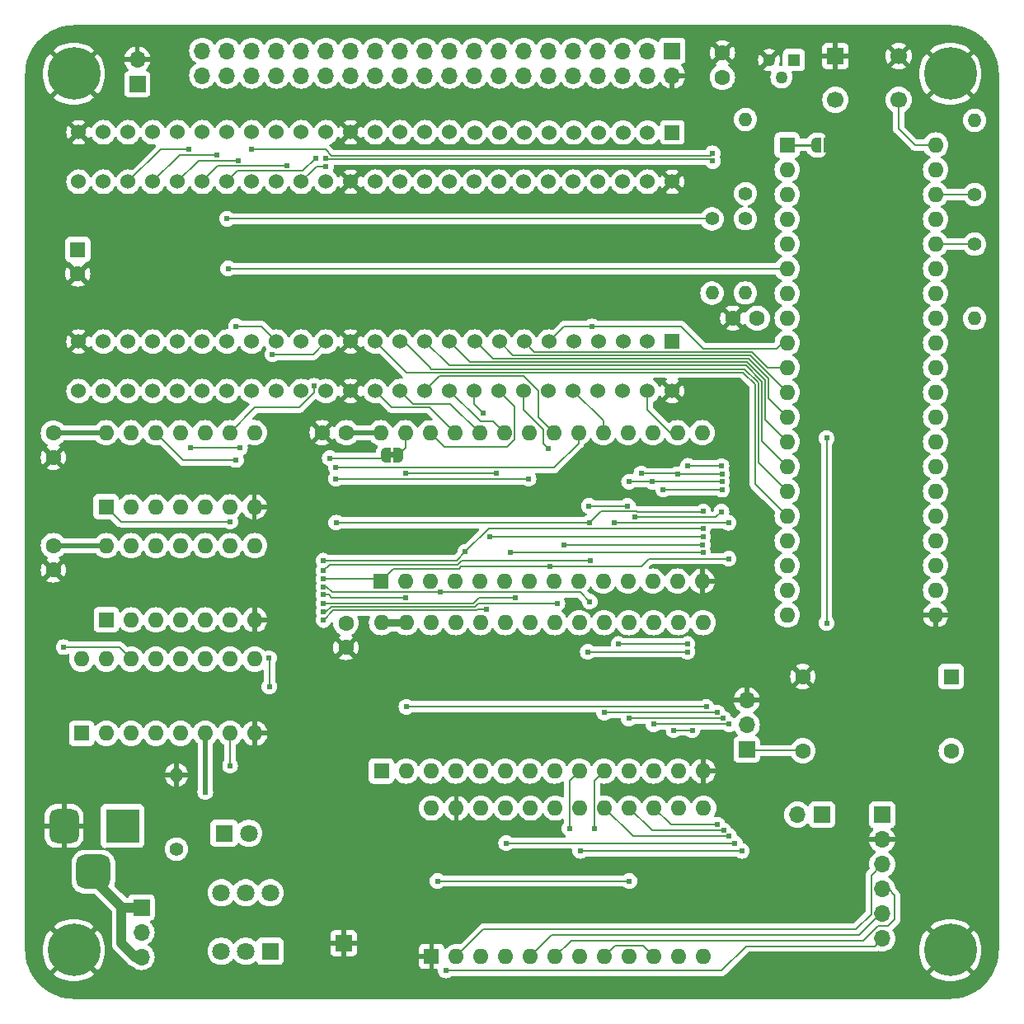
<source format=gbr>
G04 #@! TF.GenerationSoftware,KiCad,Pcbnew,7.0.7*
G04 #@! TF.CreationDate,2024-07-02T20:52:08-05:00*
G04 #@! TF.ProjectId,simple6502,73696d70-6c65-4363-9530-322e6b696361,1.6*
G04 #@! TF.SameCoordinates,Original*
G04 #@! TF.FileFunction,Copper,L2,Bot*
G04 #@! TF.FilePolarity,Positive*
%FSLAX46Y46*%
G04 Gerber Fmt 4.6, Leading zero omitted, Abs format (unit mm)*
G04 Created by KiCad (PCBNEW 7.0.7) date 2024-07-02 20:52:08*
%MOMM*%
%LPD*%
G01*
G04 APERTURE LIST*
G04 Aperture macros list*
%AMRoundRect*
0 Rectangle with rounded corners*
0 $1 Rounding radius*
0 $2 $3 $4 $5 $6 $7 $8 $9 X,Y pos of 4 corners*
0 Add a 4 corners polygon primitive as box body*
4,1,4,$2,$3,$4,$5,$6,$7,$8,$9,$2,$3,0*
0 Add four circle primitives for the rounded corners*
1,1,$1+$1,$2,$3*
1,1,$1+$1,$4,$5*
1,1,$1+$1,$6,$7*
1,1,$1+$1,$8,$9*
0 Add four rect primitives between the rounded corners*
20,1,$1+$1,$2,$3,$4,$5,0*
20,1,$1+$1,$4,$5,$6,$7,0*
20,1,$1+$1,$6,$7,$8,$9,0*
20,1,$1+$1,$8,$9,$2,$3,0*%
%AMFreePoly0*
4,1,19,0.500000,-0.750000,0.000000,-0.750000,0.000000,-0.744911,-0.071157,-0.744911,-0.207708,-0.704816,-0.327430,-0.627875,-0.420627,-0.520320,-0.479746,-0.390866,-0.500000,-0.250000,-0.500000,0.250000,-0.479746,0.390866,-0.420627,0.520320,-0.327430,0.627875,-0.207708,0.704816,-0.071157,0.744911,0.000000,0.744911,0.000000,0.750000,0.500000,0.750000,0.500000,-0.750000,0.500000,-0.750000,
$1*%
%AMFreePoly1*
4,1,19,0.000000,0.744911,0.071157,0.744911,0.207708,0.704816,0.327430,0.627875,0.420627,0.520320,0.479746,0.390866,0.500000,0.250000,0.500000,-0.250000,0.479746,-0.390866,0.420627,-0.520320,0.327430,-0.627875,0.207708,-0.704816,0.071157,-0.744911,0.000000,-0.744911,0.000000,-0.750000,-0.500000,-0.750000,-0.500000,0.750000,0.000000,0.750000,0.000000,0.744911,0.000000,0.744911,
$1*%
G04 Aperture macros list end*
G04 #@! TA.AperFunction,ComponentPad*
%ADD10R,1.600000X1.600000*%
G04 #@! TD*
G04 #@! TA.AperFunction,ComponentPad*
%ADD11O,1.600000X1.600000*%
G04 #@! TD*
G04 #@! TA.AperFunction,ComponentPad*
%ADD12C,1.600000*%
G04 #@! TD*
G04 #@! TA.AperFunction,ComponentPad*
%ADD13C,1.400000*%
G04 #@! TD*
G04 #@! TA.AperFunction,ComponentPad*
%ADD14O,1.400000X1.400000*%
G04 #@! TD*
G04 #@! TA.AperFunction,ComponentPad*
%ADD15R,1.524000X1.524000*%
G04 #@! TD*
G04 #@! TA.AperFunction,ComponentPad*
%ADD16C,1.524000*%
G04 #@! TD*
G04 #@! TA.AperFunction,ComponentPad*
%ADD17R,1.270000X1.270000*%
G04 #@! TD*
G04 #@! TA.AperFunction,ComponentPad*
%ADD18C,1.270000*%
G04 #@! TD*
G04 #@! TA.AperFunction,ComponentPad*
%ADD19R,1.800000X1.800000*%
G04 #@! TD*
G04 #@! TA.AperFunction,ComponentPad*
%ADD20C,1.800000*%
G04 #@! TD*
G04 #@! TA.AperFunction,ComponentPad*
%ADD21R,1.700000X1.700000*%
G04 #@! TD*
G04 #@! TA.AperFunction,ComponentPad*
%ADD22O,1.700000X1.700000*%
G04 #@! TD*
G04 #@! TA.AperFunction,ComponentPad*
%ADD23C,0.800000*%
G04 #@! TD*
G04 #@! TA.AperFunction,ComponentPad*
%ADD24C,5.400000*%
G04 #@! TD*
G04 #@! TA.AperFunction,ComponentPad*
%ADD25R,3.500000X3.500000*%
G04 #@! TD*
G04 #@! TA.AperFunction,ComponentPad*
%ADD26RoundRect,0.750000X-0.750000X-1.000000X0.750000X-1.000000X0.750000X1.000000X-0.750000X1.000000X0*%
G04 #@! TD*
G04 #@! TA.AperFunction,ComponentPad*
%ADD27RoundRect,0.875000X-0.875000X-0.875000X0.875000X-0.875000X0.875000X0.875000X-0.875000X0.875000X0*%
G04 #@! TD*
G04 #@! TA.AperFunction,ComponentPad*
%ADD28C,1.700000*%
G04 #@! TD*
G04 #@! TA.AperFunction,SMDPad,CuDef*
%ADD29FreePoly0,180.000000*%
G04 #@! TD*
G04 #@! TA.AperFunction,SMDPad,CuDef*
%ADD30FreePoly1,180.000000*%
G04 #@! TD*
G04 #@! TA.AperFunction,ViaPad*
%ADD31C,0.610000*%
G04 #@! TD*
G04 #@! TA.AperFunction,Conductor*
%ADD32C,0.508000*%
G04 #@! TD*
G04 #@! TA.AperFunction,Conductor*
%ADD33C,0.762000*%
G04 #@! TD*
G04 #@! TA.AperFunction,Conductor*
%ADD34C,0.254000*%
G04 #@! TD*
G04 #@! TA.AperFunction,Conductor*
%ADD35C,0.152400*%
G04 #@! TD*
G04 #@! TA.AperFunction,Conductor*
%ADD36C,1.000000*%
G04 #@! TD*
G04 APERTURE END LIST*
G04 #@! TA.AperFunction,EtchedComponent*
G36*
X87950000Y-94420000D02*
G01*
X87450000Y-94420000D01*
X87450000Y-93820000D01*
X87950000Y-93820000D01*
X87950000Y-94420000D01*
G37*
G04 #@! TD.AperFunction*
D10*
X55810000Y-122720000D03*
D11*
X58350000Y-122720000D03*
X60890000Y-122720000D03*
X63430000Y-122720000D03*
X65970000Y-122720000D03*
X68510000Y-122720000D03*
X71050000Y-122720000D03*
X73590000Y-122720000D03*
X73590000Y-115100000D03*
X71050000Y-115100000D03*
X68510000Y-115100000D03*
X65970000Y-115100000D03*
X63430000Y-115100000D03*
X60890000Y-115100000D03*
X58350000Y-115100000D03*
X55810000Y-115100000D03*
D10*
X55400000Y-73050000D03*
D12*
X55400000Y-75550000D03*
D13*
X147500000Y-72500000D03*
D14*
X147500000Y-80120000D03*
D13*
X147500000Y-67400000D03*
D14*
X147500000Y-59780000D03*
D15*
X116460000Y-61020000D03*
D16*
X113920000Y-61020000D03*
X111390000Y-61020000D03*
X108860000Y-61020000D03*
X106320000Y-61020000D03*
X103780000Y-61020000D03*
X101240000Y-61020000D03*
X98700000Y-61020000D03*
X96160000Y-61020000D03*
X93600000Y-61010000D03*
X91060000Y-61010000D03*
X88520000Y-61010000D03*
X85980000Y-61010000D03*
X83440000Y-61010000D03*
X80900000Y-61010000D03*
X78360000Y-61010000D03*
X75820000Y-61010000D03*
X73280000Y-61010000D03*
X70740000Y-61010000D03*
X68200000Y-61010000D03*
X65660000Y-61010000D03*
X63120000Y-61010000D03*
X60580000Y-61010000D03*
X58040000Y-61010000D03*
X55500000Y-61010000D03*
X55500000Y-66090000D03*
X58040000Y-66090000D03*
X60580000Y-66090000D03*
X63120000Y-66090000D03*
X65660000Y-66090000D03*
X68200000Y-66090000D03*
X70740000Y-66090000D03*
X73280000Y-66090000D03*
X75820000Y-66090000D03*
X78360000Y-66090000D03*
X80900000Y-66090000D03*
X83440000Y-66090000D03*
X85980000Y-66090000D03*
X88520000Y-66090000D03*
X91060000Y-66090000D03*
X93600000Y-66090000D03*
X96140000Y-66090000D03*
X98680000Y-66090000D03*
X101220000Y-66090000D03*
X103760000Y-66090000D03*
X106300000Y-66090000D03*
X108840000Y-66090000D03*
X111380000Y-66090000D03*
X113920000Y-66090000D03*
X116460000Y-66090000D03*
D12*
X52900000Y-91900000D03*
X52900000Y-94400000D03*
X82950000Y-111410000D03*
X82950000Y-113910000D03*
D13*
X65540000Y-134630000D03*
D14*
X65540000Y-127010000D03*
D17*
X128940000Y-53590000D03*
D18*
X127670000Y-55360000D03*
X126400000Y-53590000D03*
D12*
X52900000Y-103450000D03*
X52900000Y-105950000D03*
D19*
X70420000Y-132990000D03*
D20*
X72960000Y-132990000D03*
D15*
X116460000Y-82510000D03*
D16*
X113920000Y-82510000D03*
X111390000Y-82510000D03*
X108860000Y-82510000D03*
X106320000Y-82510000D03*
X103780000Y-82510000D03*
X101240000Y-82510000D03*
X98700000Y-82510000D03*
X96160000Y-82510000D03*
X93600000Y-82500000D03*
X91060000Y-82500000D03*
X88520000Y-82500000D03*
X85980000Y-82500000D03*
X83440000Y-82500000D03*
X80900000Y-82500000D03*
X78360000Y-82500000D03*
X75820000Y-82500000D03*
X73280000Y-82500000D03*
X70740000Y-82500000D03*
X68200000Y-82500000D03*
X65660000Y-82500000D03*
X63120000Y-82500000D03*
X60580000Y-82500000D03*
X58040000Y-82500000D03*
X55500000Y-82500000D03*
X55500000Y-87580000D03*
X58040000Y-87580000D03*
X60580000Y-87580000D03*
X63120000Y-87580000D03*
X65660000Y-87580000D03*
X68200000Y-87580000D03*
X70740000Y-87580000D03*
X73280000Y-87580000D03*
X75820000Y-87580000D03*
X78360000Y-87580000D03*
X80900000Y-87580000D03*
X83440000Y-87580000D03*
X85980000Y-87580000D03*
X88520000Y-87580000D03*
X91060000Y-87580000D03*
X93600000Y-87580000D03*
X96140000Y-87580000D03*
X98680000Y-87580000D03*
X101220000Y-87580000D03*
X103760000Y-87580000D03*
X106300000Y-87580000D03*
X108840000Y-87580000D03*
X111380000Y-87580000D03*
X113920000Y-87580000D03*
X116460000Y-87580000D03*
D13*
X123960000Y-69880000D03*
D14*
X123960000Y-77500000D03*
D12*
X121600000Y-55360000D03*
X121600000Y-52860000D03*
D21*
X82700000Y-144300000D03*
X61950000Y-140610000D03*
D22*
X61950000Y-143150000D03*
X61950000Y-145690000D03*
D23*
X52975000Y-55000000D03*
X53568109Y-53568109D03*
X53568109Y-56431891D03*
X55000000Y-52975000D03*
D24*
X55000000Y-55000000D03*
D23*
X55000000Y-57025000D03*
X56431891Y-53568109D03*
X56431891Y-56431891D03*
X57025000Y-55000000D03*
D10*
X86600000Y-126600000D03*
D11*
X89140000Y-126600000D03*
X91680000Y-126600000D03*
X94220000Y-126600000D03*
X96760000Y-126600000D03*
X99300000Y-126600000D03*
X101840000Y-126600000D03*
X104380000Y-126600000D03*
X106920000Y-126600000D03*
X109460000Y-126600000D03*
X112000000Y-126600000D03*
X114540000Y-126600000D03*
X117080000Y-126600000D03*
X119620000Y-126600000D03*
X119620000Y-111360000D03*
X117080000Y-111360000D03*
X114540000Y-111360000D03*
X112000000Y-111360000D03*
X109460000Y-111360000D03*
X106920000Y-111360000D03*
X104380000Y-111360000D03*
X101840000Y-111360000D03*
X99300000Y-111360000D03*
X96760000Y-111360000D03*
X94220000Y-111360000D03*
X91680000Y-111360000D03*
X89140000Y-111360000D03*
X86600000Y-111360000D03*
D21*
X124100000Y-124400000D03*
D22*
X124100000Y-121860000D03*
X124100000Y-119320000D03*
D25*
X60000000Y-132250000D03*
D26*
X54000000Y-132250000D03*
D27*
X57000000Y-136950000D03*
D23*
X52975000Y-145000000D03*
X53568109Y-143568109D03*
X53568109Y-146431891D03*
X55000000Y-142975000D03*
D24*
X55000000Y-145000000D03*
D23*
X55000000Y-147025000D03*
X56431891Y-143568109D03*
X56431891Y-146431891D03*
X57025000Y-145000000D03*
D21*
X61520000Y-56050000D03*
D22*
X61520000Y-53510000D03*
D10*
X91740000Y-145640000D03*
D11*
X94280000Y-145640000D03*
X96820000Y-145640000D03*
X99360000Y-145640000D03*
X101900000Y-145640000D03*
X104440000Y-145640000D03*
X106980000Y-145640000D03*
X109520000Y-145640000D03*
X112060000Y-145640000D03*
X114600000Y-145640000D03*
X117140000Y-145640000D03*
X119680000Y-145640000D03*
X119680000Y-130400000D03*
X117140000Y-130400000D03*
X114600000Y-130400000D03*
X112060000Y-130400000D03*
X109520000Y-130400000D03*
X106980000Y-130400000D03*
X104440000Y-130400000D03*
X101900000Y-130400000D03*
X99360000Y-130400000D03*
X96820000Y-130400000D03*
X94280000Y-130400000D03*
X91740000Y-130400000D03*
D13*
X123970000Y-67310000D03*
D14*
X123970000Y-59690000D03*
D21*
X131840000Y-131080000D03*
D22*
X129300000Y-131080000D03*
D19*
X75150000Y-145100000D03*
D20*
X72650000Y-145100000D03*
X70150000Y-145100000D03*
X75150000Y-139100000D03*
X72650000Y-139100000D03*
X70150000Y-139100000D03*
D10*
X128260000Y-62310000D03*
D11*
X128260000Y-64850000D03*
X128260000Y-67390000D03*
X128260000Y-69930000D03*
X128260000Y-72470000D03*
X128260000Y-75010000D03*
X128260000Y-77550000D03*
X128260000Y-80090000D03*
X128260000Y-82630000D03*
X128260000Y-85170000D03*
X128260000Y-87710000D03*
X128260000Y-90250000D03*
X128260000Y-92790000D03*
X128260000Y-95330000D03*
X128260000Y-97870000D03*
X128260000Y-100410000D03*
X128260000Y-102950000D03*
X128260000Y-105490000D03*
X128260000Y-108030000D03*
X128260000Y-110570000D03*
X143500000Y-110570000D03*
X143500000Y-108030000D03*
X143500000Y-105490000D03*
X143500000Y-102950000D03*
X143500000Y-100410000D03*
X143500000Y-97870000D03*
X143500000Y-95330000D03*
X143500000Y-92790000D03*
X143500000Y-90250000D03*
X143500000Y-87710000D03*
X143500000Y-85170000D03*
X143500000Y-82630000D03*
X143500000Y-80090000D03*
X143500000Y-77550000D03*
X143500000Y-75010000D03*
X143500000Y-72470000D03*
X143500000Y-69930000D03*
X143500000Y-67390000D03*
X143500000Y-64850000D03*
X143500000Y-62310000D03*
D21*
X116450000Y-52640000D03*
D22*
X116450000Y-55180000D03*
X113910000Y-52640000D03*
X113910000Y-55180000D03*
X111370000Y-52640000D03*
X111370000Y-55180000D03*
X108830000Y-52640000D03*
X108830000Y-55180000D03*
X106290000Y-52640000D03*
X106290000Y-55180000D03*
X103750000Y-52640000D03*
X103750000Y-55180000D03*
X101210000Y-52640000D03*
X101210000Y-55180000D03*
X98670000Y-52640000D03*
X98670000Y-55180000D03*
X96130000Y-52640000D03*
X96130000Y-55180000D03*
X93590000Y-52640000D03*
X93590000Y-55180000D03*
X91050000Y-52640000D03*
X91050000Y-55180000D03*
X88510000Y-52640000D03*
X88510000Y-55180000D03*
X85970000Y-52640000D03*
X85970000Y-55180000D03*
X83430000Y-52640000D03*
X83430000Y-55180000D03*
X80890000Y-52640000D03*
X80890000Y-55180000D03*
X78350000Y-52640000D03*
X78350000Y-55180000D03*
X75810000Y-52640000D03*
X75810000Y-55180000D03*
X73270000Y-52640000D03*
X73270000Y-55180000D03*
X70730000Y-52640000D03*
X70730000Y-55180000D03*
X68190000Y-52640000D03*
X68190000Y-55180000D03*
D21*
X138000000Y-131100000D03*
D22*
X138000000Y-133640000D03*
X138000000Y-136180000D03*
X138000000Y-138720000D03*
X138000000Y-141260000D03*
X138000000Y-143800000D03*
D21*
X133210000Y-53170000D03*
D28*
X139710000Y-53170000D03*
X133210000Y-57670000D03*
X139710000Y-57670000D03*
D13*
X120530000Y-69890000D03*
D14*
X120530000Y-77510000D03*
D10*
X58340000Y-111070000D03*
D11*
X60880000Y-111070000D03*
X63420000Y-111070000D03*
X65960000Y-111070000D03*
X68500000Y-111070000D03*
X71040000Y-111070000D03*
X73580000Y-111070000D03*
X73580000Y-103450000D03*
X71040000Y-103450000D03*
X68500000Y-103450000D03*
X65960000Y-103450000D03*
X63420000Y-103450000D03*
X60880000Y-103450000D03*
X58340000Y-103450000D03*
D10*
X145100000Y-116900000D03*
D12*
X129860000Y-116900000D03*
X129860000Y-124520000D03*
X145100000Y-124520000D03*
D10*
X86500000Y-107100000D03*
D11*
X89040000Y-107100000D03*
X91580000Y-107100000D03*
X94120000Y-107100000D03*
X96660000Y-107100000D03*
X99200000Y-107100000D03*
X101740000Y-107100000D03*
X104280000Y-107100000D03*
X106820000Y-107100000D03*
X109360000Y-107100000D03*
X111900000Y-107100000D03*
X114440000Y-107100000D03*
X116980000Y-107100000D03*
X119520000Y-107100000D03*
X119520000Y-91860000D03*
X116980000Y-91860000D03*
X114440000Y-91860000D03*
X111900000Y-91860000D03*
X109360000Y-91860000D03*
X106820000Y-91860000D03*
X104280000Y-91860000D03*
X101740000Y-91860000D03*
X99200000Y-91860000D03*
X96660000Y-91860000D03*
X94120000Y-91860000D03*
X91580000Y-91860000D03*
X89040000Y-91860000D03*
X86500000Y-91860000D03*
D23*
X142975000Y-145000000D03*
X143568109Y-143568109D03*
X143568109Y-146431891D03*
X145000000Y-142975000D03*
D24*
X145000000Y-145000000D03*
D23*
X145000000Y-147025000D03*
X146431891Y-143568109D03*
X146431891Y-146431891D03*
X147025000Y-145000000D03*
D12*
X83000000Y-91850000D03*
X80500000Y-91850000D03*
X125180000Y-80100000D03*
X122680000Y-80100000D03*
D10*
X58300000Y-99470000D03*
D11*
X60840000Y-99470000D03*
X63380000Y-99470000D03*
X65920000Y-99470000D03*
X68460000Y-99470000D03*
X71000000Y-99470000D03*
X73540000Y-99470000D03*
X73540000Y-91850000D03*
X71000000Y-91850000D03*
X68460000Y-91850000D03*
X65920000Y-91850000D03*
X63380000Y-91850000D03*
X60840000Y-91850000D03*
X58300000Y-91850000D03*
D23*
X142975000Y-55000000D03*
X143568109Y-53568109D03*
X143568109Y-56431891D03*
X145000000Y-52975000D03*
D24*
X145000000Y-55000000D03*
D23*
X145000000Y-57025000D03*
X146431891Y-53568109D03*
X146431891Y-56431891D03*
X147025000Y-55000000D03*
D29*
X88350000Y-94120000D03*
D30*
X87050000Y-94120000D03*
D29*
X132510000Y-62320000D03*
D30*
X131210000Y-62320000D03*
D31*
X68500000Y-128750000D03*
X73280000Y-62760000D03*
X122900000Y-134000000D03*
X120600000Y-63159300D03*
X99400000Y-134000000D03*
X76900000Y-64409300D03*
X108180000Y-80950000D03*
X108450000Y-132520000D03*
X105900000Y-132510000D03*
X110940000Y-113550000D03*
X118020000Y-113550000D03*
X107910000Y-99376200D03*
X111880000Y-99376200D03*
X112019300Y-96890000D03*
X114430000Y-96890000D03*
X121550000Y-96900000D03*
X113280000Y-96060000D03*
X116980000Y-96100000D03*
X121550000Y-96090497D03*
X116600000Y-122400000D03*
X118500000Y-122400000D03*
X118068600Y-95260000D03*
X121511526Y-95281909D03*
X122300000Y-121800000D03*
X114540000Y-121800000D03*
X115528600Y-97700000D03*
X122280331Y-133283556D03*
X121550000Y-97709503D03*
X112000000Y-121200000D03*
X112596970Y-100538100D03*
X121719300Y-132700000D03*
X121500000Y-99960000D03*
X121700000Y-121200000D03*
X110467400Y-101100500D03*
X121100000Y-120600000D03*
X109460000Y-120600000D03*
X122230018Y-101108782D03*
X121100000Y-132100000D03*
X132300000Y-92420000D03*
X79840000Y-63660000D03*
X132300000Y-111400000D03*
X70740000Y-69880000D03*
X123600000Y-134800000D03*
X107000000Y-134800000D03*
X70840000Y-75010000D03*
X71070000Y-101000000D03*
X75080000Y-117930000D03*
X75050000Y-115000000D03*
X71661100Y-80910000D03*
X108030000Y-104970000D03*
X80625722Y-106044278D03*
X72065000Y-93405000D03*
X66960000Y-93370000D03*
X81920000Y-95430000D03*
X80890000Y-64550000D03*
X81290000Y-94460000D03*
X79650000Y-87040000D03*
X81920000Y-96580000D03*
X101690000Y-96590000D03*
X119600000Y-101700000D03*
X95208600Y-104100000D03*
X80620000Y-105000000D03*
X80649500Y-111090000D03*
X119600000Y-102550000D03*
X97370000Y-109960700D03*
X97748600Y-102550000D03*
X104650000Y-109390000D03*
X119594134Y-103365369D03*
X105368600Y-103350000D03*
X80650133Y-110269399D03*
X99800000Y-104170000D03*
X100300000Y-108800700D03*
X119605058Y-104174798D03*
X80649500Y-109390000D03*
X80650000Y-108509503D03*
X98430000Y-96009300D03*
X89040000Y-96009300D03*
X119938100Y-120000000D03*
X89150000Y-120000000D03*
X89050000Y-108820700D03*
X97030000Y-89800000D03*
X118020000Y-114359503D03*
X80650000Y-107700000D03*
X107982160Y-109196606D03*
X107789300Y-114359503D03*
X92656200Y-108230000D03*
X103920000Y-105575233D03*
X103699300Y-93495350D03*
X122250000Y-104800000D03*
X80650000Y-106890497D03*
X81940000Y-101090000D03*
X107960000Y-101100500D03*
X71650000Y-94659503D03*
X119640000Y-99956900D03*
X80900000Y-63670000D03*
X120612487Y-63968706D03*
X75400000Y-83810000D03*
X112060000Y-137900000D03*
X71050000Y-126050000D03*
X92340000Y-137900000D03*
X71860000Y-63900000D03*
X69700000Y-63300000D03*
X66810000Y-62710000D03*
X53960000Y-113880000D03*
X93200000Y-147080000D03*
D32*
X86500000Y-91860000D02*
X83010000Y-91860000D01*
X52900000Y-91900000D02*
X58250000Y-91900000D01*
X68510000Y-128740000D02*
X68510000Y-122720000D01*
X58250000Y-91900000D02*
X58300000Y-91850000D01*
X83010000Y-91860000D02*
X83000000Y-91850000D01*
X52900000Y-103450000D02*
X58340000Y-103450000D01*
X68500000Y-128750000D02*
X68510000Y-128740000D01*
D33*
X86600000Y-111360000D02*
X89140000Y-111360000D01*
D34*
X128260000Y-62310000D02*
X131200000Y-62310000D01*
D35*
X131200000Y-62310000D02*
X131210000Y-62320000D01*
X124100000Y-124400000D02*
X124200000Y-124500000D01*
X129840000Y-124500000D02*
X129860000Y-124520000D01*
X124200000Y-124500000D02*
X129840000Y-124500000D01*
X80821941Y-62770000D02*
X73290000Y-62770000D01*
X99400000Y-134000000D02*
X122900000Y-134000000D01*
X120371700Y-63387600D02*
X81439541Y-63387600D01*
X73290000Y-62770000D02*
X73280000Y-62760000D01*
X120600000Y-63159300D02*
X120371700Y-63387600D01*
X81439541Y-63387600D02*
X80821941Y-62770000D01*
X76900000Y-64409300D02*
X76828100Y-64481200D01*
X76828100Y-64481200D02*
X69808800Y-64481200D01*
X139710000Y-57670000D02*
X139710000Y-60640000D01*
X69808800Y-64481200D02*
X68200000Y-66090000D01*
X139710000Y-60640000D02*
X141380000Y-62310000D01*
X141380000Y-62310000D02*
X143500000Y-62310000D01*
X117350000Y-80950000D02*
X108180000Y-80950000D01*
X128260000Y-82630000D02*
X127770000Y-82630000D01*
X108180000Y-80950000D02*
X105340000Y-80950000D01*
X105340000Y-80950000D02*
X104029184Y-82260816D01*
X108443800Y-132513800D02*
X108450000Y-132520000D01*
X127770000Y-82630000D02*
X127200000Y-83200000D01*
X127200000Y-83200000D02*
X119600000Y-83200000D01*
X108443800Y-127616200D02*
X108443800Y-132513800D01*
X119600000Y-83200000D02*
X117350000Y-80950000D01*
X109460000Y-126600000D02*
X108443800Y-127616200D01*
X113500000Y-144540000D02*
X114600000Y-145640000D01*
X106920000Y-126600000D02*
X105900000Y-127620000D01*
X124600768Y-83552400D02*
X112432400Y-83552400D01*
X112428200Y-83548200D02*
X102278200Y-83548200D01*
X128260000Y-85170000D02*
X126218368Y-85170000D01*
X112432400Y-83552400D02*
X112428200Y-83548200D01*
X110620000Y-144540000D02*
X113500000Y-144540000D01*
X126218368Y-85170000D02*
X124600768Y-83552400D01*
X102278200Y-83548200D02*
X101240000Y-82510000D01*
X109520000Y-145640000D02*
X110620000Y-144540000D01*
X105900000Y-127620000D02*
X105900000Y-132510000D01*
X100094800Y-83904800D02*
X124454800Y-83904800D01*
X124454800Y-83904800D02*
X128260000Y-87710000D01*
X98700000Y-82510000D02*
X100094800Y-83904800D01*
X96261800Y-82510000D02*
X98009000Y-84257200D01*
X126349099Y-86297467D02*
X126349099Y-88339099D01*
X126349099Y-88339099D02*
X128260000Y-90250000D01*
X124308832Y-84257200D02*
X126349099Y-86297467D01*
X98009000Y-84257200D02*
X124308832Y-84257200D01*
X96160000Y-82510000D02*
X96261800Y-82510000D01*
X95240000Y-84180000D02*
X95669600Y-84609600D01*
X95669600Y-84609600D02*
X124162864Y-84609600D01*
X124162864Y-84609600D02*
X125996699Y-86443435D01*
X125996699Y-86443435D02*
X125996699Y-90526699D01*
X93600000Y-82500000D02*
X95240000Y-84140000D01*
X95240000Y-84140000D02*
X95240000Y-84180000D01*
X125996699Y-90526699D02*
X128260000Y-92790000D01*
X124016896Y-84962000D02*
X93522000Y-84962000D01*
X93522000Y-84962000D02*
X91060000Y-82500000D01*
X125644299Y-86589403D02*
X124016896Y-84962000D01*
X128260000Y-95330000D02*
X125644299Y-92714299D01*
X125644299Y-92714299D02*
X125644299Y-86589403D01*
X91734400Y-85314400D02*
X91540000Y-85120000D01*
X88930000Y-82500000D02*
X88520000Y-82500000D01*
X128260000Y-97870000D02*
X125291899Y-94901899D01*
X125291899Y-86735371D02*
X123870928Y-85314400D01*
X123870928Y-85314400D02*
X91734400Y-85314400D01*
X91540000Y-85120000D02*
X91540000Y-85110000D01*
X125291899Y-94901899D02*
X125291899Y-86735371D01*
X91540000Y-85110000D02*
X88930000Y-82500000D01*
X89146800Y-85666800D02*
X123724960Y-85666800D01*
X124939499Y-86881339D02*
X124939499Y-97089499D01*
X123724960Y-85666800D02*
X124939499Y-86881339D01*
X124939499Y-97089499D02*
X128260000Y-100410000D01*
X85980000Y-82500000D02*
X89146800Y-85666800D01*
X118020000Y-113550000D02*
X110940000Y-113550000D01*
X107916200Y-99370000D02*
X111873800Y-99370000D01*
X107910000Y-99376200D02*
X107916200Y-99370000D01*
X111873800Y-99370000D02*
X111880000Y-99376200D01*
X112019300Y-96890000D02*
X114430000Y-96890000D01*
X114430000Y-96890000D02*
X114440000Y-96900000D01*
X114440000Y-96900000D02*
X121550000Y-96900000D01*
X113280000Y-96060000D02*
X116940000Y-96060000D01*
X121540497Y-96100000D02*
X121550000Y-96090497D01*
X116940000Y-96060000D02*
X116980000Y-96100000D01*
X116980000Y-96100000D02*
X121540497Y-96100000D01*
X118068600Y-95260000D02*
X121489617Y-95260000D01*
X116600000Y-122400000D02*
X118500000Y-122400000D01*
X116260000Y-91860000D02*
X113920000Y-89520000D01*
X113920000Y-89520000D02*
X113920000Y-87580000D01*
X121489617Y-95260000D02*
X121511526Y-95281909D01*
X116980000Y-91860000D02*
X116260000Y-91860000D01*
X115538103Y-97709503D02*
X115528600Y-97700000D01*
X122263887Y-133300000D02*
X112420000Y-133300000D01*
X112420000Y-133300000D02*
X109520000Y-130400000D01*
X114540000Y-121800000D02*
X122300000Y-121800000D01*
X121550000Y-97709503D02*
X115538103Y-97709503D01*
X122280331Y-133283556D02*
X122263887Y-133300000D01*
X112000000Y-121200000D02*
X121700000Y-121200000D01*
X112608870Y-100550000D02*
X120910000Y-100550000D01*
X114360000Y-132700000D02*
X112060000Y-130400000D01*
X121719300Y-132700000D02*
X114360000Y-132700000D01*
X112596970Y-100538100D02*
X112608870Y-100550000D01*
X120910000Y-100550000D02*
X121500000Y-99960000D01*
X122220000Y-101118800D02*
X122230018Y-101108782D01*
X116300000Y-132100000D02*
X114600000Y-130400000D01*
X110485700Y-101118800D02*
X122220000Y-101118800D01*
X110467400Y-101100500D02*
X110485700Y-101118800D01*
X109360000Y-90640000D02*
X106300000Y-87580000D01*
X109460000Y-120600000D02*
X121100000Y-120600000D01*
X109360000Y-91860000D02*
X109360000Y-90640000D01*
X121100000Y-132100000D02*
X116300000Y-132100000D01*
X132300000Y-92420000D02*
X132300000Y-111400000D01*
X70750000Y-69890000D02*
X70740000Y-69880000D01*
X120530000Y-69890000D02*
X70750000Y-69890000D01*
X79840000Y-63660000D02*
X78510000Y-64990000D01*
X71840000Y-64990000D02*
X70740000Y-66090000D01*
X107000000Y-134800000D02*
X123600000Y-134800000D01*
X78510000Y-64990000D02*
X71840000Y-64990000D01*
X128260000Y-75010000D02*
X70840000Y-75010000D01*
X71070000Y-101000000D02*
X59830000Y-101000000D01*
X59830000Y-101000000D02*
X58300000Y-99470000D01*
X75080000Y-115030000D02*
X75050000Y-115000000D01*
X75080000Y-117930000D02*
X75080000Y-115030000D01*
X108030000Y-104970000D02*
X94840000Y-104970000D01*
X71661100Y-80910000D02*
X74230000Y-80910000D01*
X94390000Y-105420000D02*
X81250000Y-105420000D01*
X94840000Y-104970000D02*
X94390000Y-105420000D01*
X81250000Y-105420000D02*
X80625722Y-106044278D01*
X74230000Y-80910000D02*
X75820000Y-82500000D01*
X99022641Y-95430000D02*
X104340000Y-95430000D01*
X72065000Y-93405000D02*
X72060000Y-93410000D01*
X104340000Y-95430000D02*
X106820000Y-92950000D01*
X81920000Y-95430000D02*
X82180000Y-95430000D01*
X99020741Y-95428100D02*
X99022641Y-95430000D01*
X82180000Y-95430000D02*
X82181900Y-95428100D01*
X106820000Y-92950000D02*
X106820000Y-91860000D01*
X67000000Y-93410000D02*
X66960000Y-93370000D01*
X72060000Y-93410000D02*
X67000000Y-93410000D01*
X82181900Y-95428100D02*
X99020741Y-95428100D01*
X79610000Y-64850000D02*
X79600000Y-64850000D01*
X80890000Y-64550000D02*
X79910000Y-64550000D01*
X79910000Y-64550000D02*
X79610000Y-64850000D01*
X87050000Y-94120000D02*
X86710000Y-94460000D01*
X86710000Y-94460000D02*
X81290000Y-94460000D01*
X79600000Y-64850000D02*
X78360000Y-66090000D01*
X73620000Y-89230000D02*
X71000000Y-91850000D01*
X81930500Y-96590500D02*
X101689500Y-96590500D01*
X101689500Y-96590500D02*
X101690000Y-96590000D01*
X79650000Y-87040000D02*
X79650000Y-87758237D01*
X79650000Y-87758237D02*
X78178237Y-89230000D01*
X78178237Y-89230000D02*
X73620000Y-89230000D01*
X81920000Y-96580000D02*
X81930500Y-96590500D01*
X97627400Y-101681200D02*
X95208600Y-104100000D01*
X91492400Y-89232400D02*
X89674031Y-89232400D01*
X119581200Y-101681200D02*
X97627400Y-101681200D01*
X89671631Y-89230000D02*
X87630000Y-89230000D01*
X89674031Y-89232400D02*
X89671631Y-89230000D01*
X94310000Y-105000000D02*
X95208600Y-104101400D01*
X80620000Y-105000000D02*
X94310000Y-105000000D01*
X87630000Y-89230000D02*
X85980000Y-87580000D01*
X94120000Y-91860000D02*
X91492400Y-89232400D01*
X95208600Y-104101400D02*
X95208600Y-104100000D01*
X119600000Y-101700000D02*
X119581200Y-101681200D01*
X89820000Y-88880000D02*
X88520000Y-87580000D01*
X81643300Y-110106700D02*
X80660000Y-111090000D01*
X93680000Y-88880000D02*
X89820000Y-88880000D01*
X96660000Y-91860000D02*
X93680000Y-88880000D01*
X96476427Y-109960000D02*
X96329729Y-110106700D01*
X80660000Y-111090000D02*
X80649500Y-111090000D01*
X97369300Y-109960000D02*
X96476427Y-109960000D01*
X97370000Y-109960700D02*
X97369300Y-109960000D01*
X97748600Y-102550000D02*
X119600000Y-102550000D01*
X96329729Y-110106700D02*
X81643300Y-110106700D01*
X81415700Y-109754300D02*
X96183760Y-109754300D01*
X100059259Y-109381900D02*
X104641900Y-109381900D01*
X119578765Y-103350000D02*
X119594134Y-103365369D01*
X80650133Y-110269399D02*
X80900601Y-110269399D01*
X96558059Y-109380000D02*
X100057359Y-109380000D01*
X96183760Y-109754300D02*
X96558059Y-109380000D01*
X92580000Y-86060000D02*
X101191800Y-86060000D01*
X104641900Y-109381900D02*
X104650000Y-109390000D01*
X91060000Y-87580000D02*
X92580000Y-86060000D01*
X105368600Y-103350000D02*
X119578765Y-103350000D01*
X80900601Y-110269399D02*
X81415700Y-109754300D01*
X102721800Y-90301800D02*
X104280000Y-91860000D01*
X100057359Y-109380000D02*
X100059259Y-109381900D01*
X101191800Y-86060000D02*
X102721800Y-87590000D01*
X102721800Y-87590000D02*
X102721800Y-90301800D01*
X99200000Y-91860000D02*
X98070000Y-90730000D01*
X96750000Y-90730000D02*
X93600000Y-87580000D01*
X99800000Y-104170000D02*
X99804798Y-104174798D01*
X96037791Y-109401900D02*
X96638991Y-108800700D01*
X80649500Y-109390000D02*
X80661400Y-109401900D01*
X98070000Y-90730000D02*
X96750000Y-90730000D01*
X80661400Y-109401900D02*
X96037791Y-109401900D01*
X96638991Y-108800700D02*
X100300000Y-108800700D01*
X99804798Y-104174798D02*
X119605058Y-104174798D01*
X119938100Y-120000000D02*
X89150000Y-120000000D01*
X98429300Y-96010000D02*
X89040700Y-96010000D01*
X89049300Y-108820000D02*
X81490000Y-108820000D01*
X81179503Y-108509503D02*
X80650000Y-108509503D01*
X89040700Y-96010000D02*
X89040000Y-96009300D01*
X89050000Y-108820700D02*
X89049300Y-108820000D01*
X81490000Y-108820000D02*
X81179503Y-108509503D01*
X97030000Y-89800000D02*
X96140000Y-88910000D01*
X96140000Y-88910000D02*
X96140000Y-87580000D01*
X98430000Y-96009300D02*
X98429300Y-96010000D01*
X92646200Y-108240000D02*
X81520000Y-108240000D01*
X100276200Y-92533800D02*
X99510000Y-93300000D01*
X98680000Y-87580000D02*
X100276200Y-89176200D01*
X107982160Y-109196606D02*
X107005554Y-108220000D01*
X81520000Y-108240000D02*
X80980000Y-107700000D01*
X93020000Y-93300000D02*
X91580000Y-91860000D01*
X99510000Y-93300000D02*
X93020000Y-93300000D01*
X100276200Y-89176200D02*
X100276200Y-92533800D01*
X92666200Y-108220000D02*
X92656200Y-108230000D01*
X92656200Y-108230000D02*
X92646200Y-108240000D01*
X107789300Y-114359503D02*
X118020000Y-114359503D01*
X107005554Y-108220000D02*
X92666200Y-108220000D01*
X80980000Y-107700000D02*
X80650000Y-107700000D01*
X80690497Y-106850000D02*
X86250000Y-106850000D01*
X103699300Y-93495350D02*
X103203800Y-92999850D01*
X105949300Y-105560700D02*
X105934767Y-105575233D01*
X80650000Y-106890497D02*
X80690497Y-106850000D01*
X94542436Y-105804300D02*
X87795700Y-105804300D01*
X114060007Y-104800000D02*
X122250000Y-104800000D01*
X103203800Y-92999850D02*
X103203800Y-91503800D01*
X103920000Y-105575233D02*
X94771503Y-105575233D01*
X105949300Y-105560700D02*
X105963833Y-105575233D01*
X101220000Y-89520000D02*
X101220000Y-87580000D01*
X103203800Y-91503800D02*
X101220000Y-89520000D01*
X94771503Y-105575233D02*
X94542436Y-105804300D01*
X105934767Y-105575233D02*
X103920000Y-105575233D01*
X105963833Y-105575233D02*
X113284774Y-105575233D01*
X86250000Y-106850000D02*
X86500000Y-107100000D01*
X113284774Y-105575233D02*
X114060007Y-104800000D01*
X87795700Y-105804300D02*
X86500000Y-107100000D01*
X71650000Y-94659503D02*
X66189503Y-94659503D01*
X119636900Y-99960000D02*
X119640000Y-99956900D01*
X112840811Y-99960000D02*
X119636900Y-99960000D01*
X112837711Y-99956900D02*
X112840811Y-99960000D01*
X107960000Y-101100500D02*
X109103600Y-99956900D01*
X66189503Y-94659503D02*
X63380000Y-91850000D01*
X109103600Y-99956900D02*
X112837711Y-99956900D01*
X81940000Y-101090000D02*
X107949500Y-101090000D01*
X107949500Y-101090000D02*
X107960000Y-101100500D01*
D36*
X57000000Y-136950000D02*
X57000000Y-137650000D01*
X59900000Y-144300000D02*
X59900000Y-140610000D01*
X59960000Y-140610000D02*
X61950000Y-140610000D01*
X61290000Y-145690000D02*
X59900000Y-144300000D01*
X57000000Y-137650000D02*
X59960000Y-140610000D01*
X61950000Y-145690000D02*
X61290000Y-145690000D01*
X59900000Y-140610000D02*
X61950000Y-140610000D01*
D35*
X79590000Y-83810000D02*
X80900000Y-82500000D01*
X75400000Y-83810000D02*
X79590000Y-83810000D01*
X120612487Y-63968706D02*
X120383781Y-63740000D01*
X120383781Y-63740000D02*
X80970000Y-63740000D01*
X80970000Y-63740000D02*
X80900000Y-63670000D01*
X147470000Y-72470000D02*
X147500000Y-72500000D01*
X143500000Y-72470000D02*
X147470000Y-72470000D01*
X147490000Y-67390000D02*
X147500000Y-67400000D01*
X143500000Y-67390000D02*
X147490000Y-67390000D01*
X71050000Y-126050000D02*
X71050000Y-122720000D01*
X92340000Y-137900000D02*
X112060000Y-137900000D01*
X67850000Y-63900000D02*
X65660000Y-66090000D01*
X71860000Y-63900000D02*
X67850000Y-63900000D01*
X65910000Y-63300000D02*
X63120000Y-66090000D01*
X69700000Y-63300000D02*
X65910000Y-63300000D01*
X66810000Y-62710000D02*
X63960000Y-62710000D01*
X63960000Y-62710000D02*
X60580000Y-66090000D01*
X53970000Y-113890000D02*
X59680000Y-113890000D01*
X53960000Y-113880000D02*
X53970000Y-113890000D01*
X59680000Y-113890000D02*
X60890000Y-115100000D01*
D33*
X138000000Y-131100000D02*
X137900000Y-131200000D01*
D35*
X135320000Y-142850000D02*
X97070000Y-142850000D01*
X136873800Y-141296200D02*
X135320000Y-142850000D01*
X97070000Y-142850000D02*
X94280000Y-145640000D01*
X136873800Y-137306200D02*
X136873800Y-141296200D01*
X138000000Y-136180000D02*
X136873800Y-137306200D01*
X136070000Y-144000000D02*
X137570000Y-142500000D01*
X106080000Y-144000000D02*
X136070000Y-144000000D01*
X139310000Y-139380000D02*
X138650000Y-138720000D01*
X139310000Y-141830000D02*
X139310000Y-139380000D01*
X138650000Y-138720000D02*
X138000000Y-138720000D01*
X137570000Y-142500000D02*
X138640000Y-142500000D01*
X138640000Y-142500000D02*
X139310000Y-141830000D01*
X104440000Y-145640000D02*
X106080000Y-144000000D01*
X101900000Y-145640000D02*
X104080000Y-143460000D01*
X137830000Y-141260000D02*
X138000000Y-141260000D01*
X104080000Y-143460000D02*
X135630000Y-143460000D01*
X135630000Y-143460000D02*
X137830000Y-141260000D01*
X93200000Y-147080000D02*
X93220000Y-147100000D01*
X124018800Y-144581200D02*
X137218800Y-144581200D01*
X121500000Y-147100000D02*
X124018800Y-144581200D01*
X93220000Y-147100000D02*
X121500000Y-147100000D01*
X137218800Y-144581200D02*
X138000000Y-143800000D01*
X89040000Y-91860000D02*
X89040000Y-93430000D01*
X89040000Y-93430000D02*
X88350000Y-94120000D01*
G04 #@! TA.AperFunction,Conductor*
G36*
X56218898Y-145865344D02*
G01*
X56356751Y-146003196D01*
X56390236Y-146064519D01*
X56385252Y-146134211D01*
X56343381Y-146190145D01*
X56337961Y-146193980D01*
X56251651Y-146251651D01*
X56193980Y-146337961D01*
X56140367Y-146382766D01*
X56071042Y-146391473D01*
X56008015Y-146361318D01*
X56003197Y-146356751D01*
X55865345Y-146218899D01*
X55831860Y-146157576D01*
X55836844Y-146087884D01*
X55868447Y-146043136D01*
X55867250Y-146041939D01*
X56041939Y-145867250D01*
X56043311Y-145868622D01*
X56094345Y-145834635D01*
X56164205Y-145833494D01*
X56218898Y-145865344D01*
G37*
G04 #@! TD.AperFunction*
G04 #@! TA.AperFunction,Conductor*
G36*
X53912115Y-145836843D02*
G01*
X53956871Y-145868440D01*
X53958062Y-145867250D01*
X54132750Y-146041939D01*
X54131382Y-146043306D01*
X54165374Y-146094375D01*
X54166496Y-146164236D01*
X54134654Y-146218898D01*
X53996802Y-146356750D01*
X53935479Y-146390235D01*
X53865787Y-146385251D01*
X53809854Y-146343379D01*
X53806019Y-146337960D01*
X53773790Y-146289726D01*
X53748349Y-146251651D01*
X53734396Y-146242328D01*
X53662038Y-146193980D01*
X53617232Y-146140368D01*
X53608525Y-146071043D01*
X53638679Y-146008016D01*
X53643247Y-146003197D01*
X53781100Y-145865344D01*
X53842423Y-145831859D01*
X53912115Y-145836843D01*
G37*
G04 #@! TD.AperFunction*
G04 #@! TA.AperFunction,Conductor*
G36*
X56134212Y-143614746D02*
G01*
X56190145Y-143656618D01*
X56193980Y-143662038D01*
X56223293Y-143705909D01*
X56251651Y-143748349D01*
X56263404Y-143756202D01*
X56337960Y-143806019D01*
X56382765Y-143859631D01*
X56391472Y-143928956D01*
X56361317Y-143991984D01*
X56356750Y-143996802D01*
X56218898Y-144134654D01*
X56157575Y-144168139D01*
X56087883Y-144163155D01*
X56043137Y-144131551D01*
X56041939Y-144132750D01*
X55867250Y-143958062D01*
X55868610Y-143956701D01*
X55834609Y-143905574D01*
X55833515Y-143835713D01*
X55865344Y-143781100D01*
X56003197Y-143643247D01*
X56064520Y-143609762D01*
X56134212Y-143614746D01*
G37*
G04 #@! TD.AperFunction*
G04 #@! TA.AperFunction,Conductor*
G36*
X53991983Y-143638680D02*
G01*
X53996802Y-143643248D01*
X54134655Y-143781101D01*
X54168140Y-143842424D01*
X54163156Y-143912116D01*
X54131558Y-143956870D01*
X54132750Y-143958062D01*
X53958062Y-144132750D01*
X53956704Y-144131392D01*
X53905551Y-144165396D01*
X53835689Y-144166476D01*
X53781101Y-144134655D01*
X53643248Y-143996803D01*
X53609763Y-143935480D01*
X53614747Y-143865788D01*
X53656618Y-143809854D01*
X53662039Y-143806018D01*
X53665650Y-143803604D01*
X53665654Y-143803604D01*
X53748349Y-143748349D01*
X53803604Y-143665654D01*
X53803604Y-143665650D01*
X53806018Y-143662039D01*
X53859630Y-143617233D01*
X53928955Y-143608526D01*
X53991983Y-143638680D01*
G37*
G04 #@! TD.AperFunction*
G04 #@! TA.AperFunction,Conductor*
G36*
X146218898Y-145865344D02*
G01*
X146356751Y-146003196D01*
X146390236Y-146064519D01*
X146385252Y-146134211D01*
X146343381Y-146190145D01*
X146337961Y-146193980D01*
X146251651Y-146251651D01*
X146193980Y-146337961D01*
X146140367Y-146382766D01*
X146071042Y-146391473D01*
X146008015Y-146361318D01*
X146003197Y-146356751D01*
X145865345Y-146218899D01*
X145831860Y-146157576D01*
X145836844Y-146087884D01*
X145868447Y-146043136D01*
X145867250Y-146041939D01*
X146041939Y-145867250D01*
X146043311Y-145868622D01*
X146094345Y-145834635D01*
X146164205Y-145833494D01*
X146218898Y-145865344D01*
G37*
G04 #@! TD.AperFunction*
G04 #@! TA.AperFunction,Conductor*
G36*
X143912115Y-145836843D02*
G01*
X143956871Y-145868440D01*
X143958062Y-145867250D01*
X144132750Y-146041939D01*
X144131382Y-146043306D01*
X144165374Y-146094375D01*
X144166496Y-146164236D01*
X144134654Y-146218898D01*
X143996802Y-146356750D01*
X143935479Y-146390235D01*
X143865787Y-146385251D01*
X143809854Y-146343379D01*
X143806019Y-146337960D01*
X143773790Y-146289726D01*
X143748349Y-146251651D01*
X143734396Y-146242328D01*
X143662038Y-146193980D01*
X143617232Y-146140368D01*
X143608525Y-146071043D01*
X143638679Y-146008016D01*
X143643247Y-146003197D01*
X143781100Y-145865344D01*
X143842423Y-145831859D01*
X143912115Y-145836843D01*
G37*
G04 #@! TD.AperFunction*
G04 #@! TA.AperFunction,Conductor*
G36*
X146134212Y-143614746D02*
G01*
X146190145Y-143656618D01*
X146193980Y-143662038D01*
X146223293Y-143705909D01*
X146251651Y-143748349D01*
X146263404Y-143756202D01*
X146337960Y-143806019D01*
X146382765Y-143859631D01*
X146391472Y-143928956D01*
X146361317Y-143991984D01*
X146356750Y-143996802D01*
X146218898Y-144134654D01*
X146157575Y-144168139D01*
X146087883Y-144163155D01*
X146043137Y-144131551D01*
X146041939Y-144132750D01*
X145867250Y-143958062D01*
X145868610Y-143956701D01*
X145834609Y-143905574D01*
X145833515Y-143835713D01*
X145865344Y-143781100D01*
X146003197Y-143643247D01*
X146064520Y-143609762D01*
X146134212Y-143614746D01*
G37*
G04 #@! TD.AperFunction*
G04 #@! TA.AperFunction,Conductor*
G36*
X143991983Y-143638680D02*
G01*
X143996802Y-143643248D01*
X144134655Y-143781101D01*
X144168140Y-143842424D01*
X144163156Y-143912116D01*
X144131558Y-143956870D01*
X144132750Y-143958062D01*
X143958062Y-144132750D01*
X143956704Y-144131392D01*
X143905551Y-144165396D01*
X143835689Y-144166476D01*
X143781101Y-144134655D01*
X143643248Y-143996803D01*
X143609763Y-143935480D01*
X143614747Y-143865788D01*
X143656618Y-143809854D01*
X143662039Y-143806018D01*
X143665650Y-143803604D01*
X143665654Y-143803604D01*
X143748349Y-143748349D01*
X143803604Y-143665654D01*
X143803604Y-143665650D01*
X143806018Y-143662039D01*
X143859630Y-143617233D01*
X143928955Y-143608526D01*
X143991983Y-143638680D01*
G37*
G04 #@! TD.AperFunction*
G04 #@! TA.AperFunction,Conductor*
G36*
X115847699Y-86263185D02*
G01*
X115893454Y-86315989D01*
X115903398Y-86385147D01*
X115874373Y-86448703D01*
X115833064Y-86479882D01*
X115826589Y-86482901D01*
X115826587Y-86482902D01*
X115761812Y-86528257D01*
X115761811Y-86528258D01*
X116290723Y-87057170D01*
X116324208Y-87118493D01*
X116319224Y-87188185D01*
X116277352Y-87244118D01*
X116262059Y-87253906D01*
X116222749Y-87275179D01*
X116222748Y-87275179D01*
X116136626Y-87368733D01*
X116136626Y-87368734D01*
X116135911Y-87370365D01*
X116134340Y-87372233D01*
X116131008Y-87377334D01*
X116130391Y-87376931D01*
X116090952Y-87423849D01*
X116024215Y-87444535D01*
X115956888Y-87425857D01*
X115934677Y-87408230D01*
X115408258Y-86881811D01*
X115408257Y-86881812D01*
X115362903Y-86946586D01*
X115302658Y-87075781D01*
X115256485Y-87128220D01*
X115189292Y-87147372D01*
X115122411Y-87127156D01*
X115077894Y-87075781D01*
X115062906Y-87043639D01*
X115017534Y-86946339D01*
X114899906Y-86778347D01*
X114890827Y-86765381D01*
X114823295Y-86697849D01*
X114734620Y-86609174D01*
X114734616Y-86609171D01*
X114734615Y-86609170D01*
X114553666Y-86482468D01*
X114553662Y-86482466D01*
X114553660Y-86482465D01*
X114548119Y-86479881D01*
X114495681Y-86433710D01*
X114476529Y-86366516D01*
X114496745Y-86299635D01*
X114549910Y-86254300D01*
X114600525Y-86243500D01*
X115780660Y-86243500D01*
X115847699Y-86263185D01*
G37*
G04 #@! TD.AperFunction*
G04 #@! TA.AperFunction,Conductor*
G36*
X56218898Y-55865344D02*
G01*
X56356751Y-56003196D01*
X56390236Y-56064519D01*
X56385252Y-56134211D01*
X56343381Y-56190145D01*
X56337961Y-56193980D01*
X56251651Y-56251651D01*
X56193980Y-56337961D01*
X56140367Y-56382766D01*
X56071042Y-56391473D01*
X56008015Y-56361318D01*
X56003197Y-56356751D01*
X55865345Y-56218899D01*
X55831860Y-56157576D01*
X55836844Y-56087884D01*
X55868447Y-56043136D01*
X55867250Y-56041939D01*
X56041939Y-55867250D01*
X56043311Y-55868622D01*
X56094345Y-55834635D01*
X56164205Y-55833494D01*
X56218898Y-55865344D01*
G37*
G04 #@! TD.AperFunction*
G04 #@! TA.AperFunction,Conductor*
G36*
X53912115Y-55836843D02*
G01*
X53956871Y-55868440D01*
X53958062Y-55867250D01*
X54132750Y-56041939D01*
X54131382Y-56043306D01*
X54165374Y-56094375D01*
X54166496Y-56164236D01*
X54134654Y-56218898D01*
X53996802Y-56356750D01*
X53935479Y-56390235D01*
X53865787Y-56385251D01*
X53809854Y-56343379D01*
X53806019Y-56337960D01*
X53748348Y-56251650D01*
X53662038Y-56193980D01*
X53617232Y-56140368D01*
X53608525Y-56071043D01*
X53638679Y-56008016D01*
X53643247Y-56003197D01*
X53781100Y-55865344D01*
X53842423Y-55831859D01*
X53912115Y-55836843D01*
G37*
G04 #@! TD.AperFunction*
G04 #@! TA.AperFunction,Conductor*
G36*
X56134212Y-53614746D02*
G01*
X56190145Y-53656618D01*
X56193980Y-53662038D01*
X56196395Y-53665653D01*
X56196396Y-53665654D01*
X56199299Y-53669999D01*
X56249521Y-53745162D01*
X56251651Y-53748349D01*
X56288192Y-53772765D01*
X56337960Y-53806019D01*
X56382765Y-53859631D01*
X56391472Y-53928956D01*
X56361317Y-53991984D01*
X56356750Y-53996802D01*
X56218898Y-54134654D01*
X56157575Y-54168139D01*
X56087883Y-54163155D01*
X56043137Y-54131551D01*
X56041939Y-54132750D01*
X55867250Y-53958062D01*
X55868610Y-53956701D01*
X55834609Y-53905574D01*
X55833515Y-53835713D01*
X55865344Y-53781100D01*
X56003197Y-53643247D01*
X56064520Y-53609762D01*
X56134212Y-53614746D01*
G37*
G04 #@! TD.AperFunction*
G04 #@! TA.AperFunction,Conductor*
G36*
X53991983Y-53638680D02*
G01*
X53996802Y-53643248D01*
X54134655Y-53781101D01*
X54168140Y-53842424D01*
X54163156Y-53912116D01*
X54131558Y-53956870D01*
X54132750Y-53958062D01*
X53958062Y-54132750D01*
X53956704Y-54131392D01*
X53905551Y-54165396D01*
X53835689Y-54166476D01*
X53781101Y-54134655D01*
X53643248Y-53996803D01*
X53609763Y-53935480D01*
X53614747Y-53865788D01*
X53656618Y-53809854D01*
X53662039Y-53806018D01*
X53665650Y-53803604D01*
X53665654Y-53803604D01*
X53748349Y-53748349D01*
X53803604Y-53665654D01*
X53803604Y-53665650D01*
X53806018Y-53662039D01*
X53859630Y-53617233D01*
X53928955Y-53608526D01*
X53991983Y-53638680D01*
G37*
G04 #@! TD.AperFunction*
G04 #@! TA.AperFunction,Conductor*
G36*
X146218898Y-55865344D02*
G01*
X146356751Y-56003196D01*
X146390236Y-56064519D01*
X146385252Y-56134211D01*
X146343381Y-56190145D01*
X146337961Y-56193980D01*
X146251651Y-56251651D01*
X146193980Y-56337961D01*
X146140367Y-56382766D01*
X146071042Y-56391473D01*
X146008015Y-56361318D01*
X146003197Y-56356751D01*
X145865345Y-56218899D01*
X145831860Y-56157576D01*
X145836844Y-56087884D01*
X145868447Y-56043136D01*
X145867250Y-56041939D01*
X146041939Y-55867250D01*
X146043311Y-55868622D01*
X146094345Y-55834635D01*
X146164205Y-55833494D01*
X146218898Y-55865344D01*
G37*
G04 #@! TD.AperFunction*
G04 #@! TA.AperFunction,Conductor*
G36*
X143912115Y-55836843D02*
G01*
X143956871Y-55868440D01*
X143958062Y-55867250D01*
X144132750Y-56041939D01*
X144131382Y-56043306D01*
X144165374Y-56094375D01*
X144166496Y-56164236D01*
X144134654Y-56218898D01*
X143996802Y-56356750D01*
X143935479Y-56390235D01*
X143865787Y-56385251D01*
X143809854Y-56343379D01*
X143806019Y-56337960D01*
X143748348Y-56251650D01*
X143662038Y-56193980D01*
X143617232Y-56140368D01*
X143608525Y-56071043D01*
X143638679Y-56008016D01*
X143643247Y-56003197D01*
X143781100Y-55865344D01*
X143842423Y-55831859D01*
X143912115Y-55836843D01*
G37*
G04 #@! TD.AperFunction*
G04 #@! TA.AperFunction,Conductor*
G36*
X146134212Y-53614746D02*
G01*
X146190145Y-53656618D01*
X146193980Y-53662038D01*
X146196395Y-53665653D01*
X146196396Y-53665654D01*
X146199299Y-53669999D01*
X146249521Y-53745162D01*
X146251651Y-53748349D01*
X146288192Y-53772765D01*
X146337960Y-53806019D01*
X146382765Y-53859631D01*
X146391472Y-53928956D01*
X146361317Y-53991984D01*
X146356750Y-53996802D01*
X146218898Y-54134654D01*
X146157575Y-54168139D01*
X146087883Y-54163155D01*
X146043137Y-54131551D01*
X146041939Y-54132750D01*
X145867250Y-53958062D01*
X145868610Y-53956701D01*
X145834609Y-53905574D01*
X145833515Y-53835713D01*
X145865344Y-53781100D01*
X146003197Y-53643247D01*
X146064520Y-53609762D01*
X146134212Y-53614746D01*
G37*
G04 #@! TD.AperFunction*
G04 #@! TA.AperFunction,Conductor*
G36*
X143991983Y-53638680D02*
G01*
X143996802Y-53643248D01*
X144134655Y-53781101D01*
X144168140Y-53842424D01*
X144163156Y-53912116D01*
X144131558Y-53956870D01*
X144132750Y-53958062D01*
X143958062Y-54132750D01*
X143956704Y-54131392D01*
X143905551Y-54165396D01*
X143835689Y-54166476D01*
X143781101Y-54134655D01*
X143643248Y-53996803D01*
X143609763Y-53935480D01*
X143614747Y-53865788D01*
X143656618Y-53809854D01*
X143662039Y-53806018D01*
X143665650Y-53803604D01*
X143665654Y-53803604D01*
X143748349Y-53748349D01*
X143803604Y-53665654D01*
X143803604Y-53665650D01*
X143806018Y-53662039D01*
X143859630Y-53617233D01*
X143928955Y-53608526D01*
X143991983Y-53638680D01*
G37*
G04 #@! TD.AperFunction*
G04 #@! TA.AperFunction,Conductor*
G36*
X145217318Y-50009488D02*
G01*
X145415934Y-50018160D01*
X145420865Y-50018574D01*
X145636792Y-50045489D01*
X145832940Y-50071313D01*
X145837265Y-50071883D01*
X145841894Y-50072671D01*
X146054183Y-50117183D01*
X146252534Y-50161157D01*
X146256778Y-50162257D01*
X146464544Y-50224112D01*
X146658658Y-50285317D01*
X146662530Y-50286680D01*
X146864457Y-50365472D01*
X147052817Y-50443494D01*
X147056252Y-50445045D01*
X147131343Y-50481755D01*
X147250992Y-50540249D01*
X147388629Y-50611897D01*
X147432009Y-50634479D01*
X147435107Y-50636207D01*
X147621382Y-50747202D01*
X147793662Y-50856957D01*
X147796377Y-50858789D01*
X147972918Y-50984837D01*
X148135098Y-51109282D01*
X148137426Y-51111159D01*
X148303055Y-51251439D01*
X148454895Y-51390574D01*
X148609424Y-51545103D01*
X148732194Y-51679083D01*
X148748555Y-51696938D01*
X148763008Y-51714003D01*
X148888839Y-51862572D01*
X148890716Y-51864900D01*
X149015162Y-52027081D01*
X149141209Y-52203621D01*
X149143040Y-52206335D01*
X149252797Y-52378617D01*
X149363791Y-52564891D01*
X149365525Y-52568000D01*
X149459750Y-52749007D01*
X149521548Y-52875413D01*
X149554953Y-52943744D01*
X149556524Y-52947229D01*
X149634536Y-53135566D01*
X149713309Y-53337445D01*
X149714681Y-53341340D01*
X149775899Y-53535496D01*
X149837735Y-53743200D01*
X149838843Y-53747472D01*
X149882818Y-53945826D01*
X149927326Y-54158101D01*
X149928115Y-54162733D01*
X149954524Y-54363319D01*
X149981422Y-54579114D01*
X149981839Y-54584080D01*
X149990513Y-54782728D01*
X149999500Y-55000000D01*
X149999500Y-145000000D01*
X149990513Y-145217271D01*
X149981839Y-145415918D01*
X149981422Y-145420884D01*
X149954524Y-145636680D01*
X149928115Y-145837265D01*
X149927326Y-145841897D01*
X149882818Y-146054173D01*
X149838843Y-146252526D01*
X149837735Y-146256798D01*
X149775899Y-146464503D01*
X149714681Y-146658658D01*
X149713309Y-146662552D01*
X149634536Y-146864433D01*
X149556524Y-147052769D01*
X149554944Y-147056274D01*
X149459750Y-147250992D01*
X149365525Y-147431998D01*
X149363791Y-147435107D01*
X149252797Y-147621382D01*
X149143040Y-147793663D01*
X149141209Y-147796377D01*
X149015162Y-147972918D01*
X148890716Y-148135099D01*
X148888839Y-148137426D01*
X148748557Y-148303059D01*
X148609426Y-148454895D01*
X148454895Y-148609426D01*
X148303059Y-148748557D01*
X148137426Y-148888839D01*
X148135099Y-148890716D01*
X147972918Y-149015162D01*
X147796377Y-149141209D01*
X147793663Y-149143040D01*
X147621382Y-149252797D01*
X147435107Y-149363791D01*
X147431998Y-149365525D01*
X147250992Y-149459750D01*
X147056274Y-149554944D01*
X147052769Y-149556524D01*
X146864433Y-149634536D01*
X146662552Y-149713309D01*
X146658658Y-149714681D01*
X146464503Y-149775899D01*
X146256798Y-149837735D01*
X146252526Y-149838843D01*
X146054173Y-149882818D01*
X145841897Y-149927326D01*
X145837265Y-149928115D01*
X145636680Y-149954524D01*
X145420884Y-149981422D01*
X145415918Y-149981839D01*
X145217271Y-149990513D01*
X145000000Y-149999500D01*
X55000000Y-149999500D01*
X54782728Y-149990513D01*
X54584080Y-149981839D01*
X54579114Y-149981422D01*
X54363319Y-149954524D01*
X54162733Y-149928115D01*
X54158101Y-149927326D01*
X53945826Y-149882818D01*
X53747472Y-149838843D01*
X53743200Y-149837735D01*
X53535496Y-149775899D01*
X53341340Y-149714681D01*
X53337445Y-149713309D01*
X53135566Y-149634536D01*
X52947229Y-149556524D01*
X52943744Y-149554953D01*
X52884503Y-149525992D01*
X52749007Y-149459750D01*
X52568000Y-149365525D01*
X52564891Y-149363791D01*
X52378617Y-149252797D01*
X52206335Y-149143040D01*
X52203621Y-149141209D01*
X52027081Y-149015162D01*
X51864900Y-148890716D01*
X51862572Y-148888839D01*
X51696940Y-148748557D01*
X51545103Y-148609424D01*
X51390574Y-148454895D01*
X51251439Y-148303055D01*
X51111159Y-148137426D01*
X51109282Y-148135098D01*
X50984837Y-147972918D01*
X50858789Y-147796377D01*
X50856957Y-147793662D01*
X50747202Y-147621382D01*
X50636207Y-147435107D01*
X50634473Y-147431998D01*
X50540249Y-147250992D01*
X50477454Y-147122545D01*
X50445045Y-147056252D01*
X50443494Y-147052817D01*
X50365463Y-146864433D01*
X50286680Y-146662530D01*
X50285317Y-146658658D01*
X50282012Y-146648177D01*
X50224100Y-146464503D01*
X50162257Y-146256778D01*
X50161155Y-146252526D01*
X50148019Y-146193275D01*
X50117175Y-146054145D01*
X50114902Y-146043306D01*
X50072671Y-145841894D01*
X50071883Y-145837265D01*
X50059947Y-145746603D01*
X50045489Y-145636791D01*
X50018574Y-145420865D01*
X50018160Y-145415934D01*
X50009486Y-145217271D01*
X50000605Y-145002561D01*
X50000817Y-145001710D01*
X50000572Y-145000000D01*
X51794958Y-145000000D01*
X51815110Y-145358846D01*
X51815112Y-145358858D01*
X51875314Y-145713185D01*
X51875316Y-145713194D01*
X51974812Y-146058552D01*
X52112353Y-146390609D01*
X52112355Y-146390613D01*
X52286215Y-146705189D01*
X52286218Y-146705194D01*
X52494193Y-146998306D01*
X52566843Y-147079601D01*
X53139415Y-146507029D01*
X53200738Y-146473544D01*
X53270429Y-146478528D01*
X53326363Y-146520399D01*
X53330198Y-146525820D01*
X53332613Y-146529435D01*
X53332614Y-146529436D01*
X53387869Y-146612131D01*
X53421257Y-146634440D01*
X53474178Y-146669801D01*
X53518983Y-146723413D01*
X53527690Y-146792738D01*
X53497535Y-146855766D01*
X53492968Y-146860584D01*
X52920396Y-147433155D01*
X53001693Y-147505806D01*
X53294805Y-147713781D01*
X53294810Y-147713784D01*
X53609386Y-147887644D01*
X53609390Y-147887646D01*
X53941447Y-148025187D01*
X54286805Y-148124683D01*
X54286814Y-148124685D01*
X54641141Y-148184887D01*
X54641153Y-148184889D01*
X54999999Y-148205041D01*
X55358846Y-148184889D01*
X55358858Y-148184887D01*
X55713185Y-148124685D01*
X55713194Y-148124683D01*
X56058552Y-148025187D01*
X56390609Y-147887646D01*
X56390613Y-147887644D01*
X56705189Y-147713784D01*
X56705194Y-147713781D01*
X56998306Y-147505806D01*
X57079601Y-147433155D01*
X56507030Y-146860584D01*
X56473545Y-146799261D01*
X56478529Y-146729569D01*
X56520401Y-146673636D01*
X56525821Y-146669800D01*
X56529432Y-146667386D01*
X56529436Y-146667386D01*
X56612131Y-146612131D01*
X56667386Y-146529436D01*
X56667386Y-146529432D01*
X56669800Y-146525821D01*
X56723412Y-146481015D01*
X56792737Y-146472308D01*
X56855765Y-146502462D01*
X56860584Y-146507030D01*
X57433155Y-147079601D01*
X57505806Y-146998306D01*
X57713781Y-146705194D01*
X57713784Y-146705189D01*
X57887644Y-146390613D01*
X57887646Y-146390609D01*
X58025187Y-146058552D01*
X58124683Y-145713194D01*
X58124685Y-145713185D01*
X58184887Y-145358858D01*
X58184889Y-145358846D01*
X58205041Y-144999999D01*
X58184889Y-144641153D01*
X58184887Y-144641141D01*
X58124685Y-144286814D01*
X58124683Y-144286805D01*
X58025187Y-143941447D01*
X57887646Y-143609390D01*
X57887644Y-143609386D01*
X57713784Y-143294810D01*
X57713781Y-143294805D01*
X57505806Y-143001693D01*
X57433155Y-142920397D01*
X56860584Y-143492968D01*
X56799261Y-143526453D01*
X56729569Y-143521469D01*
X56673636Y-143479597D01*
X56669801Y-143474178D01*
X56621688Y-143402172D01*
X56612131Y-143387869D01*
X56608455Y-143385413D01*
X56550454Y-143346657D01*
X56529436Y-143332614D01*
X56529435Y-143332613D01*
X56525820Y-143330198D01*
X56481014Y-143276586D01*
X56472307Y-143207261D01*
X56502461Y-143144234D01*
X56507029Y-143139415D01*
X57079601Y-142566843D01*
X56998306Y-142494193D01*
X56705194Y-142286218D01*
X56705189Y-142286215D01*
X56390613Y-142112355D01*
X56390609Y-142112353D01*
X56058552Y-141974812D01*
X55713194Y-141875316D01*
X55713185Y-141875314D01*
X55358858Y-141815112D01*
X55358846Y-141815110D01*
X54999999Y-141794958D01*
X54641153Y-141815110D01*
X54641141Y-141815112D01*
X54286814Y-141875314D01*
X54286805Y-141875316D01*
X53941447Y-141974812D01*
X53609390Y-142112353D01*
X53609386Y-142112355D01*
X53294810Y-142286215D01*
X53294805Y-142286218D01*
X53001693Y-142494194D01*
X53001685Y-142494199D01*
X52920397Y-142566842D01*
X52920397Y-142566843D01*
X53492969Y-143139415D01*
X53526454Y-143200738D01*
X53521470Y-143270430D01*
X53479598Y-143326363D01*
X53474179Y-143330198D01*
X53387869Y-143387869D01*
X53330198Y-143474179D01*
X53276585Y-143518984D01*
X53207260Y-143527691D01*
X53144233Y-143497536D01*
X53139415Y-143492969D01*
X52566843Y-142920397D01*
X52566842Y-142920397D01*
X52494199Y-143001685D01*
X52494194Y-143001693D01*
X52286218Y-143294805D01*
X52286215Y-143294810D01*
X52112355Y-143609386D01*
X52112353Y-143609390D01*
X51974812Y-143941447D01*
X51875316Y-144286805D01*
X51875314Y-144286814D01*
X51815112Y-144641141D01*
X51815110Y-144641153D01*
X51794958Y-145000000D01*
X50000572Y-145000000D01*
X50000500Y-144999500D01*
X50000500Y-137918626D01*
X54749500Y-137918626D01*
X54752295Y-137971243D01*
X54752295Y-137971244D01*
X54796754Y-138201121D01*
X54796755Y-138201126D01*
X54831730Y-138293804D01*
X54879425Y-138420189D01*
X54997929Y-138622131D01*
X54997934Y-138622138D01*
X55148856Y-138801141D01*
X55148858Y-138801143D01*
X55327861Y-138952065D01*
X55327868Y-138952070D01*
X55529810Y-139070574D01*
X55748874Y-139153245D01*
X55978759Y-139197705D01*
X56020194Y-139199905D01*
X56031374Y-139200500D01*
X56031378Y-139200500D01*
X57084217Y-139200500D01*
X57151256Y-139220185D01*
X57171898Y-139236819D01*
X58863181Y-140928101D01*
X58896666Y-140989424D01*
X58899500Y-141015782D01*
X58899500Y-144287283D01*
X58897243Y-144376362D01*
X58897243Y-144376370D01*
X58908064Y-144436739D01*
X58908718Y-144441404D01*
X58914925Y-144502430D01*
X58914927Y-144502444D01*
X58925208Y-144535213D01*
X58927079Y-144542837D01*
X58933142Y-144576652D01*
X58933142Y-144576655D01*
X58955894Y-144633612D01*
X58957474Y-144638051D01*
X58975841Y-144696588D01*
X58975844Y-144696595D01*
X58992509Y-144726619D01*
X58995879Y-144733714D01*
X59008622Y-144765614D01*
X59008627Y-144765624D01*
X59042377Y-144816833D01*
X59044818Y-144820863D01*
X59074588Y-144874498D01*
X59074589Y-144874499D01*
X59074591Y-144874502D01*
X59096968Y-144900567D01*
X59101693Y-144906835D01*
X59105296Y-144912301D01*
X59120598Y-144935519D01*
X59163978Y-144978899D01*
X59167169Y-144982343D01*
X59207131Y-145028892D01*
X59207130Y-145028892D01*
X59234299Y-145049923D01*
X59240186Y-145055107D01*
X60573548Y-146388468D01*
X60634941Y-146453053D01*
X60634944Y-146453055D01*
X60634947Y-146453058D01*
X60669053Y-146476795D01*
X60685303Y-146488106D01*
X60689044Y-146490926D01*
X60736593Y-146529698D01*
X60767045Y-146545604D01*
X60773758Y-146549672D01*
X60801951Y-146569295D01*
X60858329Y-146593489D01*
X60862578Y-146595507D01*
X60916951Y-146623909D01*
X60937590Y-146629814D01*
X60949973Y-146633358D01*
X60957365Y-146635988D01*
X60985774Y-146648180D01*
X61024552Y-146674448D01*
X61078599Y-146728495D01*
X61145015Y-146775000D01*
X61272165Y-146864032D01*
X61272167Y-146864033D01*
X61272170Y-146864035D01*
X61486337Y-146963903D01*
X61714592Y-147025063D01*
X61902918Y-147041539D01*
X61949999Y-147045659D01*
X61950000Y-147045659D01*
X61950001Y-147045659D01*
X61989234Y-147042226D01*
X62185408Y-147025063D01*
X62413663Y-146963903D01*
X62627830Y-146864035D01*
X62821401Y-146728495D01*
X62988495Y-146561401D01*
X63124035Y-146367830D01*
X63223903Y-146153663D01*
X63285063Y-145925408D01*
X63305659Y-145690000D01*
X63285063Y-145454592D01*
X63223903Y-145226337D01*
X63164993Y-145100006D01*
X68744700Y-145100006D01*
X68763864Y-145331297D01*
X68763866Y-145331308D01*
X68820842Y-145556300D01*
X68914075Y-145768848D01*
X69041016Y-145963147D01*
X69041019Y-145963151D01*
X69041021Y-145963153D01*
X69198216Y-146133913D01*
X69198219Y-146133915D01*
X69198222Y-146133918D01*
X69381365Y-146276464D01*
X69381371Y-146276468D01*
X69381374Y-146276470D01*
X69517245Y-146350000D01*
X69577791Y-146382766D01*
X69585497Y-146386936D01*
X69699487Y-146426068D01*
X69805015Y-146462297D01*
X69805017Y-146462297D01*
X69805019Y-146462298D01*
X70033951Y-146500500D01*
X70033952Y-146500500D01*
X70266048Y-146500500D01*
X70266049Y-146500500D01*
X70494981Y-146462298D01*
X70714503Y-146386936D01*
X70918626Y-146276470D01*
X70943900Y-146256799D01*
X70981793Y-146227305D01*
X71101784Y-146133913D01*
X71258979Y-145963153D01*
X71296190Y-145906196D01*
X71349337Y-145860839D01*
X71418569Y-145851415D01*
X71481904Y-145880917D01*
X71503809Y-145906196D01*
X71541016Y-145963147D01*
X71541019Y-145963151D01*
X71541021Y-145963153D01*
X71698216Y-146133913D01*
X71698219Y-146133915D01*
X71698222Y-146133918D01*
X71881365Y-146276464D01*
X71881371Y-146276468D01*
X71881374Y-146276470D01*
X72017245Y-146350000D01*
X72077791Y-146382766D01*
X72085497Y-146386936D01*
X72199487Y-146426068D01*
X72305015Y-146462297D01*
X72305017Y-146462297D01*
X72305019Y-146462298D01*
X72533951Y-146500500D01*
X72533952Y-146500500D01*
X72766048Y-146500500D01*
X72766049Y-146500500D01*
X72994981Y-146462298D01*
X73214503Y-146386936D01*
X73418626Y-146276470D01*
X73595563Y-146138754D01*
X73660556Y-146113112D01*
X73729096Y-146126678D01*
X73779421Y-146175147D01*
X73787907Y-146193275D01*
X73806202Y-146242328D01*
X73806206Y-146242335D01*
X73892452Y-146357544D01*
X73892455Y-146357547D01*
X74007664Y-146443793D01*
X74007671Y-146443797D01*
X74142517Y-146494091D01*
X74142516Y-146494091D01*
X74149444Y-146494835D01*
X74202127Y-146500500D01*
X76097872Y-146500499D01*
X76157483Y-146494091D01*
X76174232Y-146487844D01*
X90440000Y-146487844D01*
X90446401Y-146547372D01*
X90446403Y-146547379D01*
X90496645Y-146682086D01*
X90496649Y-146682093D01*
X90582809Y-146797187D01*
X90582812Y-146797190D01*
X90697906Y-146883350D01*
X90697913Y-146883354D01*
X90832620Y-146933596D01*
X90832627Y-146933598D01*
X90892155Y-146939999D01*
X90892172Y-146940000D01*
X91490000Y-146940000D01*
X91490000Y-146150575D01*
X91509685Y-146083536D01*
X91562489Y-146037781D01*
X91631647Y-146027837D01*
X91633331Y-146028091D01*
X91665699Y-146033218D01*
X91708515Y-146040000D01*
X91708519Y-146040000D01*
X91771485Y-146040000D01*
X91814300Y-146033218D01*
X91846602Y-146028102D01*
X91915894Y-146037056D01*
X91969347Y-146082052D01*
X91989987Y-146148803D01*
X91990000Y-146150575D01*
X91990000Y-146940000D01*
X92266421Y-146940000D01*
X92333460Y-146959685D01*
X92379215Y-147012489D01*
X92388868Y-147073036D01*
X92389403Y-147073036D01*
X92389403Y-147076389D01*
X92389641Y-147077882D01*
X92389403Y-147079994D01*
X92389403Y-147080002D01*
X92409724Y-147260369D01*
X92409725Y-147260374D01*
X92469677Y-147431706D01*
X92534277Y-147534515D01*
X92566250Y-147585399D01*
X92694601Y-147713750D01*
X92848295Y-147810323D01*
X93019625Y-147870273D01*
X93019625Y-147870274D01*
X93019630Y-147870275D01*
X93199996Y-147890597D01*
X93200000Y-147890597D01*
X93200004Y-147890597D01*
X93380369Y-147870275D01*
X93380372Y-147870274D01*
X93380375Y-147870274D01*
X93551705Y-147810323D01*
X93705399Y-147713750D01*
X93706130Y-147713019D01*
X93706719Y-147712697D01*
X93710837Y-147709413D01*
X93711412Y-147710134D01*
X93767453Y-147679534D01*
X93793811Y-147676700D01*
X121458136Y-147676700D01*
X121466234Y-147677230D01*
X121483730Y-147679534D01*
X121499999Y-147681676D01*
X121500000Y-147681676D01*
X121500001Y-147681676D01*
X121550183Y-147675069D01*
X121650549Y-147661856D01*
X121790838Y-147603746D01*
X121881062Y-147534515D01*
X121881062Y-147534514D01*
X121904000Y-147516914D01*
X121904005Y-147516910D01*
X121911305Y-147511309D01*
X121911307Y-147511307D01*
X121932043Y-147484281D01*
X121937385Y-147478190D01*
X124221357Y-145194219D01*
X124282681Y-145160734D01*
X124309039Y-145157900D01*
X137176936Y-145157900D01*
X137185034Y-145158430D01*
X137202530Y-145160734D01*
X137218799Y-145162876D01*
X137218800Y-145162876D01*
X137218801Y-145162876D01*
X137273619Y-145155659D01*
X137369349Y-145143056D01*
X137497428Y-145090003D01*
X137566891Y-145082535D01*
X137576964Y-145084789D01*
X137764592Y-145135063D01*
X137952918Y-145151539D01*
X137999999Y-145155659D01*
X138000000Y-145155659D01*
X138000001Y-145155659D01*
X138039234Y-145152226D01*
X138235408Y-145135063D01*
X138463663Y-145073903D01*
X138622150Y-144999999D01*
X141794958Y-144999999D01*
X141815110Y-145358846D01*
X141815112Y-145358858D01*
X141875314Y-145713185D01*
X141875316Y-145713194D01*
X141974812Y-146058552D01*
X142112353Y-146390609D01*
X142112355Y-146390613D01*
X142286215Y-146705189D01*
X142286218Y-146705194D01*
X142494193Y-146998306D01*
X142566843Y-147079601D01*
X143139415Y-146507029D01*
X143200738Y-146473544D01*
X143270429Y-146478528D01*
X143326363Y-146520399D01*
X143330198Y-146525820D01*
X143332613Y-146529435D01*
X143332614Y-146529436D01*
X143387869Y-146612131D01*
X143421257Y-146634440D01*
X143474178Y-146669801D01*
X143518983Y-146723413D01*
X143527690Y-146792738D01*
X143497535Y-146855766D01*
X143492968Y-146860584D01*
X142920396Y-147433155D01*
X143001693Y-147505806D01*
X143294805Y-147713781D01*
X143294810Y-147713784D01*
X143609386Y-147887644D01*
X143609390Y-147887646D01*
X143941447Y-148025187D01*
X144286805Y-148124683D01*
X144286814Y-148124685D01*
X144641141Y-148184887D01*
X144641153Y-148184889D01*
X144999999Y-148205041D01*
X145358846Y-148184889D01*
X145358858Y-148184887D01*
X145713185Y-148124685D01*
X145713194Y-148124683D01*
X146058552Y-148025187D01*
X146390609Y-147887646D01*
X146390613Y-147887644D01*
X146705189Y-147713784D01*
X146705194Y-147713781D01*
X146998306Y-147505806D01*
X147079601Y-147433155D01*
X146507030Y-146860584D01*
X146473545Y-146799261D01*
X146478529Y-146729569D01*
X146520401Y-146673636D01*
X146525821Y-146669800D01*
X146529432Y-146667386D01*
X146529436Y-146667386D01*
X146612131Y-146612131D01*
X146667386Y-146529436D01*
X146667386Y-146529432D01*
X146669800Y-146525821D01*
X146723412Y-146481015D01*
X146792737Y-146472308D01*
X146855765Y-146502462D01*
X146860584Y-146507030D01*
X147433155Y-147079601D01*
X147505806Y-146998306D01*
X147713781Y-146705194D01*
X147713784Y-146705189D01*
X147887644Y-146390613D01*
X147887646Y-146390609D01*
X148025187Y-146058552D01*
X148124683Y-145713194D01*
X148124685Y-145713185D01*
X148184887Y-145358858D01*
X148184889Y-145358846D01*
X148205041Y-144999999D01*
X148184889Y-144641153D01*
X148184887Y-144641141D01*
X148124685Y-144286814D01*
X148124683Y-144286805D01*
X148025187Y-143941447D01*
X147887646Y-143609390D01*
X147887644Y-143609386D01*
X147713784Y-143294810D01*
X147713781Y-143294805D01*
X147505806Y-143001693D01*
X147433155Y-142920397D01*
X146860584Y-143492968D01*
X146799261Y-143526453D01*
X146729569Y-143521469D01*
X146673636Y-143479597D01*
X146669801Y-143474178D01*
X146621688Y-143402172D01*
X146612131Y-143387869D01*
X146608455Y-143385413D01*
X146550454Y-143346657D01*
X146529436Y-143332614D01*
X146529435Y-143332613D01*
X146525820Y-143330198D01*
X146481014Y-143276586D01*
X146472307Y-143207261D01*
X146502461Y-143144234D01*
X146507029Y-143139415D01*
X147079601Y-142566843D01*
X146998306Y-142494193D01*
X146705194Y-142286218D01*
X146705189Y-142286215D01*
X146390613Y-142112355D01*
X146390609Y-142112353D01*
X146058552Y-141974812D01*
X145713194Y-141875316D01*
X145713185Y-141875314D01*
X145358858Y-141815112D01*
X145358846Y-141815110D01*
X144999999Y-141794958D01*
X144641153Y-141815110D01*
X144641141Y-141815112D01*
X144286814Y-141875314D01*
X144286805Y-141875316D01*
X143941447Y-141974812D01*
X143609390Y-142112353D01*
X143609386Y-142112355D01*
X143294810Y-142286215D01*
X143294805Y-142286218D01*
X143001693Y-142494194D01*
X143001685Y-142494199D01*
X142920397Y-142566842D01*
X142920397Y-142566843D01*
X143492969Y-143139415D01*
X143526454Y-143200738D01*
X143521470Y-143270430D01*
X143479598Y-143326363D01*
X143474179Y-143330198D01*
X143387869Y-143387869D01*
X143330198Y-143474179D01*
X143276585Y-143518984D01*
X143207260Y-143527691D01*
X143144233Y-143497536D01*
X143139415Y-143492969D01*
X142566843Y-142920397D01*
X142566842Y-142920397D01*
X142494199Y-143001685D01*
X142494194Y-143001693D01*
X142286218Y-143294805D01*
X142286215Y-143294810D01*
X142112355Y-143609386D01*
X142112353Y-143609390D01*
X141974812Y-143941447D01*
X141875316Y-144286805D01*
X141875314Y-144286814D01*
X141815112Y-144641141D01*
X141815110Y-144641153D01*
X141794958Y-144999999D01*
X138622150Y-144999999D01*
X138677830Y-144974035D01*
X138871401Y-144838495D01*
X139038495Y-144671401D01*
X139174035Y-144477830D01*
X139273903Y-144263663D01*
X139335063Y-144035408D01*
X139355659Y-143800000D01*
X139335063Y-143564592D01*
X139273903Y-143336337D01*
X139174035Y-143122171D01*
X139093429Y-143007053D01*
X139071103Y-142940849D01*
X139088113Y-142873082D01*
X139107320Y-142848255D01*
X139688191Y-142267384D01*
X139694281Y-142262043D01*
X139721307Y-142241307D01*
X139799584Y-142139295D01*
X139813746Y-142120838D01*
X139871856Y-141980549D01*
X139891676Y-141830000D01*
X139890036Y-141817546D01*
X139887231Y-141796236D01*
X139886700Y-141788135D01*
X139886700Y-139421862D01*
X139887231Y-139413761D01*
X139891676Y-139380000D01*
X139891676Y-139379998D01*
X139871856Y-139229452D01*
X139871856Y-139229451D01*
X139813746Y-139089162D01*
X139744515Y-138998938D01*
X139743260Y-138997302D01*
X139743252Y-138997292D01*
X139740043Y-138993111D01*
X139721307Y-138968693D01*
X139699644Y-138952070D01*
X139694283Y-138947956D01*
X139688180Y-138942603D01*
X139377033Y-138631456D01*
X139343548Y-138570133D01*
X139341186Y-138554582D01*
X139335063Y-138484592D01*
X139273903Y-138256337D01*
X139174035Y-138042171D01*
X139124370Y-137971241D01*
X139038494Y-137848597D01*
X138871402Y-137681506D01*
X138871396Y-137681501D01*
X138685842Y-137551575D01*
X138642217Y-137496998D01*
X138635023Y-137427500D01*
X138666546Y-137365145D01*
X138685842Y-137348425D01*
X138773593Y-137286981D01*
X138871401Y-137218495D01*
X139038495Y-137051401D01*
X139174035Y-136857830D01*
X139273903Y-136643663D01*
X139335063Y-136415408D01*
X139355659Y-136180000D01*
X139335063Y-135944592D01*
X139273903Y-135716337D01*
X139174035Y-135502171D01*
X139132069Y-135442236D01*
X139038494Y-135308597D01*
X138871402Y-135141506D01*
X138871401Y-135141505D01*
X138685405Y-135011269D01*
X138641781Y-134956692D01*
X138634588Y-134887193D01*
X138666110Y-134824839D01*
X138685405Y-134808119D01*
X138871082Y-134678105D01*
X139038105Y-134511082D01*
X139173600Y-134317578D01*
X139273429Y-134103492D01*
X139273432Y-134103486D01*
X139330636Y-133890000D01*
X138613347Y-133890000D01*
X138546308Y-133870315D01*
X138500553Y-133817511D01*
X138490609Y-133748353D01*
X138494369Y-133731067D01*
X138500000Y-133711888D01*
X138500000Y-133568111D01*
X138494369Y-133548933D01*
X138494370Y-133479064D01*
X138532145Y-133420286D01*
X138595701Y-133391262D01*
X138613347Y-133390000D01*
X139330636Y-133390000D01*
X139330635Y-133389999D01*
X139273432Y-133176513D01*
X139273429Y-133176507D01*
X139173600Y-132962422D01*
X139173599Y-132962420D01*
X139038113Y-132768926D01*
X139038108Y-132768920D01*
X138916053Y-132646865D01*
X138882568Y-132585542D01*
X138887552Y-132515850D01*
X138929424Y-132459917D01*
X138960400Y-132443002D01*
X139092331Y-132393796D01*
X139207546Y-132307546D01*
X139293796Y-132192331D01*
X139344091Y-132057483D01*
X139350500Y-131997873D01*
X139350499Y-130202128D01*
X139344091Y-130142517D01*
X139336631Y-130122517D01*
X139293797Y-130007671D01*
X139293793Y-130007664D01*
X139207547Y-129892455D01*
X139207544Y-129892452D01*
X139092335Y-129806206D01*
X139092328Y-129806202D01*
X138957482Y-129755908D01*
X138957483Y-129755908D01*
X138897883Y-129749501D01*
X138897881Y-129749500D01*
X138897873Y-129749500D01*
X138897864Y-129749500D01*
X137102129Y-129749500D01*
X137102123Y-129749501D01*
X137042516Y-129755908D01*
X136907671Y-129806202D01*
X136907664Y-129806206D01*
X136792455Y-129892452D01*
X136792452Y-129892455D01*
X136706206Y-130007664D01*
X136706202Y-130007671D01*
X136655908Y-130142517D01*
X136649501Y-130202116D01*
X136649501Y-130202123D01*
X136649500Y-130202135D01*
X136649500Y-131997870D01*
X136649501Y-131997876D01*
X136655908Y-132057483D01*
X136706202Y-132192328D01*
X136706206Y-132192335D01*
X136792452Y-132307544D01*
X136792455Y-132307547D01*
X136907664Y-132393793D01*
X136907671Y-132393797D01*
X136907674Y-132393798D01*
X137039598Y-132443002D01*
X137095531Y-132484873D01*
X137119949Y-132550337D01*
X137105098Y-132618610D01*
X137083947Y-132646865D01*
X136961886Y-132768926D01*
X136826400Y-132962420D01*
X136826399Y-132962422D01*
X136726570Y-133176507D01*
X136726567Y-133176513D01*
X136669364Y-133389999D01*
X136669364Y-133390000D01*
X137386653Y-133390000D01*
X137453692Y-133409685D01*
X137499447Y-133462489D01*
X137509391Y-133531647D01*
X137505631Y-133548933D01*
X137500000Y-133568111D01*
X137500000Y-133711888D01*
X137505631Y-133731067D01*
X137505630Y-133800936D01*
X137467855Y-133859714D01*
X137404299Y-133888738D01*
X137386653Y-133890000D01*
X136669364Y-133890000D01*
X136726567Y-134103486D01*
X136726570Y-134103492D01*
X136826399Y-134317578D01*
X136961894Y-134511082D01*
X137128917Y-134678105D01*
X137314595Y-134808119D01*
X137358219Y-134862696D01*
X137365412Y-134932195D01*
X137333890Y-134994549D01*
X137314595Y-135011269D01*
X137128594Y-135141508D01*
X136961505Y-135308597D01*
X136825965Y-135502169D01*
X136825964Y-135502171D01*
X136726098Y-135716335D01*
X136726094Y-135716344D01*
X136664938Y-135944586D01*
X136664936Y-135944596D01*
X136644341Y-136179999D01*
X136644341Y-136180000D01*
X136664936Y-136415403D01*
X136664938Y-136415413D01*
X136706440Y-136570301D01*
X136704777Y-136640151D01*
X136674346Y-136690075D01*
X136495613Y-136868809D01*
X136489510Y-136874160D01*
X136462494Y-136894892D01*
X136426821Y-136941380D01*
X136370053Y-137015361D01*
X136311944Y-137155650D01*
X136311943Y-137155652D01*
X136292124Y-137306198D01*
X136292124Y-137306200D01*
X136296569Y-137339961D01*
X136297100Y-137348062D01*
X136297100Y-141005960D01*
X136277415Y-141072999D01*
X136260781Y-141093641D01*
X135117442Y-142236981D01*
X135056119Y-142270466D01*
X135029761Y-142273300D01*
X97111864Y-142273300D01*
X97103765Y-142272769D01*
X97082994Y-142270034D01*
X97070001Y-142268324D01*
X97069999Y-142268324D01*
X96919452Y-142288143D01*
X96919447Y-142288145D01*
X96779163Y-142346251D01*
X96779161Y-142346253D01*
X96719732Y-142391856D01*
X96658690Y-142438695D01*
X96637960Y-142465711D01*
X96632608Y-142471813D01*
X94749251Y-144355170D01*
X94687928Y-144388655D01*
X94629478Y-144387264D01*
X94506700Y-144354367D01*
X94506697Y-144354366D01*
X94506692Y-144354365D01*
X94506689Y-144354364D01*
X94506686Y-144354364D01*
X94280002Y-144334532D01*
X94279998Y-144334532D01*
X94053313Y-144354364D01*
X94053302Y-144354366D01*
X93833511Y-144413258D01*
X93833502Y-144413261D01*
X93627267Y-144509431D01*
X93627265Y-144509432D01*
X93440858Y-144639954D01*
X93279951Y-144800861D01*
X93262287Y-144826088D01*
X93207710Y-144869712D01*
X93138211Y-144876904D01*
X93075857Y-144845380D01*
X93040445Y-144785150D01*
X93037425Y-144768218D01*
X93033598Y-144732627D01*
X93033596Y-144732620D01*
X92983354Y-144597913D01*
X92983350Y-144597906D01*
X92897190Y-144482812D01*
X92897187Y-144482809D01*
X92782093Y-144396649D01*
X92782086Y-144396645D01*
X92647379Y-144346403D01*
X92647372Y-144346401D01*
X92587844Y-144340000D01*
X91990000Y-144340000D01*
X91990000Y-145129424D01*
X91970315Y-145196463D01*
X91917511Y-145242218D01*
X91848353Y-145252162D01*
X91846602Y-145251897D01*
X91771486Y-145240000D01*
X91771481Y-145240000D01*
X91708519Y-145240000D01*
X91708514Y-145240000D01*
X91633398Y-145251897D01*
X91564104Y-145242942D01*
X91510652Y-145197946D01*
X91490013Y-145131194D01*
X91490000Y-145129424D01*
X91490000Y-144340000D01*
X90892155Y-144340000D01*
X90832627Y-144346401D01*
X90832620Y-144346403D01*
X90697913Y-144396645D01*
X90697906Y-144396649D01*
X90582812Y-144482809D01*
X90582809Y-144482812D01*
X90496649Y-144597906D01*
X90496645Y-144597913D01*
X90446403Y-144732620D01*
X90446401Y-144732627D01*
X90440000Y-144792155D01*
X90440000Y-145390000D01*
X91229424Y-145390000D01*
X91296463Y-145409685D01*
X91342218Y-145462489D01*
X91352162Y-145531647D01*
X91351897Y-145533397D01*
X91335014Y-145639996D01*
X91335014Y-145640003D01*
X91351897Y-145746603D01*
X91342942Y-145815896D01*
X91297946Y-145869348D01*
X91231194Y-145889987D01*
X91229424Y-145890000D01*
X90440000Y-145890000D01*
X90440000Y-146487844D01*
X76174232Y-146487844D01*
X76292331Y-146443796D01*
X76407546Y-146357546D01*
X76493796Y-146242331D01*
X76544091Y-146107483D01*
X76550500Y-146047873D01*
X76550500Y-145197844D01*
X81350000Y-145197844D01*
X81356401Y-145257372D01*
X81356403Y-145257379D01*
X81406645Y-145392086D01*
X81406649Y-145392093D01*
X81492809Y-145507187D01*
X81492812Y-145507190D01*
X81607906Y-145593350D01*
X81607913Y-145593354D01*
X81742620Y-145643596D01*
X81742627Y-145643598D01*
X81802155Y-145649999D01*
X81802172Y-145650000D01*
X82450000Y-145650000D01*
X82450000Y-144912301D01*
X82469685Y-144845262D01*
X82522489Y-144799507D01*
X82591647Y-144789563D01*
X82664237Y-144800000D01*
X82664238Y-144800000D01*
X82735762Y-144800000D01*
X82735763Y-144800000D01*
X82808353Y-144789563D01*
X82877512Y-144799507D01*
X82930315Y-144845262D01*
X82950000Y-144912301D01*
X82950000Y-145650000D01*
X83597828Y-145650000D01*
X83597844Y-145649999D01*
X83657372Y-145643598D01*
X83657379Y-145643596D01*
X83792086Y-145593354D01*
X83792093Y-145593350D01*
X83907187Y-145507190D01*
X83907190Y-145507187D01*
X83993350Y-145392093D01*
X83993354Y-145392086D01*
X84043596Y-145257379D01*
X84043598Y-145257372D01*
X84049999Y-145197844D01*
X84050000Y-145197827D01*
X84050000Y-144550000D01*
X83313347Y-144550000D01*
X83246308Y-144530315D01*
X83200553Y-144477511D01*
X83190609Y-144408353D01*
X83194369Y-144391067D01*
X83196143Y-144385022D01*
X83200000Y-144371889D01*
X83200000Y-144228111D01*
X83194368Y-144208933D01*
X83194370Y-144139064D01*
X83232145Y-144080286D01*
X83295701Y-144051262D01*
X83313347Y-144050000D01*
X84050000Y-144050000D01*
X84050000Y-143402172D01*
X84049999Y-143402155D01*
X84043598Y-143342627D01*
X84043596Y-143342620D01*
X83993354Y-143207913D01*
X83993350Y-143207906D01*
X83907190Y-143092812D01*
X83907187Y-143092809D01*
X83792093Y-143006649D01*
X83792086Y-143006645D01*
X83657379Y-142956403D01*
X83657372Y-142956401D01*
X83597844Y-142950000D01*
X82950000Y-142950000D01*
X82950000Y-143687698D01*
X82930315Y-143754737D01*
X82877511Y-143800492D01*
X82808355Y-143810436D01*
X82735766Y-143800000D01*
X82735763Y-143800000D01*
X82664237Y-143800000D01*
X82664233Y-143800000D01*
X82591645Y-143810436D01*
X82522487Y-143800492D01*
X82469684Y-143754736D01*
X82450000Y-143687698D01*
X82450000Y-142950000D01*
X81802155Y-142950000D01*
X81742627Y-142956401D01*
X81742620Y-142956403D01*
X81607913Y-143006645D01*
X81607906Y-143006649D01*
X81492812Y-143092809D01*
X81492809Y-143092812D01*
X81406649Y-143207906D01*
X81406645Y-143207913D01*
X81356403Y-143342620D01*
X81356401Y-143342627D01*
X81350000Y-143402155D01*
X81350000Y-144050000D01*
X82086653Y-144050000D01*
X82153692Y-144069685D01*
X82199447Y-144122489D01*
X82209391Y-144191647D01*
X82205631Y-144208933D01*
X82200000Y-144228111D01*
X82200000Y-144371889D01*
X82203856Y-144385022D01*
X82205631Y-144391067D01*
X82205630Y-144460936D01*
X82167855Y-144519714D01*
X82104299Y-144548738D01*
X82086653Y-144550000D01*
X81350000Y-144550000D01*
X81350000Y-145197844D01*
X76550500Y-145197844D01*
X76550499Y-144152128D01*
X76544091Y-144092517D01*
X76543210Y-144090156D01*
X76493797Y-143957671D01*
X76493793Y-143957664D01*
X76407547Y-143842455D01*
X76407544Y-143842452D01*
X76292335Y-143756206D01*
X76292328Y-143756202D01*
X76157482Y-143705908D01*
X76157483Y-143705908D01*
X76097883Y-143699501D01*
X76097881Y-143699500D01*
X76097873Y-143699500D01*
X76097864Y-143699500D01*
X74202129Y-143699500D01*
X74202123Y-143699501D01*
X74142516Y-143705908D01*
X74007671Y-143756202D01*
X74007664Y-143756206D01*
X73892455Y-143842452D01*
X73892452Y-143842455D01*
X73806206Y-143957664D01*
X73806202Y-143957671D01*
X73787907Y-144006724D01*
X73746035Y-144062658D01*
X73680571Y-144087075D01*
X73612298Y-144072223D01*
X73595563Y-144061245D01*
X73525514Y-144006724D01*
X73418626Y-143923530D01*
X73268811Y-143842454D01*
X73214504Y-143813064D01*
X73214495Y-143813061D01*
X72994984Y-143737702D01*
X72804450Y-143705908D01*
X72766049Y-143699500D01*
X72533951Y-143699500D01*
X72495550Y-143705908D01*
X72305015Y-143737702D01*
X72085504Y-143813061D01*
X72085495Y-143813064D01*
X71881371Y-143923531D01*
X71881365Y-143923535D01*
X71698222Y-144066081D01*
X71698219Y-144066084D01*
X71698216Y-144066086D01*
X71698216Y-144066087D01*
X71561505Y-144214596D01*
X71541015Y-144236854D01*
X71503808Y-144293804D01*
X71450662Y-144339161D01*
X71381430Y-144348584D01*
X71318095Y-144319082D01*
X71296192Y-144293804D01*
X71258984Y-144236854D01*
X71258982Y-144236852D01*
X71258979Y-144236847D01*
X71101784Y-144066087D01*
X71101779Y-144066083D01*
X71101777Y-144066081D01*
X70918634Y-143923535D01*
X70918628Y-143923531D01*
X70714504Y-143813064D01*
X70714495Y-143813061D01*
X70494984Y-143737702D01*
X70304450Y-143705908D01*
X70266049Y-143699500D01*
X70033951Y-143699500D01*
X69995550Y-143705908D01*
X69805015Y-143737702D01*
X69585504Y-143813061D01*
X69585495Y-143813064D01*
X69381371Y-143923531D01*
X69381365Y-143923535D01*
X69198222Y-144066081D01*
X69198219Y-144066084D01*
X69198216Y-144066086D01*
X69198216Y-144066087D01*
X69173886Y-144092517D01*
X69041016Y-144236852D01*
X68914075Y-144431151D01*
X68820842Y-144643699D01*
X68763866Y-144868691D01*
X68763864Y-144868702D01*
X68744700Y-145099993D01*
X68744700Y-145100006D01*
X63164993Y-145100006D01*
X63124035Y-145012171D01*
X63116711Y-145001710D01*
X62988494Y-144818597D01*
X62821402Y-144651506D01*
X62821396Y-144651501D01*
X62635842Y-144521575D01*
X62592217Y-144466998D01*
X62585023Y-144397500D01*
X62616546Y-144335145D01*
X62635842Y-144318425D01*
X62681000Y-144286805D01*
X62821401Y-144188495D01*
X62988495Y-144021401D01*
X63124035Y-143827830D01*
X63223903Y-143613663D01*
X63285063Y-143385408D01*
X63305659Y-143150000D01*
X63285063Y-142914592D01*
X63223903Y-142686337D01*
X63124035Y-142472171D01*
X63123784Y-142471813D01*
X62988496Y-142278600D01*
X62946877Y-142236981D01*
X62866567Y-142156671D01*
X62833084Y-142095351D01*
X62838068Y-142025659D01*
X62879939Y-141969725D01*
X62910915Y-141952810D01*
X63042331Y-141903796D01*
X63157546Y-141817546D01*
X63243796Y-141702331D01*
X63294091Y-141567483D01*
X63300500Y-141507873D01*
X63300499Y-139712128D01*
X63294091Y-139652517D01*
X63258204Y-139556300D01*
X63243797Y-139517671D01*
X63243793Y-139517664D01*
X63157547Y-139402455D01*
X63157544Y-139402452D01*
X63042335Y-139316206D01*
X63042328Y-139316202D01*
X62907482Y-139265908D01*
X62907483Y-139265908D01*
X62847883Y-139259501D01*
X62847881Y-139259500D01*
X62847873Y-139259500D01*
X62847864Y-139259500D01*
X61052129Y-139259500D01*
X61052123Y-139259501D01*
X60992516Y-139265908D01*
X60857671Y-139316202D01*
X60857664Y-139316206D01*
X60742455Y-139402452D01*
X60742452Y-139402455D01*
X60656206Y-139517664D01*
X60656204Y-139517668D01*
X60656204Y-139517669D01*
X60652039Y-139528834D01*
X60610171Y-139584766D01*
X60544707Y-139609184D01*
X60535859Y-139609500D01*
X60425783Y-139609500D01*
X60358744Y-139589815D01*
X60338102Y-139573181D01*
X59864927Y-139100006D01*
X68744700Y-139100006D01*
X68763864Y-139331297D01*
X68763866Y-139331308D01*
X68820842Y-139556300D01*
X68914075Y-139768848D01*
X69041016Y-139963147D01*
X69041019Y-139963151D01*
X69041021Y-139963153D01*
X69198216Y-140133913D01*
X69198219Y-140133915D01*
X69198222Y-140133918D01*
X69381365Y-140276464D01*
X69381371Y-140276468D01*
X69381374Y-140276470D01*
X69585497Y-140386936D01*
X69699487Y-140426068D01*
X69805015Y-140462297D01*
X69805017Y-140462297D01*
X69805019Y-140462298D01*
X70033951Y-140500500D01*
X70033952Y-140500500D01*
X70266048Y-140500500D01*
X70266049Y-140500500D01*
X70494981Y-140462298D01*
X70714503Y-140386936D01*
X70918626Y-140276470D01*
X71101784Y-140133913D01*
X71258979Y-139963153D01*
X71296190Y-139906196D01*
X71349337Y-139860839D01*
X71418569Y-139851415D01*
X71481904Y-139880917D01*
X71503809Y-139906196D01*
X71541016Y-139963147D01*
X71541019Y-139963151D01*
X71541021Y-139963153D01*
X71698216Y-140133913D01*
X71698219Y-140133915D01*
X71698222Y-140133918D01*
X71881365Y-140276464D01*
X71881371Y-140276468D01*
X71881374Y-140276470D01*
X72085497Y-140386936D01*
X72199487Y-140426068D01*
X72305015Y-140462297D01*
X72305017Y-140462297D01*
X72305019Y-140462298D01*
X72533951Y-140500500D01*
X72533952Y-140500500D01*
X72766048Y-140500500D01*
X72766049Y-140500500D01*
X72994981Y-140462298D01*
X73214503Y-140386936D01*
X73418626Y-140276470D01*
X73601784Y-140133913D01*
X73758979Y-139963153D01*
X73796190Y-139906196D01*
X73849337Y-139860839D01*
X73918569Y-139851415D01*
X73981904Y-139880917D01*
X74003809Y-139906196D01*
X74041016Y-139963147D01*
X74041019Y-139963151D01*
X74041021Y-139963153D01*
X74198216Y-140133913D01*
X74198219Y-140133915D01*
X74198222Y-140133918D01*
X74381365Y-140276464D01*
X74381371Y-140276468D01*
X74381374Y-140276470D01*
X74585497Y-140386936D01*
X74699487Y-140426068D01*
X74805015Y-140462297D01*
X74805017Y-140462297D01*
X74805019Y-140462298D01*
X75033951Y-140500500D01*
X75033952Y-140500500D01*
X75266048Y-140500500D01*
X75266049Y-140500500D01*
X75494981Y-140462298D01*
X75714503Y-140386936D01*
X75918626Y-140276470D01*
X76101784Y-140133913D01*
X76258979Y-139963153D01*
X76385924Y-139768849D01*
X76479157Y-139556300D01*
X76536134Y-139331305D01*
X76537385Y-139316206D01*
X76555300Y-139100006D01*
X76555300Y-139099993D01*
X76536135Y-138868702D01*
X76536133Y-138868691D01*
X76479157Y-138643699D01*
X76385924Y-138431151D01*
X76258983Y-138236852D01*
X76258980Y-138236849D01*
X76258979Y-138236847D01*
X76101784Y-138066087D01*
X76101779Y-138066083D01*
X76101777Y-138066081D01*
X75918634Y-137923535D01*
X75918628Y-137923531D01*
X75875152Y-137900003D01*
X91529403Y-137900003D01*
X91549724Y-138080369D01*
X91549725Y-138080374D01*
X91609677Y-138251706D01*
X91706249Y-138405398D01*
X91834601Y-138533750D01*
X91975268Y-138622138D01*
X91988295Y-138630323D01*
X92159624Y-138690274D01*
X92159625Y-138690274D01*
X92159630Y-138690275D01*
X92339996Y-138710597D01*
X92340000Y-138710597D01*
X92340004Y-138710597D01*
X92520369Y-138690275D01*
X92520372Y-138690274D01*
X92520375Y-138690274D01*
X92691705Y-138630323D01*
X92845399Y-138533750D01*
X92866130Y-138513019D01*
X92927453Y-138479534D01*
X92953811Y-138476700D01*
X111446189Y-138476700D01*
X111513228Y-138496385D01*
X111533870Y-138513019D01*
X111554601Y-138533750D01*
X111695268Y-138622138D01*
X111708295Y-138630323D01*
X111879625Y-138690274D01*
X111879630Y-138690275D01*
X112059996Y-138710597D01*
X112060000Y-138710597D01*
X112060004Y-138710597D01*
X112240369Y-138690275D01*
X112240372Y-138690274D01*
X112240375Y-138690274D01*
X112411705Y-138630323D01*
X112565399Y-138533750D01*
X112693750Y-138405399D01*
X112790323Y-138251705D01*
X112850274Y-138080375D01*
X112851884Y-138066087D01*
X112870597Y-137900003D01*
X112870597Y-137899996D01*
X112850275Y-137719630D01*
X112850274Y-137719625D01*
X112836934Y-137681501D01*
X112790323Y-137548295D01*
X112693750Y-137394601D01*
X112565399Y-137266250D01*
X112565398Y-137266250D01*
X112565398Y-137266249D01*
X112411706Y-137169677D01*
X112240374Y-137109725D01*
X112240369Y-137109724D01*
X112060004Y-137089403D01*
X112059996Y-137089403D01*
X111879630Y-137109724D01*
X111879625Y-137109725D01*
X111708293Y-137169677D01*
X111554601Y-137266249D01*
X111533870Y-137286981D01*
X111472547Y-137320466D01*
X111446189Y-137323300D01*
X92953811Y-137323300D01*
X92886772Y-137303615D01*
X92866130Y-137286981D01*
X92845398Y-137266249D01*
X92691706Y-137169677D01*
X92520374Y-137109725D01*
X92520369Y-137109724D01*
X92340004Y-137089403D01*
X92339996Y-137089403D01*
X92159630Y-137109724D01*
X92159625Y-137109725D01*
X91988293Y-137169677D01*
X91834601Y-137266249D01*
X91706249Y-137394601D01*
X91609677Y-137548293D01*
X91549725Y-137719625D01*
X91549724Y-137719630D01*
X91529403Y-137899996D01*
X91529403Y-137900003D01*
X75875152Y-137900003D01*
X75714504Y-137813064D01*
X75714495Y-137813061D01*
X75494984Y-137737702D01*
X75323281Y-137709050D01*
X75266049Y-137699500D01*
X75033951Y-137699500D01*
X74988164Y-137707140D01*
X74805015Y-137737702D01*
X74585504Y-137813061D01*
X74585495Y-137813064D01*
X74381371Y-137923531D01*
X74381365Y-137923535D01*
X74198222Y-138066081D01*
X74198219Y-138066084D01*
X74198216Y-138066086D01*
X74198216Y-138066087D01*
X74073905Y-138201126D01*
X74041015Y-138236854D01*
X74003808Y-138293804D01*
X73950662Y-138339161D01*
X73881430Y-138348584D01*
X73818095Y-138319082D01*
X73796192Y-138293804D01*
X73758984Y-138236854D01*
X73758982Y-138236852D01*
X73758979Y-138236847D01*
X73601784Y-138066087D01*
X73601779Y-138066083D01*
X73601777Y-138066081D01*
X73418634Y-137923535D01*
X73418628Y-137923531D01*
X73214504Y-137813064D01*
X73214495Y-137813061D01*
X72994984Y-137737702D01*
X72823282Y-137709050D01*
X72766049Y-137699500D01*
X72533951Y-137699500D01*
X72488164Y-137707140D01*
X72305015Y-137737702D01*
X72085504Y-137813061D01*
X72085495Y-137813064D01*
X71881371Y-137923531D01*
X71881365Y-137923535D01*
X71698222Y-138066081D01*
X71698219Y-138066084D01*
X71698216Y-138066086D01*
X71698216Y-138066087D01*
X71573905Y-138201126D01*
X71541015Y-138236854D01*
X71503808Y-138293804D01*
X71450662Y-138339161D01*
X71381430Y-138348584D01*
X71318095Y-138319082D01*
X71296192Y-138293804D01*
X71258984Y-138236854D01*
X71258982Y-138236852D01*
X71258979Y-138236847D01*
X71101784Y-138066087D01*
X71101779Y-138066083D01*
X71101777Y-138066081D01*
X70918634Y-137923535D01*
X70918628Y-137923531D01*
X70714504Y-137813064D01*
X70714495Y-137813061D01*
X70494984Y-137737702D01*
X70323282Y-137709050D01*
X70266049Y-137699500D01*
X70033951Y-137699500D01*
X69988164Y-137707140D01*
X69805015Y-137737702D01*
X69585504Y-137813061D01*
X69585495Y-137813064D01*
X69381371Y-137923531D01*
X69381365Y-137923535D01*
X69198222Y-138066081D01*
X69198219Y-138066084D01*
X69041016Y-138236852D01*
X68914075Y-138431151D01*
X68820842Y-138643699D01*
X68763866Y-138868691D01*
X68763864Y-138868702D01*
X68744700Y-139099993D01*
X68744700Y-139100006D01*
X59864927Y-139100006D01*
X59194844Y-138429923D01*
X59161359Y-138368600D01*
X59166342Y-138298909D01*
X59203245Y-138201126D01*
X59247705Y-137971241D01*
X59250500Y-137918622D01*
X59250500Y-135981378D01*
X59247705Y-135928759D01*
X59203245Y-135698874D01*
X59120574Y-135479810D01*
X59002070Y-135277868D01*
X59002065Y-135277861D01*
X58851143Y-135098858D01*
X58851141Y-135098856D01*
X58672138Y-134947934D01*
X58672131Y-134947929D01*
X58470189Y-134829425D01*
X58372513Y-134792564D01*
X58251126Y-134746755D01*
X58251121Y-134746754D01*
X58251116Y-134746752D01*
X58248470Y-134746240D01*
X58247451Y-134745713D01*
X58246050Y-134745317D01*
X58246130Y-134745031D01*
X58186392Y-134714177D01*
X58151503Y-134653641D01*
X58152647Y-134630000D01*
X64334357Y-134630000D01*
X64354884Y-134851535D01*
X64354885Y-134851537D01*
X64415769Y-135065523D01*
X64415775Y-135065538D01*
X64514938Y-135264683D01*
X64514943Y-135264691D01*
X64649020Y-135442238D01*
X64813437Y-135592123D01*
X64813439Y-135592125D01*
X65002595Y-135709245D01*
X65002596Y-135709245D01*
X65002599Y-135709247D01*
X65210060Y-135789618D01*
X65428757Y-135830500D01*
X65428759Y-135830500D01*
X65651241Y-135830500D01*
X65651243Y-135830500D01*
X65869940Y-135789618D01*
X66077401Y-135709247D01*
X66266562Y-135592124D01*
X66430981Y-135442236D01*
X66565058Y-135264689D01*
X66664229Y-135065528D01*
X66725115Y-134851536D01*
X66745643Y-134630000D01*
X66725115Y-134408464D01*
X66664229Y-134194472D01*
X66664224Y-134194461D01*
X66565061Y-133995316D01*
X66565056Y-133995308D01*
X66521681Y-133937870D01*
X69019500Y-133937870D01*
X69019501Y-133937876D01*
X69025908Y-133997483D01*
X69076202Y-134132328D01*
X69076206Y-134132335D01*
X69162452Y-134247544D01*
X69162455Y-134247547D01*
X69277664Y-134333793D01*
X69277671Y-134333797D01*
X69412517Y-134384091D01*
X69412516Y-134384091D01*
X69419444Y-134384835D01*
X69472127Y-134390500D01*
X71367872Y-134390499D01*
X71427483Y-134384091D01*
X71562331Y-134333796D01*
X71677546Y-134247546D01*
X71763796Y-134132331D01*
X71774552Y-134103492D01*
X71792455Y-134055493D01*
X71834326Y-133999559D01*
X71899790Y-133975141D01*
X71968063Y-133989992D01*
X71999866Y-134014843D01*
X72007302Y-134022920D01*
X72008215Y-134023912D01*
X72008222Y-134023918D01*
X72191365Y-134166464D01*
X72191371Y-134166468D01*
X72191374Y-134166470D01*
X72395497Y-134276936D01*
X72509487Y-134316068D01*
X72615015Y-134352297D01*
X72615017Y-134352297D01*
X72615019Y-134352298D01*
X72843951Y-134390500D01*
X72843952Y-134390500D01*
X73076048Y-134390500D01*
X73076049Y-134390500D01*
X73304981Y-134352298D01*
X73306706Y-134351706D01*
X73313439Y-134349394D01*
X73524503Y-134276936D01*
X73728626Y-134166470D01*
X73911784Y-134023913D01*
X74068979Y-133853153D01*
X74195924Y-133658849D01*
X74289157Y-133446300D01*
X74346134Y-133221305D01*
X74346400Y-133218097D01*
X74365300Y-132990006D01*
X74365300Y-132989993D01*
X74346135Y-132758702D01*
X74346133Y-132758691D01*
X74289157Y-132533699D01*
X74195924Y-132321151D01*
X74068983Y-132126852D01*
X74068980Y-132126849D01*
X74068979Y-132126847D01*
X73911784Y-131956087D01*
X73911779Y-131956083D01*
X73911777Y-131956081D01*
X73728634Y-131813535D01*
X73728628Y-131813531D01*
X73524504Y-131703064D01*
X73524495Y-131703061D01*
X73304984Y-131627702D01*
X73114450Y-131595908D01*
X73076049Y-131589500D01*
X72843951Y-131589500D01*
X72805550Y-131595908D01*
X72615015Y-131627702D01*
X72395504Y-131703061D01*
X72395495Y-131703064D01*
X72191371Y-131813531D01*
X72191365Y-131813535D01*
X72008222Y-131956081D01*
X72008218Y-131956085D01*
X72008216Y-131956086D01*
X72008216Y-131956087D01*
X72001644Y-131963227D01*
X71999866Y-131965158D01*
X71939979Y-132001148D01*
X71870141Y-131999047D01*
X71812525Y-131959522D01*
X71792455Y-131924507D01*
X71763797Y-131847671D01*
X71763793Y-131847664D01*
X71677547Y-131732455D01*
X71677544Y-131732452D01*
X71562335Y-131646206D01*
X71562328Y-131646202D01*
X71427482Y-131595908D01*
X71427483Y-131595908D01*
X71367883Y-131589501D01*
X71367881Y-131589500D01*
X71367873Y-131589500D01*
X71367864Y-131589500D01*
X69472129Y-131589500D01*
X69472123Y-131589501D01*
X69412516Y-131595908D01*
X69277671Y-131646202D01*
X69277664Y-131646206D01*
X69162455Y-131732452D01*
X69162452Y-131732455D01*
X69076206Y-131847664D01*
X69076202Y-131847671D01*
X69025908Y-131982517D01*
X69019501Y-132042116D01*
X69019500Y-132042135D01*
X69019500Y-133937870D01*
X66521681Y-133937870D01*
X66430979Y-133817761D01*
X66266562Y-133667876D01*
X66266560Y-133667874D01*
X66077404Y-133550754D01*
X66077398Y-133550752D01*
X66072703Y-133548933D01*
X65869940Y-133470382D01*
X65651243Y-133429500D01*
X65428757Y-133429500D01*
X65210060Y-133470382D01*
X65147544Y-133494601D01*
X65002601Y-133550752D01*
X65002595Y-133550754D01*
X64813439Y-133667874D01*
X64813437Y-133667876D01*
X64649020Y-133817761D01*
X64514943Y-133995308D01*
X64514938Y-133995316D01*
X64415775Y-134194461D01*
X64415769Y-134194476D01*
X64354885Y-134408462D01*
X64354884Y-134408464D01*
X64334357Y-134629999D01*
X64334357Y-134630000D01*
X58152647Y-134630000D01*
X58154881Y-134583853D01*
X58195452Y-134526970D01*
X58260337Y-134501052D01*
X58272009Y-134500499D01*
X61797872Y-134500499D01*
X61857483Y-134494091D01*
X61992331Y-134443796D01*
X62107546Y-134357546D01*
X62193796Y-134242331D01*
X62244091Y-134107483D01*
X62250500Y-134047873D01*
X62250499Y-130452128D01*
X62244091Y-130392517D01*
X62204571Y-130286559D01*
X62193797Y-130257671D01*
X62193793Y-130257664D01*
X62107547Y-130142455D01*
X62107544Y-130142452D01*
X61992335Y-130056206D01*
X61992328Y-130056202D01*
X61857482Y-130005908D01*
X61857483Y-130005908D01*
X61797883Y-129999501D01*
X61797881Y-129999500D01*
X61797873Y-129999500D01*
X61797864Y-129999500D01*
X58202129Y-129999500D01*
X58202123Y-129999501D01*
X58142516Y-130005908D01*
X58007671Y-130056202D01*
X58007664Y-130056206D01*
X57892455Y-130142452D01*
X57892452Y-130142455D01*
X57806206Y-130257664D01*
X57806202Y-130257671D01*
X57755908Y-130392517D01*
X57749501Y-130452116D01*
X57749501Y-130452123D01*
X57749500Y-130452135D01*
X57749500Y-134047870D01*
X57749501Y-134047876D01*
X57755908Y-134107483D01*
X57806202Y-134242328D01*
X57806206Y-134242335D01*
X57892452Y-134357544D01*
X57892455Y-134357547D01*
X58007664Y-134443793D01*
X58007673Y-134443798D01*
X58054937Y-134461426D01*
X58110871Y-134503296D01*
X58135289Y-134568760D01*
X58120438Y-134637033D01*
X58071033Y-134686439D01*
X58005028Y-134701433D01*
X57968627Y-134699500D01*
X57968622Y-134699500D01*
X56031378Y-134699500D01*
X56031374Y-134699500D01*
X55978756Y-134702295D01*
X55978755Y-134702295D01*
X55748878Y-134746754D01*
X55748876Y-134746754D01*
X55748874Y-134746755D01*
X55674933Y-134774659D01*
X55529810Y-134829425D01*
X55327868Y-134947929D01*
X55327861Y-134947934D01*
X55148858Y-135098856D01*
X55148856Y-135098858D01*
X54997934Y-135277861D01*
X54997929Y-135277868D01*
X54879425Y-135479810D01*
X54837040Y-135592125D01*
X54796755Y-135698874D01*
X54796754Y-135698876D01*
X54796754Y-135698878D01*
X54752295Y-135928755D01*
X54752295Y-135928756D01*
X54749500Y-135981374D01*
X54749500Y-137918626D01*
X50000500Y-137918626D01*
X50000500Y-132000000D01*
X52000000Y-132000000D01*
X53376000Y-132000000D01*
X53443039Y-132019685D01*
X53488794Y-132072489D01*
X53500000Y-132124000D01*
X53500000Y-132376000D01*
X53480315Y-132443039D01*
X53427511Y-132488794D01*
X53376000Y-132500000D01*
X52000001Y-132500000D01*
X52000001Y-133314192D01*
X52010400Y-133446332D01*
X52065377Y-133664519D01*
X52158428Y-133869374D01*
X52158431Y-133869380D01*
X52286559Y-134054323D01*
X52286569Y-134054335D01*
X52445664Y-134213430D01*
X52445676Y-134213440D01*
X52630619Y-134341568D01*
X52630625Y-134341571D01*
X52835480Y-134434622D01*
X53053667Y-134489599D01*
X53185807Y-134500000D01*
X53749999Y-134499999D01*
X53750000Y-134499998D01*
X53750000Y-133863346D01*
X53769685Y-133796307D01*
X53822489Y-133750552D01*
X53891647Y-133740608D01*
X53908937Y-133744370D01*
X53928108Y-133749999D01*
X53928110Y-133750000D01*
X53928111Y-133750000D01*
X54071890Y-133750000D01*
X54071890Y-133749999D01*
X54091063Y-133744369D01*
X54160932Y-133744368D01*
X54219711Y-133782141D01*
X54248737Y-133845696D01*
X54250000Y-133863346D01*
X54250000Y-134499999D01*
X54814192Y-134499999D01*
X54946332Y-134489599D01*
X55164519Y-134434622D01*
X55369374Y-134341571D01*
X55369380Y-134341568D01*
X55554323Y-134213440D01*
X55554335Y-134213430D01*
X55713430Y-134054335D01*
X55713440Y-134054323D01*
X55841568Y-133869380D01*
X55841571Y-133869374D01*
X55934622Y-133664519D01*
X55989599Y-133446332D01*
X56000000Y-133314194D01*
X56000000Y-132500000D01*
X54624000Y-132500000D01*
X54556961Y-132480315D01*
X54511206Y-132427511D01*
X54500000Y-132376000D01*
X54500000Y-132124000D01*
X54519685Y-132056961D01*
X54572489Y-132011206D01*
X54624000Y-132000000D01*
X55999999Y-132000000D01*
X55999999Y-131185808D01*
X55989599Y-131053667D01*
X55934622Y-130835480D01*
X55841571Y-130630625D01*
X55841568Y-130630619D01*
X55713440Y-130445676D01*
X55713430Y-130445664D01*
X55554335Y-130286569D01*
X55554323Y-130286559D01*
X55369380Y-130158431D01*
X55369374Y-130158428D01*
X55164519Y-130065377D01*
X54946332Y-130010400D01*
X54814194Y-130000000D01*
X54250000Y-130000000D01*
X54250000Y-130636653D01*
X54230315Y-130703692D01*
X54177511Y-130749447D01*
X54108353Y-130759391D01*
X54091067Y-130755631D01*
X54071889Y-130750000D01*
X53928111Y-130750000D01*
X53908933Y-130755631D01*
X53839064Y-130755630D01*
X53780286Y-130717855D01*
X53751262Y-130654299D01*
X53750000Y-130636653D01*
X53750000Y-130000000D01*
X53749999Y-130000000D01*
X53185808Y-130000001D01*
X53053667Y-130010400D01*
X52835480Y-130065377D01*
X52630625Y-130158428D01*
X52630619Y-130158431D01*
X52445676Y-130286559D01*
X52445664Y-130286569D01*
X52286569Y-130445664D01*
X52286559Y-130445676D01*
X52158431Y-130630619D01*
X52158428Y-130630625D01*
X52065377Y-130835480D01*
X52010400Y-131053667D01*
X52000000Y-131185806D01*
X52000000Y-132000000D01*
X50000500Y-132000000D01*
X50000500Y-127260000D01*
X64363505Y-127260000D01*
X64416239Y-127445349D01*
X64515368Y-127644425D01*
X64649391Y-127821900D01*
X64813738Y-127971721D01*
X65002820Y-128088797D01*
X65002822Y-128088798D01*
X65210195Y-128169134D01*
X65289999Y-128184052D01*
X65289999Y-127467898D01*
X65309684Y-127400859D01*
X65362488Y-127355104D01*
X65431646Y-127345160D01*
X65454263Y-127350617D01*
X65481594Y-127360000D01*
X65481595Y-127360000D01*
X65569004Y-127360000D01*
X65569005Y-127360000D01*
X65645590Y-127347220D01*
X65714955Y-127355602D01*
X65768777Y-127400155D01*
X65789968Y-127466733D01*
X65790000Y-127469529D01*
X65790000Y-128184052D01*
X65869804Y-128169135D01*
X66077177Y-128088798D01*
X66077179Y-128088797D01*
X66266261Y-127971721D01*
X66430608Y-127821900D01*
X66564631Y-127644425D01*
X66663760Y-127445349D01*
X66716495Y-127260000D01*
X66002047Y-127260000D01*
X65935008Y-127240315D01*
X65889253Y-127187511D01*
X65879309Y-127118353D01*
X65881842Y-127105557D01*
X65883979Y-127097114D01*
X65883982Y-127097108D01*
X65893628Y-126980698D01*
X65876849Y-126914438D01*
X65879475Y-126844619D01*
X65919431Y-126787302D01*
X65984032Y-126760686D01*
X65997055Y-126760000D01*
X66716495Y-126760000D01*
X66663760Y-126574650D01*
X66564631Y-126375574D01*
X66430608Y-126198099D01*
X66266261Y-126048278D01*
X66077179Y-125931202D01*
X66077177Y-125931201D01*
X65869799Y-125850864D01*
X65790000Y-125835946D01*
X65790000Y-126552101D01*
X65770315Y-126619140D01*
X65717511Y-126664895D01*
X65648353Y-126674839D01*
X65625738Y-126669383D01*
X65598406Y-126660000D01*
X65598405Y-126660000D01*
X65510995Y-126660000D01*
X65510994Y-126660000D01*
X65434407Y-126672779D01*
X65365042Y-126664396D01*
X65311221Y-126619843D01*
X65290030Y-126553264D01*
X65289999Y-126550470D01*
X65289999Y-125835946D01*
X65289997Y-125835945D01*
X65210207Y-125850861D01*
X65210202Y-125850863D01*
X65002822Y-125931201D01*
X65002820Y-125931202D01*
X64813738Y-126048278D01*
X64649391Y-126198099D01*
X64515368Y-126375574D01*
X64416239Y-126574650D01*
X64363505Y-126760000D01*
X65077953Y-126760000D01*
X65144992Y-126779685D01*
X65190747Y-126832489D01*
X65200691Y-126901647D01*
X65198158Y-126914443D01*
X65196017Y-126922896D01*
X65186371Y-127039299D01*
X65186371Y-127039302D01*
X65186372Y-127039302D01*
X65201010Y-127097108D01*
X65203151Y-127105560D01*
X65200525Y-127175381D01*
X65160569Y-127232698D01*
X65095968Y-127259314D01*
X65082945Y-127260000D01*
X64363505Y-127260000D01*
X50000500Y-127260000D01*
X50000500Y-123567870D01*
X54509500Y-123567870D01*
X54509501Y-123567876D01*
X54515908Y-123627483D01*
X54566202Y-123762328D01*
X54566206Y-123762335D01*
X54652452Y-123877544D01*
X54652455Y-123877547D01*
X54767664Y-123963793D01*
X54767671Y-123963797D01*
X54902517Y-124014091D01*
X54902516Y-124014091D01*
X54909444Y-124014835D01*
X54962127Y-124020500D01*
X56657872Y-124020499D01*
X56717483Y-124014091D01*
X56852331Y-123963796D01*
X56967546Y-123877546D01*
X57053796Y-123762331D01*
X57104091Y-123627483D01*
X57107862Y-123592401D01*
X57134599Y-123527855D01*
X57191990Y-123488006D01*
X57261816Y-123485511D01*
X57321905Y-123521163D01*
X57332726Y-123534536D01*
X57349956Y-123559143D01*
X57510858Y-123720045D01*
X57510861Y-123720047D01*
X57697266Y-123850568D01*
X57903504Y-123946739D01*
X58123308Y-124005635D01*
X58285230Y-124019801D01*
X58349998Y-124025468D01*
X58350000Y-124025468D01*
X58350002Y-124025468D01*
X58406807Y-124020498D01*
X58576692Y-124005635D01*
X58796496Y-123946739D01*
X59002734Y-123850568D01*
X59189139Y-123720047D01*
X59350047Y-123559139D01*
X59480568Y-123372734D01*
X59507619Y-123314721D01*
X59553788Y-123262286D01*
X59620981Y-123243133D01*
X59687862Y-123263348D01*
X59732380Y-123314722D01*
X59759432Y-123372734D01*
X59771123Y-123389431D01*
X59889954Y-123559141D01*
X60050858Y-123720045D01*
X60050861Y-123720047D01*
X60237266Y-123850568D01*
X60443504Y-123946739D01*
X60663308Y-124005635D01*
X60825230Y-124019801D01*
X60889998Y-124025468D01*
X60890000Y-124025468D01*
X60890002Y-124025468D01*
X60946807Y-124020498D01*
X61116692Y-124005635D01*
X61336496Y-123946739D01*
X61542734Y-123850568D01*
X61729139Y-123720047D01*
X61890047Y-123559139D01*
X62020568Y-123372734D01*
X62047619Y-123314721D01*
X62093788Y-123262286D01*
X62160981Y-123243133D01*
X62227862Y-123263348D01*
X62272380Y-123314722D01*
X62299432Y-123372734D01*
X62311123Y-123389431D01*
X62429954Y-123559141D01*
X62590858Y-123720045D01*
X62590861Y-123720047D01*
X62777266Y-123850568D01*
X62983504Y-123946739D01*
X63203308Y-124005635D01*
X63365230Y-124019801D01*
X63429998Y-124025468D01*
X63430000Y-124025468D01*
X63430002Y-124025468D01*
X63486807Y-124020498D01*
X63656692Y-124005635D01*
X63876496Y-123946739D01*
X64082734Y-123850568D01*
X64269139Y-123720047D01*
X64430047Y-123559139D01*
X64560568Y-123372734D01*
X64587619Y-123314721D01*
X64633788Y-123262286D01*
X64700981Y-123243133D01*
X64767862Y-123263348D01*
X64812380Y-123314722D01*
X64839432Y-123372734D01*
X64851123Y-123389431D01*
X64969954Y-123559141D01*
X65130858Y-123720045D01*
X65130861Y-123720047D01*
X65317266Y-123850568D01*
X65523504Y-123946739D01*
X65743308Y-124005635D01*
X65905230Y-124019801D01*
X65969998Y-124025468D01*
X65970000Y-124025468D01*
X65970002Y-124025468D01*
X66026807Y-124020498D01*
X66196692Y-124005635D01*
X66416496Y-123946739D01*
X66622734Y-123850568D01*
X66809139Y-123720047D01*
X66970047Y-123559139D01*
X67100568Y-123372734D01*
X67127618Y-123314724D01*
X67173790Y-123262285D01*
X67240983Y-123243133D01*
X67307865Y-123263348D01*
X67352382Y-123314725D01*
X67379429Y-123372728D01*
X67379432Y-123372734D01*
X67509954Y-123559141D01*
X67670856Y-123720043D01*
X67670859Y-123720045D01*
X67670861Y-123720047D01*
X67702623Y-123742286D01*
X67746247Y-123796860D01*
X67755500Y-123843861D01*
X67755500Y-128417740D01*
X67748542Y-128458695D01*
X67709725Y-128569625D01*
X67709724Y-128569630D01*
X67689403Y-128749996D01*
X67689403Y-128750003D01*
X67709724Y-128930369D01*
X67709725Y-128930374D01*
X67769677Y-129101706D01*
X67866249Y-129255398D01*
X67994601Y-129383750D01*
X68096716Y-129447914D01*
X68148295Y-129480323D01*
X68319624Y-129540273D01*
X68319625Y-129540274D01*
X68319630Y-129540275D01*
X68499996Y-129560597D01*
X68500000Y-129560597D01*
X68500004Y-129560597D01*
X68680369Y-129540275D01*
X68680372Y-129540274D01*
X68680375Y-129540274D01*
X68851705Y-129480323D01*
X69005399Y-129383750D01*
X69133750Y-129255399D01*
X69230323Y-129101705D01*
X69290274Y-128930375D01*
X69310597Y-128750000D01*
X69290274Y-128569625D01*
X69290273Y-128569622D01*
X69271458Y-128515850D01*
X69264500Y-128474896D01*
X69264500Y-127447870D01*
X85299500Y-127447870D01*
X85299501Y-127447876D01*
X85305908Y-127507483D01*
X85356202Y-127642328D01*
X85356206Y-127642335D01*
X85442452Y-127757544D01*
X85442455Y-127757547D01*
X85557664Y-127843793D01*
X85557671Y-127843797D01*
X85692517Y-127894091D01*
X85692516Y-127894091D01*
X85699444Y-127894835D01*
X85752127Y-127900500D01*
X87447872Y-127900499D01*
X87507483Y-127894091D01*
X87642331Y-127843796D01*
X87757546Y-127757546D01*
X87843796Y-127642331D01*
X87894091Y-127507483D01*
X87897862Y-127472401D01*
X87924599Y-127407855D01*
X87981990Y-127368006D01*
X88051816Y-127365511D01*
X88111905Y-127401163D01*
X88122726Y-127414536D01*
X88139956Y-127439143D01*
X88300858Y-127600045D01*
X88300861Y-127600047D01*
X88487266Y-127730568D01*
X88693504Y-127826739D01*
X88693509Y-127826740D01*
X88693511Y-127826741D01*
X88746415Y-127840916D01*
X88913308Y-127885635D01*
X89075230Y-127899801D01*
X89139998Y-127905468D01*
X89140000Y-127905468D01*
X89140002Y-127905468D01*
X89196807Y-127900498D01*
X89366692Y-127885635D01*
X89586496Y-127826739D01*
X89792734Y-127730568D01*
X89979139Y-127600047D01*
X90140047Y-127439139D01*
X90270568Y-127252734D01*
X90297618Y-127194724D01*
X90343790Y-127142285D01*
X90410983Y-127123133D01*
X90477865Y-127143348D01*
X90522382Y-127194725D01*
X90549429Y-127252728D01*
X90549432Y-127252734D01*
X90679954Y-127439141D01*
X90840858Y-127600045D01*
X90840861Y-127600047D01*
X91027266Y-127730568D01*
X91233504Y-127826739D01*
X91233509Y-127826740D01*
X91233511Y-127826741D01*
X91286415Y-127840916D01*
X91453308Y-127885635D01*
X91615230Y-127899801D01*
X91679998Y-127905468D01*
X91680000Y-127905468D01*
X91680002Y-127905468D01*
X91736807Y-127900498D01*
X91906692Y-127885635D01*
X92126496Y-127826739D01*
X92332734Y-127730568D01*
X92519139Y-127600047D01*
X92680047Y-127439139D01*
X92810568Y-127252734D01*
X92837618Y-127194724D01*
X92883790Y-127142285D01*
X92950983Y-127123133D01*
X93017865Y-127143348D01*
X93062382Y-127194725D01*
X93089429Y-127252728D01*
X93089432Y-127252734D01*
X93219954Y-127439141D01*
X93380858Y-127600045D01*
X93380861Y-127600047D01*
X93567266Y-127730568D01*
X93773504Y-127826739D01*
X93773509Y-127826740D01*
X93773511Y-127826741D01*
X93826415Y-127840916D01*
X93993308Y-127885635D01*
X94155230Y-127899801D01*
X94219998Y-127905468D01*
X94220000Y-127905468D01*
X94220002Y-127905468D01*
X94276807Y-127900498D01*
X94446692Y-127885635D01*
X94666496Y-127826739D01*
X94872734Y-127730568D01*
X95059139Y-127600047D01*
X95220047Y-127439139D01*
X95350568Y-127252734D01*
X95377618Y-127194724D01*
X95423790Y-127142285D01*
X95490983Y-127123133D01*
X95557865Y-127143348D01*
X95602382Y-127194725D01*
X95629429Y-127252728D01*
X95629432Y-127252734D01*
X95759954Y-127439141D01*
X95920858Y-127600045D01*
X95920861Y-127600047D01*
X96107266Y-127730568D01*
X96313504Y-127826739D01*
X96313509Y-127826740D01*
X96313511Y-127826741D01*
X96366415Y-127840916D01*
X96533308Y-127885635D01*
X96695230Y-127899801D01*
X96759998Y-127905468D01*
X96760000Y-127905468D01*
X96760002Y-127905468D01*
X96816807Y-127900498D01*
X96986692Y-127885635D01*
X97206496Y-127826739D01*
X97412734Y-127730568D01*
X97599139Y-127600047D01*
X97760047Y-127439139D01*
X97890568Y-127252734D01*
X97917618Y-127194724D01*
X97963790Y-127142285D01*
X98030983Y-127123133D01*
X98097865Y-127143348D01*
X98142382Y-127194725D01*
X98169429Y-127252728D01*
X98169432Y-127252734D01*
X98299954Y-127439141D01*
X98460858Y-127600045D01*
X98460861Y-127600047D01*
X98647266Y-127730568D01*
X98853504Y-127826739D01*
X98853509Y-127826740D01*
X98853511Y-127826741D01*
X98906415Y-127840916D01*
X99073308Y-127885635D01*
X99235230Y-127899801D01*
X99299998Y-127905468D01*
X99300000Y-127905468D01*
X99300002Y-127905468D01*
X99356807Y-127900498D01*
X99526692Y-127885635D01*
X99746496Y-127826739D01*
X99952734Y-127730568D01*
X100139139Y-127600047D01*
X100300047Y-127439139D01*
X100430568Y-127252734D01*
X100457618Y-127194724D01*
X100503790Y-127142285D01*
X100570983Y-127123133D01*
X100637865Y-127143348D01*
X100682382Y-127194725D01*
X100709429Y-127252728D01*
X100709432Y-127252734D01*
X100839954Y-127439141D01*
X101000858Y-127600045D01*
X101000861Y-127600047D01*
X101187266Y-127730568D01*
X101393504Y-127826739D01*
X101393509Y-127826740D01*
X101393511Y-127826741D01*
X101446415Y-127840916D01*
X101613308Y-127885635D01*
X101775230Y-127899801D01*
X101839998Y-127905468D01*
X101840000Y-127905468D01*
X101840002Y-127905468D01*
X101896807Y-127900498D01*
X102066692Y-127885635D01*
X102286496Y-127826739D01*
X102492734Y-127730568D01*
X102679139Y-127600047D01*
X102840047Y-127439139D01*
X102970568Y-127252734D01*
X102997618Y-127194724D01*
X103043790Y-127142285D01*
X103110983Y-127123133D01*
X103177865Y-127143348D01*
X103222382Y-127194725D01*
X103249429Y-127252728D01*
X103249432Y-127252734D01*
X103379954Y-127439141D01*
X103540858Y-127600045D01*
X103540861Y-127600047D01*
X103727266Y-127730568D01*
X103933504Y-127826739D01*
X103933509Y-127826740D01*
X103933511Y-127826741D01*
X103986415Y-127840916D01*
X104153308Y-127885635D01*
X104315230Y-127899801D01*
X104379998Y-127905468D01*
X104380000Y-127905468D01*
X104380002Y-127905468D01*
X104436807Y-127900498D01*
X104606692Y-127885635D01*
X104826496Y-127826739D01*
X105032734Y-127730568D01*
X105128178Y-127663737D01*
X105194383Y-127641411D01*
X105262150Y-127658421D01*
X105309963Y-127709369D01*
X105323300Y-127765313D01*
X105323300Y-129192674D01*
X105303615Y-129259713D01*
X105250811Y-129305468D01*
X105181653Y-129315412D01*
X105128178Y-129294250D01*
X105093352Y-129269865D01*
X105092734Y-129269432D01*
X105071892Y-129259713D01*
X104886497Y-129173261D01*
X104886488Y-129173258D01*
X104666697Y-129114366D01*
X104666693Y-129114365D01*
X104666692Y-129114365D01*
X104666691Y-129114364D01*
X104666686Y-129114364D01*
X104440002Y-129094532D01*
X104439998Y-129094532D01*
X104213313Y-129114364D01*
X104213302Y-129114366D01*
X103993511Y-129173258D01*
X103993502Y-129173261D01*
X103787267Y-129269431D01*
X103787265Y-129269432D01*
X103600858Y-129399954D01*
X103439954Y-129560858D01*
X103309432Y-129747265D01*
X103309430Y-129747268D01*
X103282380Y-129805277D01*
X103236207Y-129857715D01*
X103169013Y-129876866D01*
X103102132Y-129856649D01*
X103057619Y-129805277D01*
X103030568Y-129747266D01*
X102900047Y-129560861D01*
X102900045Y-129560858D01*
X102739141Y-129399954D01*
X102552734Y-129269432D01*
X102552732Y-129269431D01*
X102346497Y-129173261D01*
X102346488Y-129173258D01*
X102126697Y-129114366D01*
X102126693Y-129114365D01*
X102126692Y-129114365D01*
X102126691Y-129114364D01*
X102126686Y-129114364D01*
X101900002Y-129094532D01*
X101899998Y-129094532D01*
X101673313Y-129114364D01*
X101673302Y-129114366D01*
X101453511Y-129173258D01*
X101453502Y-129173261D01*
X101247267Y-129269431D01*
X101247265Y-129269432D01*
X101060858Y-129399954D01*
X100899954Y-129560858D01*
X100769432Y-129747265D01*
X100769430Y-129747268D01*
X100742380Y-129805277D01*
X100696207Y-129857715D01*
X100629013Y-129876866D01*
X100562132Y-129856649D01*
X100517619Y-129805277D01*
X100490568Y-129747266D01*
X100360047Y-129560861D01*
X100360045Y-129560858D01*
X100199141Y-129399954D01*
X100012734Y-129269432D01*
X100012732Y-129269431D01*
X99806497Y-129173261D01*
X99806488Y-129173258D01*
X99586697Y-129114366D01*
X99586693Y-129114365D01*
X99586692Y-129114365D01*
X99586691Y-129114364D01*
X99586686Y-129114364D01*
X99360002Y-129094532D01*
X99359998Y-129094532D01*
X99133313Y-129114364D01*
X99133302Y-129114366D01*
X98913511Y-129173258D01*
X98913502Y-129173261D01*
X98707267Y-129269431D01*
X98707265Y-129269432D01*
X98520858Y-129399954D01*
X98359954Y-129560858D01*
X98229432Y-129747265D01*
X98229431Y-129747267D01*
X98202382Y-129805275D01*
X98156209Y-129857714D01*
X98089016Y-129876866D01*
X98022135Y-129856650D01*
X97977618Y-129805275D01*
X97954598Y-129755909D01*
X97950568Y-129747266D01*
X97820047Y-129560861D01*
X97820045Y-129560858D01*
X97659141Y-129399954D01*
X97472734Y-129269432D01*
X97472732Y-129269431D01*
X97266497Y-129173261D01*
X97266488Y-129173258D01*
X97046697Y-129114366D01*
X97046693Y-129114365D01*
X97046692Y-129114365D01*
X97046691Y-129114364D01*
X97046686Y-129114364D01*
X96820002Y-129094532D01*
X96819998Y-129094532D01*
X96593313Y-129114364D01*
X96593302Y-129114366D01*
X96373511Y-129173258D01*
X96373502Y-129173261D01*
X96167267Y-129269431D01*
X96167265Y-129269432D01*
X95980858Y-129399954D01*
X95819954Y-129560858D01*
X95691062Y-129744938D01*
X95689432Y-129747266D01*
X95662383Y-129805274D01*
X95662106Y-129805867D01*
X95615933Y-129858306D01*
X95548739Y-129877457D01*
X95481858Y-129857241D01*
X95437342Y-129805865D01*
X95410135Y-129747520D01*
X95410134Y-129747518D01*
X95279657Y-129561179D01*
X95118820Y-129400342D01*
X94932482Y-129269865D01*
X94726328Y-129173734D01*
X94530000Y-129121127D01*
X94530000Y-129889424D01*
X94510315Y-129956463D01*
X94457511Y-130002218D01*
X94388353Y-130012162D01*
X94386602Y-130011897D01*
X94311486Y-130000000D01*
X94311481Y-130000000D01*
X94248519Y-130000000D01*
X94248514Y-130000000D01*
X94173398Y-130011897D01*
X94104104Y-130002942D01*
X94050652Y-129957946D01*
X94030013Y-129891194D01*
X94030000Y-129889424D01*
X94030000Y-129121127D01*
X93833671Y-129173734D01*
X93627517Y-129269865D01*
X93441179Y-129400342D01*
X93280342Y-129561179D01*
X93149867Y-129747515D01*
X93122657Y-129805867D01*
X93076484Y-129858306D01*
X93009290Y-129877457D01*
X92942409Y-129857241D01*
X92897893Y-129805865D01*
X92897617Y-129805274D01*
X92870568Y-129747266D01*
X92740047Y-129560861D01*
X92740045Y-129560858D01*
X92579141Y-129399954D01*
X92392734Y-129269432D01*
X92392732Y-129269431D01*
X92186497Y-129173261D01*
X92186488Y-129173258D01*
X91966697Y-129114366D01*
X91966693Y-129114365D01*
X91966692Y-129114365D01*
X91966691Y-129114364D01*
X91966686Y-129114364D01*
X91740002Y-129094532D01*
X91739998Y-129094532D01*
X91513313Y-129114364D01*
X91513302Y-129114366D01*
X91293511Y-129173258D01*
X91293502Y-129173261D01*
X91087267Y-129269431D01*
X91087265Y-129269432D01*
X90900858Y-129399954D01*
X90739954Y-129560858D01*
X90609432Y-129747265D01*
X90609431Y-129747267D01*
X90513261Y-129953502D01*
X90513258Y-129953511D01*
X90454366Y-130173302D01*
X90454364Y-130173313D01*
X90434532Y-130399998D01*
X90434532Y-130400001D01*
X90454364Y-130626686D01*
X90454366Y-130626697D01*
X90513258Y-130846488D01*
X90513261Y-130846497D01*
X90609431Y-131052732D01*
X90609432Y-131052734D01*
X90739954Y-131239141D01*
X90900858Y-131400045D01*
X90900861Y-131400047D01*
X91087266Y-131530568D01*
X91293504Y-131626739D01*
X91293509Y-131626740D01*
X91293511Y-131626741D01*
X91346415Y-131640916D01*
X91513308Y-131685635D01*
X91675230Y-131699801D01*
X91739998Y-131705468D01*
X91740000Y-131705468D01*
X91740002Y-131705468D01*
X91796672Y-131700509D01*
X91966692Y-131685635D01*
X92186496Y-131626739D01*
X92392734Y-131530568D01*
X92579139Y-131400047D01*
X92740047Y-131239139D01*
X92870568Y-131052734D01*
X92897895Y-130994129D01*
X92944064Y-130941695D01*
X93011257Y-130922542D01*
X93078139Y-130942757D01*
X93122657Y-130994133D01*
X93149865Y-131052482D01*
X93280342Y-131238820D01*
X93441179Y-131399657D01*
X93627517Y-131530134D01*
X93833673Y-131626265D01*
X93833682Y-131626269D01*
X94029999Y-131678872D01*
X94030000Y-131678871D01*
X94030000Y-130910575D01*
X94049685Y-130843536D01*
X94102489Y-130797781D01*
X94171647Y-130787837D01*
X94173331Y-130788091D01*
X94205699Y-130793218D01*
X94248515Y-130800000D01*
X94248519Y-130800000D01*
X94311485Y-130800000D01*
X94354300Y-130793218D01*
X94386602Y-130788102D01*
X94455894Y-130797056D01*
X94509347Y-130842052D01*
X94529987Y-130908803D01*
X94530000Y-130910575D01*
X94530000Y-131678872D01*
X94726317Y-131626269D01*
X94726326Y-131626265D01*
X94932482Y-131530134D01*
X95118820Y-131399657D01*
X95279657Y-131238820D01*
X95410132Y-131052484D01*
X95437341Y-130994134D01*
X95483513Y-130941695D01*
X95550707Y-130922542D01*
X95617588Y-130942757D01*
X95662106Y-130994133D01*
X95689431Y-131052732D01*
X95689432Y-131052734D01*
X95819954Y-131239141D01*
X95980858Y-131400045D01*
X95980861Y-131400047D01*
X96167266Y-131530568D01*
X96373504Y-131626739D01*
X96373509Y-131626740D01*
X96373511Y-131626741D01*
X96426415Y-131640916D01*
X96593308Y-131685635D01*
X96755230Y-131699801D01*
X96819998Y-131705468D01*
X96820000Y-131705468D01*
X96820002Y-131705468D01*
X96876673Y-131700509D01*
X97046692Y-131685635D01*
X97266496Y-131626739D01*
X97472734Y-131530568D01*
X97659139Y-131400047D01*
X97820047Y-131239139D01*
X97950568Y-131052734D01*
X97977618Y-130994724D01*
X98023790Y-130942285D01*
X98090983Y-130923133D01*
X98157865Y-130943348D01*
X98202382Y-130994725D01*
X98229429Y-131052728D01*
X98229432Y-131052734D01*
X98359954Y-131239141D01*
X98520858Y-131400045D01*
X98520861Y-131400047D01*
X98707266Y-131530568D01*
X98913504Y-131626739D01*
X98913509Y-131626740D01*
X98913511Y-131626741D01*
X98966415Y-131640916D01*
X99133308Y-131685635D01*
X99295230Y-131699801D01*
X99359998Y-131705468D01*
X99360000Y-131705468D01*
X99360002Y-131705468D01*
X99416673Y-131700509D01*
X99586692Y-131685635D01*
X99806496Y-131626739D01*
X100012734Y-131530568D01*
X100199139Y-131400047D01*
X100360047Y-131239139D01*
X100490568Y-131052734D01*
X100517618Y-130994724D01*
X100563790Y-130942285D01*
X100630983Y-130923133D01*
X100697865Y-130943348D01*
X100742382Y-130994725D01*
X100769429Y-131052728D01*
X100769432Y-131052734D01*
X100899954Y-131239141D01*
X101060858Y-131400045D01*
X101060861Y-131400047D01*
X101247266Y-131530568D01*
X101453504Y-131626739D01*
X101453509Y-131626740D01*
X101453511Y-131626741D01*
X101506415Y-131640916D01*
X101673308Y-131685635D01*
X101835230Y-131699801D01*
X101899998Y-131705468D01*
X101900000Y-131705468D01*
X101900002Y-131705468D01*
X101956673Y-131700509D01*
X102126692Y-131685635D01*
X102346496Y-131626739D01*
X102552734Y-131530568D01*
X102739139Y-131400047D01*
X102900047Y-131239139D01*
X103030568Y-131052734D01*
X103057618Y-130994724D01*
X103103790Y-130942285D01*
X103170983Y-130923133D01*
X103237865Y-130943348D01*
X103282382Y-130994725D01*
X103309429Y-131052728D01*
X103309432Y-131052734D01*
X103439954Y-131239141D01*
X103600858Y-131400045D01*
X103600861Y-131400047D01*
X103787266Y-131530568D01*
X103993504Y-131626739D01*
X103993509Y-131626740D01*
X103993511Y-131626741D01*
X104046415Y-131640916D01*
X104213308Y-131685635D01*
X104375230Y-131699801D01*
X104439998Y-131705468D01*
X104440000Y-131705468D01*
X104440002Y-131705468D01*
X104496673Y-131700509D01*
X104666692Y-131685635D01*
X104886496Y-131626739D01*
X105092734Y-131530568D01*
X105128180Y-131505748D01*
X105194382Y-131483423D01*
X105262150Y-131500433D01*
X105309963Y-131551381D01*
X105323300Y-131607325D01*
X105323300Y-131896188D01*
X105303615Y-131963227D01*
X105286981Y-131983869D01*
X105266252Y-132004597D01*
X105266250Y-132004599D01*
X105169677Y-132158292D01*
X105109725Y-132329625D01*
X105109724Y-132329630D01*
X105089403Y-132509996D01*
X105089403Y-132510003D01*
X105109724Y-132690369D01*
X105109725Y-132690374D01*
X105169677Y-132861706D01*
X105266249Y-133015398D01*
X105394602Y-133143751D01*
X105394607Y-133143755D01*
X105475059Y-133194307D01*
X105521350Y-133246641D01*
X105531998Y-133315695D01*
X105503623Y-133379543D01*
X105445233Y-133417915D01*
X105409087Y-133423300D01*
X100013811Y-133423300D01*
X99946772Y-133403615D01*
X99926130Y-133386981D01*
X99905398Y-133366249D01*
X99751706Y-133269677D01*
X99580374Y-133209725D01*
X99580369Y-133209724D01*
X99400004Y-133189403D01*
X99399996Y-133189403D01*
X99219630Y-133209724D01*
X99219625Y-133209725D01*
X99048293Y-133269677D01*
X98894601Y-133366249D01*
X98766249Y-133494601D01*
X98669677Y-133648293D01*
X98609725Y-133819625D01*
X98609724Y-133819630D01*
X98589403Y-133999996D01*
X98589403Y-134000003D01*
X98609724Y-134180369D01*
X98609725Y-134180374D01*
X98669677Y-134351706D01*
X98766249Y-134505398D01*
X98766250Y-134505399D01*
X98894601Y-134633750D01*
X99048295Y-134730323D01*
X99219624Y-134790274D01*
X99219625Y-134790274D01*
X99219630Y-134790275D01*
X99399996Y-134810597D01*
X99400000Y-134810597D01*
X99400004Y-134810597D01*
X99580369Y-134790275D01*
X99580372Y-134790274D01*
X99580375Y-134790274D01*
X99751705Y-134730323D01*
X99905399Y-134633750D01*
X99926130Y-134613019D01*
X99987453Y-134579534D01*
X100013811Y-134576700D01*
X106075806Y-134576700D01*
X106142845Y-134596385D01*
X106188600Y-134649189D01*
X106199026Y-134714583D01*
X106189403Y-134799995D01*
X106189403Y-134800003D01*
X106209724Y-134980369D01*
X106209725Y-134980374D01*
X106269677Y-135151706D01*
X106366249Y-135305398D01*
X106494601Y-135433750D01*
X106603491Y-135502171D01*
X106648295Y-135530323D01*
X106819624Y-135590274D01*
X106819625Y-135590274D01*
X106819630Y-135590275D01*
X106999996Y-135610597D01*
X107000000Y-135610597D01*
X107000004Y-135610597D01*
X107180369Y-135590275D01*
X107180372Y-135590274D01*
X107180375Y-135590274D01*
X107351705Y-135530323D01*
X107505399Y-135433750D01*
X107526130Y-135413019D01*
X107587453Y-135379534D01*
X107613811Y-135376700D01*
X122986189Y-135376700D01*
X123053228Y-135396385D01*
X123073870Y-135413019D01*
X123094601Y-135433750D01*
X123203491Y-135502171D01*
X123248295Y-135530323D01*
X123419625Y-135590274D01*
X123419630Y-135590275D01*
X123599996Y-135610597D01*
X123600000Y-135610597D01*
X123600004Y-135610597D01*
X123780369Y-135590275D01*
X123780372Y-135590274D01*
X123780375Y-135590274D01*
X123951705Y-135530323D01*
X124105399Y-135433750D01*
X124233750Y-135305399D01*
X124330323Y-135151705D01*
X124390274Y-134980375D01*
X124390275Y-134980369D01*
X124410597Y-134800003D01*
X124410597Y-134799996D01*
X124390275Y-134619630D01*
X124390274Y-134619625D01*
X124377757Y-134583853D01*
X124330323Y-134448295D01*
X124327497Y-134443798D01*
X124233750Y-134294601D01*
X124105398Y-134166249D01*
X123951704Y-134069676D01*
X123876982Y-134043530D01*
X123782413Y-134010439D01*
X123725640Y-133969719D01*
X123700150Y-133907281D01*
X123690275Y-133819630D01*
X123690274Y-133819625D01*
X123659286Y-133731067D01*
X123630323Y-133648295D01*
X123533750Y-133494601D01*
X123405399Y-133366250D01*
X123405398Y-133366249D01*
X123314490Y-133309128D01*
X123251705Y-133269677D01*
X123251704Y-133269676D01*
X123251703Y-133269676D01*
X123156242Y-133236272D01*
X123099466Y-133195550D01*
X123073978Y-133133113D01*
X123070606Y-133103186D01*
X123070605Y-133103181D01*
X123043388Y-133025399D01*
X123010654Y-132931851D01*
X122914081Y-132778157D01*
X122785730Y-132649806D01*
X122785729Y-132649805D01*
X122736082Y-132618610D01*
X122632036Y-132553233D01*
X122562252Y-132528814D01*
X122505476Y-132488092D01*
X122486165Y-132452727D01*
X122485385Y-132450499D01*
X122449623Y-132348295D01*
X122353050Y-132194601D01*
X122224699Y-132066250D01*
X122224698Y-132066249D01*
X122071006Y-131969677D01*
X121976392Y-131936570D01*
X121941378Y-131924318D01*
X121884603Y-131883597D01*
X121865292Y-131848231D01*
X121830323Y-131748295D01*
X121733750Y-131594601D01*
X121605398Y-131466249D01*
X121451706Y-131369677D01*
X121280374Y-131309725D01*
X121280369Y-131309724D01*
X121100004Y-131289403D01*
X121099996Y-131289403D01*
X120919630Y-131309724D01*
X120919619Y-131309727D01*
X120900126Y-131316548D01*
X120830348Y-131320109D01*
X120769721Y-131285380D01*
X120737494Y-131223386D01*
X120743900Y-131153810D01*
X120757598Y-131128383D01*
X120791476Y-131080000D01*
X127944341Y-131080000D01*
X127964936Y-131315403D01*
X127964938Y-131315413D01*
X128026094Y-131543655D01*
X128026096Y-131543659D01*
X128026097Y-131543663D01*
X128092300Y-131685635D01*
X128125965Y-131757830D01*
X128125967Y-131757834D01*
X128214028Y-131883597D01*
X128261505Y-131951401D01*
X128428599Y-132118495D01*
X128507246Y-132173564D01*
X128622165Y-132254032D01*
X128622167Y-132254033D01*
X128622170Y-132254035D01*
X128836337Y-132353903D01*
X129064592Y-132415063D01*
X129241034Y-132430500D01*
X129299999Y-132435659D01*
X129300000Y-132435659D01*
X129300001Y-132435659D01*
X129358966Y-132430500D01*
X129535408Y-132415063D01*
X129763663Y-132353903D01*
X129977830Y-132254035D01*
X130171401Y-132118495D01*
X130293329Y-131996566D01*
X130354648Y-131963084D01*
X130424340Y-131968068D01*
X130480274Y-132009939D01*
X130497189Y-132040917D01*
X130546202Y-132172328D01*
X130546206Y-132172335D01*
X130632452Y-132287544D01*
X130632455Y-132287547D01*
X130747664Y-132373793D01*
X130747671Y-132373797D01*
X130882517Y-132424091D01*
X130882516Y-132424091D01*
X130889444Y-132424835D01*
X130942127Y-132430500D01*
X132737872Y-132430499D01*
X132797483Y-132424091D01*
X132932331Y-132373796D01*
X133047546Y-132287546D01*
X133133796Y-132172331D01*
X133184091Y-132037483D01*
X133190500Y-131977873D01*
X133190499Y-130182128D01*
X133184091Y-130122517D01*
X133182810Y-130119083D01*
X133133797Y-129987671D01*
X133133793Y-129987664D01*
X133047547Y-129872455D01*
X133047544Y-129872452D01*
X132932335Y-129786206D01*
X132932328Y-129786202D01*
X132797482Y-129735908D01*
X132797483Y-129735908D01*
X132737883Y-129729501D01*
X132737881Y-129729500D01*
X132737873Y-129729500D01*
X132737864Y-129729500D01*
X130942129Y-129729500D01*
X130942123Y-129729501D01*
X130882516Y-129735908D01*
X130747671Y-129786202D01*
X130747664Y-129786206D01*
X130632455Y-129872452D01*
X130632452Y-129872455D01*
X130546206Y-129987664D01*
X130546203Y-129987669D01*
X130497189Y-130119083D01*
X130455317Y-130175016D01*
X130389853Y-130199433D01*
X130321580Y-130184581D01*
X130293326Y-130163430D01*
X130171402Y-130041506D01*
X130171395Y-130041501D01*
X129977834Y-129905967D01*
X129977830Y-129905965D01*
X129948858Y-129892455D01*
X129763663Y-129806097D01*
X129763659Y-129806096D01*
X129763655Y-129806094D01*
X129535413Y-129744938D01*
X129535403Y-129744936D01*
X129300001Y-129724341D01*
X129299999Y-129724341D01*
X129064596Y-129744936D01*
X129064586Y-129744938D01*
X128836344Y-129806094D01*
X128836335Y-129806098D01*
X128622171Y-129905964D01*
X128622169Y-129905965D01*
X128428597Y-130041505D01*
X128261505Y-130208597D01*
X128125965Y-130402169D01*
X128125964Y-130402171D01*
X128026098Y-130616335D01*
X128026094Y-130616344D01*
X127964938Y-130844586D01*
X127964936Y-130844596D01*
X127944341Y-131079999D01*
X127944341Y-131080000D01*
X120791476Y-131080000D01*
X120810568Y-131052734D01*
X120906739Y-130846496D01*
X120965635Y-130626692D01*
X120985468Y-130400000D01*
X120965635Y-130173308D01*
X120906739Y-129953504D01*
X120810568Y-129747266D01*
X120680047Y-129560861D01*
X120680045Y-129560858D01*
X120519141Y-129399954D01*
X120332734Y-129269432D01*
X120332732Y-129269431D01*
X120126497Y-129173261D01*
X120126488Y-129173258D01*
X119906697Y-129114366D01*
X119906693Y-129114365D01*
X119906692Y-129114365D01*
X119906691Y-129114364D01*
X119906686Y-129114364D01*
X119680002Y-129094532D01*
X119679998Y-129094532D01*
X119453313Y-129114364D01*
X119453302Y-129114366D01*
X119233511Y-129173258D01*
X119233502Y-129173261D01*
X119027267Y-129269431D01*
X119027265Y-129269432D01*
X118840858Y-129399954D01*
X118679954Y-129560858D01*
X118549432Y-129747265D01*
X118549431Y-129747267D01*
X118522382Y-129805275D01*
X118476209Y-129857714D01*
X118409016Y-129876866D01*
X118342135Y-129856650D01*
X118297618Y-129805275D01*
X118274598Y-129755909D01*
X118270568Y-129747266D01*
X118140047Y-129560861D01*
X118140045Y-129560858D01*
X117979141Y-129399954D01*
X117792734Y-129269432D01*
X117792732Y-129269431D01*
X117586497Y-129173261D01*
X117586488Y-129173258D01*
X117366697Y-129114366D01*
X117366693Y-129114365D01*
X117366692Y-129114365D01*
X117366691Y-129114364D01*
X117366686Y-129114364D01*
X117140002Y-129094532D01*
X117139998Y-129094532D01*
X116913313Y-129114364D01*
X116913302Y-129114366D01*
X116693511Y-129173258D01*
X116693502Y-129173261D01*
X116487267Y-129269431D01*
X116487265Y-129269432D01*
X116300858Y-129399954D01*
X116139954Y-129560858D01*
X116009432Y-129747265D01*
X116009431Y-129747267D01*
X115982382Y-129805275D01*
X115936209Y-129857714D01*
X115869016Y-129876866D01*
X115802135Y-129856650D01*
X115757618Y-129805275D01*
X115734598Y-129755909D01*
X115730568Y-129747266D01*
X115600047Y-129560861D01*
X115600045Y-129560858D01*
X115439141Y-129399954D01*
X115252734Y-129269432D01*
X115252732Y-129269431D01*
X115046497Y-129173261D01*
X115046488Y-129173258D01*
X114826697Y-129114366D01*
X114826693Y-129114365D01*
X114826692Y-129114365D01*
X114826691Y-129114364D01*
X114826686Y-129114364D01*
X114600002Y-129094532D01*
X114599998Y-129094532D01*
X114373313Y-129114364D01*
X114373302Y-129114366D01*
X114153511Y-129173258D01*
X114153502Y-129173261D01*
X113947267Y-129269431D01*
X113947265Y-129269432D01*
X113760858Y-129399954D01*
X113599954Y-129560858D01*
X113469432Y-129747265D01*
X113469431Y-129747267D01*
X113442382Y-129805275D01*
X113396209Y-129857714D01*
X113329016Y-129876866D01*
X113262135Y-129856650D01*
X113217618Y-129805275D01*
X113194598Y-129755909D01*
X113190568Y-129747266D01*
X113060047Y-129560861D01*
X113060045Y-129560858D01*
X112899141Y-129399954D01*
X112712734Y-129269432D01*
X112712732Y-129269431D01*
X112506497Y-129173261D01*
X112506488Y-129173258D01*
X112286697Y-129114366D01*
X112286693Y-129114365D01*
X112286692Y-129114365D01*
X112286691Y-129114364D01*
X112286686Y-129114364D01*
X112060002Y-129094532D01*
X112059998Y-129094532D01*
X111833313Y-129114364D01*
X111833302Y-129114366D01*
X111613511Y-129173258D01*
X111613502Y-129173261D01*
X111407267Y-129269431D01*
X111407265Y-129269432D01*
X111220858Y-129399954D01*
X111059954Y-129560858D01*
X110929432Y-129747265D01*
X110929431Y-129747267D01*
X110902382Y-129805275D01*
X110856209Y-129857714D01*
X110789016Y-129876866D01*
X110722135Y-129856650D01*
X110677618Y-129805275D01*
X110654598Y-129755909D01*
X110650568Y-129747266D01*
X110520047Y-129560861D01*
X110520045Y-129560858D01*
X110359141Y-129399954D01*
X110172734Y-129269432D01*
X110172732Y-129269431D01*
X109966497Y-129173261D01*
X109966488Y-129173258D01*
X109746697Y-129114366D01*
X109746693Y-129114365D01*
X109746692Y-129114365D01*
X109746691Y-129114364D01*
X109746686Y-129114364D01*
X109520002Y-129094532D01*
X109519998Y-129094532D01*
X109293313Y-129114364D01*
X109293302Y-129114366D01*
X109176593Y-129145638D01*
X109106743Y-129143975D01*
X109048881Y-129104812D01*
X109021377Y-129040583D01*
X109020500Y-129025863D01*
X109020500Y-127990213D01*
X109040185Y-127923174D01*
X109092989Y-127877419D01*
X109162147Y-127867475D01*
X109176588Y-127870436D01*
X109233308Y-127885635D01*
X109395230Y-127899801D01*
X109459998Y-127905468D01*
X109460000Y-127905468D01*
X109460002Y-127905468D01*
X109516807Y-127900498D01*
X109686692Y-127885635D01*
X109906496Y-127826739D01*
X110112734Y-127730568D01*
X110299139Y-127600047D01*
X110460047Y-127439139D01*
X110590568Y-127252734D01*
X110617618Y-127194724D01*
X110663790Y-127142285D01*
X110730983Y-127123133D01*
X110797865Y-127143348D01*
X110842382Y-127194725D01*
X110869429Y-127252728D01*
X110869432Y-127252734D01*
X110999954Y-127439141D01*
X111160858Y-127600045D01*
X111160861Y-127600047D01*
X111347266Y-127730568D01*
X111553504Y-127826739D01*
X111553509Y-127826740D01*
X111553511Y-127826741D01*
X111606415Y-127840916D01*
X111773308Y-127885635D01*
X111935230Y-127899801D01*
X111999998Y-127905468D01*
X112000000Y-127905468D01*
X112000002Y-127905468D01*
X112056807Y-127900498D01*
X112226692Y-127885635D01*
X112446496Y-127826739D01*
X112652734Y-127730568D01*
X112839139Y-127600047D01*
X113000047Y-127439139D01*
X113130568Y-127252734D01*
X113157618Y-127194724D01*
X113203790Y-127142285D01*
X113270983Y-127123133D01*
X113337865Y-127143348D01*
X113382382Y-127194725D01*
X113409429Y-127252728D01*
X113409432Y-127252734D01*
X113539954Y-127439141D01*
X113700858Y-127600045D01*
X113700861Y-127600047D01*
X113887266Y-127730568D01*
X114093504Y-127826739D01*
X114093509Y-127826740D01*
X114093511Y-127826741D01*
X114146415Y-127840916D01*
X114313308Y-127885635D01*
X114475230Y-127899801D01*
X114539998Y-127905468D01*
X114540000Y-127905468D01*
X114540002Y-127905468D01*
X114596807Y-127900498D01*
X114766692Y-127885635D01*
X114986496Y-127826739D01*
X115192734Y-127730568D01*
X115379139Y-127600047D01*
X115540047Y-127439139D01*
X115670568Y-127252734D01*
X115697618Y-127194724D01*
X115743790Y-127142285D01*
X115810983Y-127123133D01*
X115877865Y-127143348D01*
X115922382Y-127194725D01*
X115949429Y-127252728D01*
X115949432Y-127252734D01*
X116079954Y-127439141D01*
X116240858Y-127600045D01*
X116240861Y-127600047D01*
X116427266Y-127730568D01*
X116633504Y-127826739D01*
X116633509Y-127826740D01*
X116633511Y-127826741D01*
X116686415Y-127840916D01*
X116853308Y-127885635D01*
X117015230Y-127899801D01*
X117079998Y-127905468D01*
X117080000Y-127905468D01*
X117080002Y-127905468D01*
X117136807Y-127900498D01*
X117306692Y-127885635D01*
X117526496Y-127826739D01*
X117732734Y-127730568D01*
X117919139Y-127600047D01*
X118080047Y-127439139D01*
X118210568Y-127252734D01*
X118237895Y-127194129D01*
X118284064Y-127141695D01*
X118351257Y-127122542D01*
X118418139Y-127142757D01*
X118462657Y-127194133D01*
X118489865Y-127252482D01*
X118620342Y-127438820D01*
X118781179Y-127599657D01*
X118967517Y-127730134D01*
X119173673Y-127826265D01*
X119173682Y-127826269D01*
X119369999Y-127878872D01*
X119370000Y-127878871D01*
X119370000Y-127110575D01*
X119389685Y-127043536D01*
X119442489Y-126997781D01*
X119511647Y-126987837D01*
X119513331Y-126988091D01*
X119545699Y-126993218D01*
X119588515Y-127000000D01*
X119588519Y-127000000D01*
X119651485Y-127000000D01*
X119694300Y-126993218D01*
X119726602Y-126988102D01*
X119795894Y-126997056D01*
X119849347Y-127042052D01*
X119869987Y-127108803D01*
X119870000Y-127110575D01*
X119870000Y-127878872D01*
X120066317Y-127826269D01*
X120066326Y-127826265D01*
X120272482Y-127730134D01*
X120458820Y-127599657D01*
X120619657Y-127438820D01*
X120750134Y-127252482D01*
X120846265Y-127046326D01*
X120846269Y-127046317D01*
X120898872Y-126850000D01*
X120130576Y-126850000D01*
X120063537Y-126830315D01*
X120017782Y-126777511D01*
X120007838Y-126708353D01*
X120008103Y-126706603D01*
X120024986Y-126600003D01*
X120024986Y-126599996D01*
X120008103Y-126493397D01*
X120017058Y-126424104D01*
X120062054Y-126370652D01*
X120128806Y-126350013D01*
X120130576Y-126350000D01*
X120898872Y-126350000D01*
X120898872Y-126349999D01*
X120846269Y-126153682D01*
X120846265Y-126153673D01*
X120750134Y-125947517D01*
X120619657Y-125761179D01*
X120458820Y-125600342D01*
X120272482Y-125469865D01*
X120066328Y-125373734D01*
X119869999Y-125321127D01*
X119870000Y-126089424D01*
X119850315Y-126156463D01*
X119797511Y-126202218D01*
X119728353Y-126212162D01*
X119726602Y-126211897D01*
X119651486Y-126200000D01*
X119651481Y-126200000D01*
X119588519Y-126200000D01*
X119588514Y-126200000D01*
X119513398Y-126211897D01*
X119444104Y-126202942D01*
X119390652Y-126157946D01*
X119370013Y-126091194D01*
X119370000Y-126089424D01*
X119370000Y-125321127D01*
X119173671Y-125373734D01*
X118967517Y-125469865D01*
X118781179Y-125600342D01*
X118620342Y-125761179D01*
X118489867Y-125947515D01*
X118462657Y-126005867D01*
X118416484Y-126058306D01*
X118349290Y-126077457D01*
X118282409Y-126057241D01*
X118237893Y-126005865D01*
X118237617Y-126005274D01*
X118210568Y-125947266D01*
X118080047Y-125760861D01*
X118080045Y-125760858D01*
X117919141Y-125599954D01*
X117732734Y-125469432D01*
X117732732Y-125469431D01*
X117526497Y-125373261D01*
X117526488Y-125373258D01*
X117306697Y-125314366D01*
X117306693Y-125314365D01*
X117306692Y-125314365D01*
X117306691Y-125314364D01*
X117306686Y-125314364D01*
X117080002Y-125294532D01*
X117079998Y-125294532D01*
X116853313Y-125314364D01*
X116853302Y-125314366D01*
X116633511Y-125373258D01*
X116633502Y-125373261D01*
X116427267Y-125469431D01*
X116427265Y-125469432D01*
X116240858Y-125599954D01*
X116079954Y-125760858D01*
X115949432Y-125947265D01*
X115949431Y-125947267D01*
X115922382Y-126005275D01*
X115876209Y-126057714D01*
X115809016Y-126076866D01*
X115742135Y-126056650D01*
X115697618Y-126005275D01*
X115670570Y-125947271D01*
X115670568Y-125947266D01*
X115540047Y-125760861D01*
X115540045Y-125760858D01*
X115379141Y-125599954D01*
X115192734Y-125469432D01*
X115192732Y-125469431D01*
X114986497Y-125373261D01*
X114986488Y-125373258D01*
X114766697Y-125314366D01*
X114766693Y-125314365D01*
X114766692Y-125314365D01*
X114766691Y-125314364D01*
X114766686Y-125314364D01*
X114540002Y-125294532D01*
X114539998Y-125294532D01*
X114313313Y-125314364D01*
X114313302Y-125314366D01*
X114093511Y-125373258D01*
X114093502Y-125373261D01*
X113887267Y-125469431D01*
X113887265Y-125469432D01*
X113700858Y-125599954D01*
X113539954Y-125760858D01*
X113409432Y-125947265D01*
X113409431Y-125947267D01*
X113382382Y-126005275D01*
X113336209Y-126057714D01*
X113269016Y-126076866D01*
X113202135Y-126056650D01*
X113157618Y-126005275D01*
X113130570Y-125947271D01*
X113130568Y-125947266D01*
X113000047Y-125760861D01*
X113000045Y-125760858D01*
X112839141Y-125599954D01*
X112652734Y-125469432D01*
X112652732Y-125469431D01*
X112446497Y-125373261D01*
X112446488Y-125373258D01*
X112226697Y-125314366D01*
X112226693Y-125314365D01*
X112226692Y-125314365D01*
X112226691Y-125314364D01*
X112226686Y-125314364D01*
X112000002Y-125294532D01*
X111999998Y-125294532D01*
X111773313Y-125314364D01*
X111773302Y-125314366D01*
X111553511Y-125373258D01*
X111553502Y-125373261D01*
X111347267Y-125469431D01*
X111347265Y-125469432D01*
X111160858Y-125599954D01*
X110999954Y-125760858D01*
X110869432Y-125947265D01*
X110869431Y-125947267D01*
X110842382Y-126005275D01*
X110796209Y-126057714D01*
X110729016Y-126076866D01*
X110662135Y-126056650D01*
X110617618Y-126005275D01*
X110590570Y-125947271D01*
X110590568Y-125947266D01*
X110460047Y-125760861D01*
X110460045Y-125760858D01*
X110299141Y-125599954D01*
X110112734Y-125469432D01*
X110112732Y-125469431D01*
X109906497Y-125373261D01*
X109906488Y-125373258D01*
X109686697Y-125314366D01*
X109686693Y-125314365D01*
X109686692Y-125314365D01*
X109686691Y-125314364D01*
X109686686Y-125314364D01*
X109460002Y-125294532D01*
X109459998Y-125294532D01*
X109233313Y-125314364D01*
X109233302Y-125314366D01*
X109013511Y-125373258D01*
X109013502Y-125373261D01*
X108807267Y-125469431D01*
X108807265Y-125469432D01*
X108620858Y-125599954D01*
X108459954Y-125760858D01*
X108329432Y-125947265D01*
X108329431Y-125947267D01*
X108302382Y-126005275D01*
X108256209Y-126057714D01*
X108189016Y-126076866D01*
X108122135Y-126056650D01*
X108077618Y-126005275D01*
X108050570Y-125947271D01*
X108050568Y-125947266D01*
X107920047Y-125760861D01*
X107920045Y-125760858D01*
X107759141Y-125599954D01*
X107572734Y-125469432D01*
X107572732Y-125469431D01*
X107366497Y-125373261D01*
X107366488Y-125373258D01*
X107146697Y-125314366D01*
X107146693Y-125314365D01*
X107146692Y-125314365D01*
X107146691Y-125314364D01*
X107146686Y-125314364D01*
X106920002Y-125294532D01*
X106919998Y-125294532D01*
X106693313Y-125314364D01*
X106693302Y-125314366D01*
X106473511Y-125373258D01*
X106473502Y-125373261D01*
X106267267Y-125469431D01*
X106267265Y-125469432D01*
X106080858Y-125599954D01*
X105919954Y-125760858D01*
X105789432Y-125947265D01*
X105789431Y-125947267D01*
X105762382Y-126005275D01*
X105716209Y-126057714D01*
X105649016Y-126076866D01*
X105582135Y-126056650D01*
X105537618Y-126005275D01*
X105510570Y-125947271D01*
X105510568Y-125947266D01*
X105380047Y-125760861D01*
X105380045Y-125760858D01*
X105219141Y-125599954D01*
X105032734Y-125469432D01*
X105032732Y-125469431D01*
X104826497Y-125373261D01*
X104826488Y-125373258D01*
X104606697Y-125314366D01*
X104606693Y-125314365D01*
X104606692Y-125314365D01*
X104606691Y-125314364D01*
X104606686Y-125314364D01*
X104380002Y-125294532D01*
X104379998Y-125294532D01*
X104153313Y-125314364D01*
X104153302Y-125314366D01*
X103933511Y-125373258D01*
X103933502Y-125373261D01*
X103727267Y-125469431D01*
X103727265Y-125469432D01*
X103540858Y-125599954D01*
X103379954Y-125760858D01*
X103249432Y-125947265D01*
X103249431Y-125947267D01*
X103222382Y-126005275D01*
X103176209Y-126057714D01*
X103109016Y-126076866D01*
X103042135Y-126056650D01*
X102997618Y-126005275D01*
X102970570Y-125947271D01*
X102970568Y-125947266D01*
X102840047Y-125760861D01*
X102840045Y-125760858D01*
X102679141Y-125599954D01*
X102492734Y-125469432D01*
X102492732Y-125469431D01*
X102286497Y-125373261D01*
X102286488Y-125373258D01*
X102066697Y-125314366D01*
X102066693Y-125314365D01*
X102066692Y-125314365D01*
X102066691Y-125314364D01*
X102066686Y-125314364D01*
X101840002Y-125294532D01*
X101839998Y-125294532D01*
X101613313Y-125314364D01*
X101613302Y-125314366D01*
X101393511Y-125373258D01*
X101393502Y-125373261D01*
X101187267Y-125469431D01*
X101187265Y-125469432D01*
X101000858Y-125599954D01*
X100839954Y-125760858D01*
X100709432Y-125947265D01*
X100709431Y-125947267D01*
X100682382Y-126005275D01*
X100636209Y-126057714D01*
X100569016Y-126076866D01*
X100502135Y-126056650D01*
X100457618Y-126005275D01*
X100430570Y-125947271D01*
X100430568Y-125947266D01*
X100300047Y-125760861D01*
X100300045Y-125760858D01*
X100139141Y-125599954D01*
X99952734Y-125469432D01*
X99952732Y-125469431D01*
X99746497Y-125373261D01*
X99746488Y-125373258D01*
X99526697Y-125314366D01*
X99526693Y-125314365D01*
X99526692Y-125314365D01*
X99526691Y-125314364D01*
X99526686Y-125314364D01*
X99300002Y-125294532D01*
X99299998Y-125294532D01*
X99073313Y-125314364D01*
X99073302Y-125314366D01*
X98853511Y-125373258D01*
X98853502Y-125373261D01*
X98647267Y-125469431D01*
X98647265Y-125469432D01*
X98460858Y-125599954D01*
X98299954Y-125760858D01*
X98169432Y-125947265D01*
X98169430Y-125947268D01*
X98142380Y-126005277D01*
X98096207Y-126057715D01*
X98029013Y-126076866D01*
X97962132Y-126056649D01*
X97917619Y-126005277D01*
X97890568Y-125947266D01*
X97812856Y-125836280D01*
X97760045Y-125760858D01*
X97599141Y-125599954D01*
X97412734Y-125469432D01*
X97412732Y-125469431D01*
X97206497Y-125373261D01*
X97206488Y-125373258D01*
X96986697Y-125314366D01*
X96986693Y-125314365D01*
X96986692Y-125314365D01*
X96986691Y-125314364D01*
X96986686Y-125314364D01*
X96760002Y-125294532D01*
X96759998Y-125294532D01*
X96533313Y-125314364D01*
X96533302Y-125314366D01*
X96313511Y-125373258D01*
X96313502Y-125373261D01*
X96107267Y-125469431D01*
X96107265Y-125469432D01*
X95920858Y-125599954D01*
X95759954Y-125760858D01*
X95629432Y-125947265D01*
X95629430Y-125947268D01*
X95602380Y-126005277D01*
X95556207Y-126057715D01*
X95489013Y-126076866D01*
X95422132Y-126056649D01*
X95377619Y-126005277D01*
X95350568Y-125947266D01*
X95272856Y-125836280D01*
X95220045Y-125760858D01*
X95059141Y-125599954D01*
X94872734Y-125469432D01*
X94872732Y-125469431D01*
X94666497Y-125373261D01*
X94666488Y-125373258D01*
X94446697Y-125314366D01*
X94446693Y-125314365D01*
X94446692Y-125314365D01*
X94446691Y-125314364D01*
X94446686Y-125314364D01*
X94220002Y-125294532D01*
X94219998Y-125294532D01*
X93993313Y-125314364D01*
X93993302Y-125314366D01*
X93773511Y-125373258D01*
X93773502Y-125373261D01*
X93567267Y-125469431D01*
X93567265Y-125469432D01*
X93380858Y-125599954D01*
X93219954Y-125760858D01*
X93089432Y-125947265D01*
X93089430Y-125947268D01*
X93062380Y-126005277D01*
X93016207Y-126057715D01*
X92949013Y-126076866D01*
X92882132Y-126056649D01*
X92837619Y-126005277D01*
X92810568Y-125947266D01*
X92732856Y-125836280D01*
X92680045Y-125760858D01*
X92519141Y-125599954D01*
X92332734Y-125469432D01*
X92332732Y-125469431D01*
X92126497Y-125373261D01*
X92126488Y-125373258D01*
X91906697Y-125314366D01*
X91906693Y-125314365D01*
X91906692Y-125314365D01*
X91906691Y-125314364D01*
X91906686Y-125314364D01*
X91680002Y-125294532D01*
X91679998Y-125294532D01*
X91453313Y-125314364D01*
X91453302Y-125314366D01*
X91233511Y-125373258D01*
X91233502Y-125373261D01*
X91027267Y-125469431D01*
X91027265Y-125469432D01*
X90840858Y-125599954D01*
X90679954Y-125760858D01*
X90549432Y-125947265D01*
X90549431Y-125947267D01*
X90522382Y-126005275D01*
X90476209Y-126057714D01*
X90409016Y-126076866D01*
X90342135Y-126056650D01*
X90297618Y-126005275D01*
X90270570Y-125947271D01*
X90270568Y-125947266D01*
X90140047Y-125760861D01*
X90140045Y-125760858D01*
X89979141Y-125599954D01*
X89792734Y-125469432D01*
X89792732Y-125469431D01*
X89586497Y-125373261D01*
X89586488Y-125373258D01*
X89366697Y-125314366D01*
X89366693Y-125314365D01*
X89366692Y-125314365D01*
X89366691Y-125314364D01*
X89366686Y-125314364D01*
X89140002Y-125294532D01*
X89139998Y-125294532D01*
X88913313Y-125314364D01*
X88913302Y-125314366D01*
X88693511Y-125373258D01*
X88693502Y-125373261D01*
X88487267Y-125469431D01*
X88487265Y-125469432D01*
X88300858Y-125599954D01*
X88139954Y-125760858D01*
X88122725Y-125785464D01*
X88068147Y-125829088D01*
X87998648Y-125836280D01*
X87936294Y-125804757D01*
X87900882Y-125744526D01*
X87897861Y-125727591D01*
X87894091Y-125692516D01*
X87843797Y-125557671D01*
X87843793Y-125557664D01*
X87757547Y-125442455D01*
X87757544Y-125442452D01*
X87642335Y-125356206D01*
X87642328Y-125356202D01*
X87507482Y-125305908D01*
X87507483Y-125305908D01*
X87447883Y-125299501D01*
X87447881Y-125299500D01*
X87447873Y-125299500D01*
X87447864Y-125299500D01*
X85752129Y-125299500D01*
X85752123Y-125299501D01*
X85692516Y-125305908D01*
X85557671Y-125356202D01*
X85557664Y-125356206D01*
X85442455Y-125442452D01*
X85442452Y-125442455D01*
X85356206Y-125557664D01*
X85356202Y-125557671D01*
X85305908Y-125692517D01*
X85299501Y-125752116D01*
X85299500Y-125752135D01*
X85299500Y-127447870D01*
X69264500Y-127447870D01*
X69264500Y-123843861D01*
X69284185Y-123776822D01*
X69317375Y-123742287D01*
X69349139Y-123720047D01*
X69510047Y-123559139D01*
X69640568Y-123372734D01*
X69667618Y-123314724D01*
X69713790Y-123262285D01*
X69780983Y-123243133D01*
X69847865Y-123263348D01*
X69892382Y-123314725D01*
X69919429Y-123372728D01*
X69919432Y-123372734D01*
X70049954Y-123559141D01*
X70210858Y-123720045D01*
X70210861Y-123720047D01*
X70397266Y-123850568D01*
X70401699Y-123852635D01*
X70454140Y-123898803D01*
X70473300Y-123965019D01*
X70473300Y-125436188D01*
X70453615Y-125503227D01*
X70436983Y-125523868D01*
X70416247Y-125544604D01*
X70319677Y-125698293D01*
X70259725Y-125869625D01*
X70259724Y-125869630D01*
X70239403Y-126049996D01*
X70239403Y-126050003D01*
X70259724Y-126230369D01*
X70259725Y-126230374D01*
X70319677Y-126401706D01*
X70416249Y-126555398D01*
X70544601Y-126683750D01*
X70697279Y-126779685D01*
X70698295Y-126780323D01*
X70830810Y-126826692D01*
X70869625Y-126840274D01*
X70869630Y-126840275D01*
X71049996Y-126860597D01*
X71050000Y-126860597D01*
X71050004Y-126860597D01*
X71230369Y-126840275D01*
X71230372Y-126840274D01*
X71230375Y-126840274D01*
X71401705Y-126780323D01*
X71555399Y-126683750D01*
X71683750Y-126555399D01*
X71780323Y-126401705D01*
X71840274Y-126230375D01*
X71843365Y-126202942D01*
X71860597Y-126050003D01*
X71860597Y-126049996D01*
X71840275Y-125869630D01*
X71840274Y-125869625D01*
X71799160Y-125752128D01*
X71780323Y-125698295D01*
X71776692Y-125692517D01*
X71683750Y-125544601D01*
X71663019Y-125523870D01*
X71629534Y-125462547D01*
X71626700Y-125436189D01*
X71626700Y-123965019D01*
X71646385Y-123897980D01*
X71698300Y-123852635D01*
X71702734Y-123850568D01*
X71889139Y-123720047D01*
X72050047Y-123559139D01*
X72180568Y-123372734D01*
X72207895Y-123314129D01*
X72254064Y-123261695D01*
X72321257Y-123242542D01*
X72388139Y-123262757D01*
X72432657Y-123314133D01*
X72459865Y-123372482D01*
X72590342Y-123558820D01*
X72751179Y-123719657D01*
X72937517Y-123850134D01*
X73143673Y-123946265D01*
X73143682Y-123946269D01*
X73339999Y-123998872D01*
X73340000Y-123998871D01*
X73340000Y-123230575D01*
X73359685Y-123163536D01*
X73412489Y-123117781D01*
X73481647Y-123107837D01*
X73483331Y-123108091D01*
X73515699Y-123113218D01*
X73558515Y-123120000D01*
X73558519Y-123120000D01*
X73621485Y-123120000D01*
X73664300Y-123113218D01*
X73696602Y-123108102D01*
X73765894Y-123117056D01*
X73819347Y-123162052D01*
X73839987Y-123228803D01*
X73840000Y-123230575D01*
X73840000Y-123998872D01*
X74036317Y-123946269D01*
X74036326Y-123946265D01*
X74242482Y-123850134D01*
X74428820Y-123719657D01*
X74589657Y-123558820D01*
X74720134Y-123372482D01*
X74816265Y-123166326D01*
X74816269Y-123166317D01*
X74868872Y-122970000D01*
X74100576Y-122970000D01*
X74033537Y-122950315D01*
X73987782Y-122897511D01*
X73977838Y-122828353D01*
X73978103Y-122826603D01*
X73994986Y-122720003D01*
X73994986Y-122719996D01*
X73978103Y-122613397D01*
X73987058Y-122544104D01*
X74032054Y-122490652D01*
X74098806Y-122470013D01*
X74100576Y-122470000D01*
X74868872Y-122470000D01*
X74868872Y-122469999D01*
X74816269Y-122273682D01*
X74816265Y-122273673D01*
X74720134Y-122067517D01*
X74589657Y-121881179D01*
X74428820Y-121720342D01*
X74242482Y-121589865D01*
X74036328Y-121493734D01*
X73840000Y-121441127D01*
X73840000Y-122209424D01*
X73820315Y-122276463D01*
X73767511Y-122322218D01*
X73698353Y-122332162D01*
X73696602Y-122331897D01*
X73621486Y-122320000D01*
X73621481Y-122320000D01*
X73558519Y-122320000D01*
X73558514Y-122320000D01*
X73483398Y-122331897D01*
X73414104Y-122322942D01*
X73360652Y-122277946D01*
X73340013Y-122211194D01*
X73340000Y-122209424D01*
X73340000Y-121441127D01*
X73143671Y-121493734D01*
X72937517Y-121589865D01*
X72751179Y-121720342D01*
X72590342Y-121881179D01*
X72459867Y-122067515D01*
X72432657Y-122125867D01*
X72386484Y-122178306D01*
X72319290Y-122197457D01*
X72252409Y-122177241D01*
X72207893Y-122125865D01*
X72207617Y-122125274D01*
X72180568Y-122067266D01*
X72050047Y-121880861D01*
X72050045Y-121880858D01*
X71889141Y-121719954D01*
X71702734Y-121589432D01*
X71702732Y-121589431D01*
X71496497Y-121493261D01*
X71496488Y-121493258D01*
X71276697Y-121434366D01*
X71276693Y-121434365D01*
X71276692Y-121434365D01*
X71276691Y-121434364D01*
X71276686Y-121434364D01*
X71050002Y-121414532D01*
X71049998Y-121414532D01*
X70823313Y-121434364D01*
X70823302Y-121434366D01*
X70603511Y-121493258D01*
X70603502Y-121493261D01*
X70397267Y-121589431D01*
X70397265Y-121589432D01*
X70210858Y-121719954D01*
X70049954Y-121880858D01*
X69919432Y-122067265D01*
X69919431Y-122067267D01*
X69892382Y-122125275D01*
X69846209Y-122177714D01*
X69779016Y-122196866D01*
X69712135Y-122176650D01*
X69667618Y-122125275D01*
X69653691Y-122095408D01*
X69640568Y-122067266D01*
X69510047Y-121880861D01*
X69510045Y-121880858D01*
X69349141Y-121719954D01*
X69162734Y-121589432D01*
X69162732Y-121589431D01*
X68956497Y-121493261D01*
X68956488Y-121493258D01*
X68736697Y-121434366D01*
X68736693Y-121434365D01*
X68736692Y-121434365D01*
X68736691Y-121434364D01*
X68736686Y-121434364D01*
X68510002Y-121414532D01*
X68509998Y-121414532D01*
X68283313Y-121434364D01*
X68283302Y-121434366D01*
X68063511Y-121493258D01*
X68063502Y-121493261D01*
X67857267Y-121589431D01*
X67857265Y-121589432D01*
X67670858Y-121719954D01*
X67509954Y-121880858D01*
X67379432Y-122067265D01*
X67379431Y-122067267D01*
X67352382Y-122125275D01*
X67306209Y-122177714D01*
X67239016Y-122196866D01*
X67172135Y-122176650D01*
X67127618Y-122125275D01*
X67113691Y-122095408D01*
X67100568Y-122067266D01*
X66970047Y-121880861D01*
X66970045Y-121880858D01*
X66809141Y-121719954D01*
X66622734Y-121589432D01*
X66622732Y-121589431D01*
X66416497Y-121493261D01*
X66416488Y-121493258D01*
X66196697Y-121434366D01*
X66196693Y-121434365D01*
X66196692Y-121434365D01*
X66196691Y-121434364D01*
X66196686Y-121434364D01*
X65970002Y-121414532D01*
X65969998Y-121414532D01*
X65743313Y-121434364D01*
X65743302Y-121434366D01*
X65523511Y-121493258D01*
X65523502Y-121493261D01*
X65317267Y-121589431D01*
X65317265Y-121589432D01*
X65130858Y-121719954D01*
X64969954Y-121880858D01*
X64839432Y-122067265D01*
X64839430Y-122067268D01*
X64812380Y-122125277D01*
X64766207Y-122177715D01*
X64699013Y-122196866D01*
X64632132Y-122176649D01*
X64587619Y-122125277D01*
X64560568Y-122067266D01*
X64482856Y-121956280D01*
X64430045Y-121880858D01*
X64269141Y-121719954D01*
X64082734Y-121589432D01*
X64082732Y-121589431D01*
X63876497Y-121493261D01*
X63876488Y-121493258D01*
X63656697Y-121434366D01*
X63656693Y-121434365D01*
X63656692Y-121434365D01*
X63656691Y-121434364D01*
X63656686Y-121434364D01*
X63430002Y-121414532D01*
X63429998Y-121414532D01*
X63203313Y-121434364D01*
X63203302Y-121434366D01*
X62983511Y-121493258D01*
X62983502Y-121493261D01*
X62777267Y-121589431D01*
X62777265Y-121589432D01*
X62590858Y-121719954D01*
X62429954Y-121880858D01*
X62299432Y-122067265D01*
X62299430Y-122067268D01*
X62272380Y-122125277D01*
X62226207Y-122177715D01*
X62159013Y-122196866D01*
X62092132Y-122176649D01*
X62047619Y-122125277D01*
X62020568Y-122067266D01*
X61942856Y-121956280D01*
X61890045Y-121880858D01*
X61729141Y-121719954D01*
X61542734Y-121589432D01*
X61542732Y-121589431D01*
X61336497Y-121493261D01*
X61336488Y-121493258D01*
X61116697Y-121434366D01*
X61116693Y-121434365D01*
X61116692Y-121434365D01*
X61116691Y-121434364D01*
X61116686Y-121434364D01*
X60890002Y-121414532D01*
X60889998Y-121414532D01*
X60663313Y-121434364D01*
X60663302Y-121434366D01*
X60443511Y-121493258D01*
X60443502Y-121493261D01*
X60237267Y-121589431D01*
X60237265Y-121589432D01*
X60050858Y-121719954D01*
X59889954Y-121880858D01*
X59759432Y-122067265D01*
X59759430Y-122067268D01*
X59732380Y-122125277D01*
X59686207Y-122177715D01*
X59619013Y-122196866D01*
X59552132Y-122176649D01*
X59507619Y-122125277D01*
X59480568Y-122067266D01*
X59402856Y-121956280D01*
X59350045Y-121880858D01*
X59189141Y-121719954D01*
X59002734Y-121589432D01*
X59002732Y-121589431D01*
X58796497Y-121493261D01*
X58796488Y-121493258D01*
X58576697Y-121434366D01*
X58576693Y-121434365D01*
X58576692Y-121434365D01*
X58576691Y-121434364D01*
X58576686Y-121434364D01*
X58350002Y-121414532D01*
X58349998Y-121414532D01*
X58123313Y-121434364D01*
X58123302Y-121434366D01*
X57903511Y-121493258D01*
X57903502Y-121493261D01*
X57697267Y-121589431D01*
X57697265Y-121589432D01*
X57510858Y-121719954D01*
X57349954Y-121880858D01*
X57332725Y-121905464D01*
X57278147Y-121949088D01*
X57208648Y-121956280D01*
X57146294Y-121924757D01*
X57110882Y-121864526D01*
X57107861Y-121847591D01*
X57104091Y-121812516D01*
X57053797Y-121677671D01*
X57053793Y-121677664D01*
X56967547Y-121562455D01*
X56967544Y-121562452D01*
X56852335Y-121476206D01*
X56852328Y-121476202D01*
X56717482Y-121425908D01*
X56717483Y-121425908D01*
X56657883Y-121419501D01*
X56657881Y-121419500D01*
X56657873Y-121419500D01*
X56657864Y-121419500D01*
X54962129Y-121419500D01*
X54962123Y-121419501D01*
X54902516Y-121425908D01*
X54767671Y-121476202D01*
X54767664Y-121476206D01*
X54652455Y-121562452D01*
X54652452Y-121562455D01*
X54566206Y-121677664D01*
X54566202Y-121677671D01*
X54515908Y-121812517D01*
X54509501Y-121872116D01*
X54509500Y-121872135D01*
X54509500Y-123567870D01*
X50000500Y-123567870D01*
X50000500Y-120000003D01*
X88339403Y-120000003D01*
X88359724Y-120180369D01*
X88359725Y-120180374D01*
X88419677Y-120351706D01*
X88493804Y-120469677D01*
X88516250Y-120505399D01*
X88644601Y-120633750D01*
X88798295Y-120730323D01*
X88941335Y-120780375D01*
X88969625Y-120790274D01*
X88969630Y-120790275D01*
X89149996Y-120810597D01*
X89150000Y-120810597D01*
X89150004Y-120810597D01*
X89330369Y-120790275D01*
X89330372Y-120790274D01*
X89330375Y-120790274D01*
X89501705Y-120730323D01*
X89655399Y-120633750D01*
X89676129Y-120613019D01*
X89737453Y-120579534D01*
X89763811Y-120576700D01*
X108535964Y-120576700D01*
X108603003Y-120596385D01*
X108648758Y-120649189D01*
X108659184Y-120686817D01*
X108669724Y-120780369D01*
X108669725Y-120780374D01*
X108729677Y-120951706D01*
X108803804Y-121069677D01*
X108826250Y-121105399D01*
X108954601Y-121233750D01*
X109108295Y-121330323D01*
X109251335Y-121380375D01*
X109279625Y-121390274D01*
X109279630Y-121390275D01*
X109459996Y-121410597D01*
X109460000Y-121410597D01*
X109460004Y-121410597D01*
X109640369Y-121390275D01*
X109640372Y-121390274D01*
X109640375Y-121390274D01*
X109811705Y-121330323D01*
X109965399Y-121233750D01*
X109986130Y-121213018D01*
X110047453Y-121179534D01*
X110073811Y-121176700D01*
X111075964Y-121176700D01*
X111143003Y-121196385D01*
X111188758Y-121249189D01*
X111199184Y-121286817D01*
X111209724Y-121380369D01*
X111209725Y-121380374D01*
X111269677Y-121551706D01*
X111366249Y-121705398D01*
X111494601Y-121833750D01*
X111639436Y-121924757D01*
X111648295Y-121930323D01*
X111791335Y-121980375D01*
X111819625Y-121990274D01*
X111819630Y-121990275D01*
X111999996Y-122010597D01*
X112000000Y-122010597D01*
X112000004Y-122010597D01*
X112180369Y-121990275D01*
X112180372Y-121990274D01*
X112180375Y-121990274D01*
X112351705Y-121930323D01*
X112505399Y-121833750D01*
X112526130Y-121813019D01*
X112587453Y-121779534D01*
X112613811Y-121776700D01*
X113615964Y-121776700D01*
X113683003Y-121796385D01*
X113728758Y-121849189D01*
X113739184Y-121886817D01*
X113749724Y-121980369D01*
X113749725Y-121980374D01*
X113809677Y-122151706D01*
X113906249Y-122305398D01*
X114034601Y-122433750D01*
X114092290Y-122469999D01*
X114188295Y-122530323D01*
X114331335Y-122580375D01*
X114359625Y-122590274D01*
X114359630Y-122590275D01*
X114539996Y-122610597D01*
X114540000Y-122610597D01*
X114540004Y-122610597D01*
X114720369Y-122590275D01*
X114720372Y-122590274D01*
X114720375Y-122590274D01*
X114891705Y-122530323D01*
X115045399Y-122433750D01*
X115066130Y-122413018D01*
X115127453Y-122379534D01*
X115153811Y-122376700D01*
X115675964Y-122376700D01*
X115743003Y-122396385D01*
X115788758Y-122449189D01*
X115799184Y-122486817D01*
X115809724Y-122580369D01*
X115809725Y-122580374D01*
X115869677Y-122751706D01*
X115966249Y-122905398D01*
X116094601Y-123033750D01*
X116230067Y-123118870D01*
X116248295Y-123130323D01*
X116419624Y-123190274D01*
X116419625Y-123190274D01*
X116419630Y-123190275D01*
X116599996Y-123210597D01*
X116600000Y-123210597D01*
X116600004Y-123210597D01*
X116780369Y-123190275D01*
X116780372Y-123190274D01*
X116780375Y-123190274D01*
X116951705Y-123130323D01*
X117105399Y-123033750D01*
X117126130Y-123013019D01*
X117187453Y-122979534D01*
X117213811Y-122976700D01*
X117886189Y-122976700D01*
X117953228Y-122996385D01*
X117973870Y-123013019D01*
X117994601Y-123033750D01*
X118130067Y-123118870D01*
X118148295Y-123130323D01*
X118319624Y-123190274D01*
X118319625Y-123190274D01*
X118319630Y-123190275D01*
X118499996Y-123210597D01*
X118500000Y-123210597D01*
X118500004Y-123210597D01*
X118680369Y-123190275D01*
X118680372Y-123190274D01*
X118680375Y-123190274D01*
X118851705Y-123130323D01*
X119005399Y-123033750D01*
X119133750Y-122905399D01*
X119230323Y-122751705D01*
X119290274Y-122580375D01*
X119294361Y-122544104D01*
X119300816Y-122486817D01*
X119327882Y-122422403D01*
X119385477Y-122382847D01*
X119424036Y-122376700D01*
X121686189Y-122376700D01*
X121753228Y-122396385D01*
X121773870Y-122413019D01*
X121794601Y-122433750D01*
X121852290Y-122469999D01*
X121948295Y-122530323D01*
X122091335Y-122580375D01*
X122119625Y-122590274D01*
X122119630Y-122590275D01*
X122299996Y-122610597D01*
X122300000Y-122610597D01*
X122300004Y-122610597D01*
X122480369Y-122590275D01*
X122480372Y-122590274D01*
X122480375Y-122590274D01*
X122651705Y-122530323D01*
X122742136Y-122473500D01*
X122809371Y-122454500D01*
X122876207Y-122474867D01*
X122920489Y-122526087D01*
X122925964Y-122537828D01*
X122925967Y-122537834D01*
X123034281Y-122692521D01*
X123061501Y-122731396D01*
X123061506Y-122731402D01*
X123183430Y-122853326D01*
X123216915Y-122914649D01*
X123211931Y-122984341D01*
X123170059Y-123040274D01*
X123139083Y-123057189D01*
X123007669Y-123106203D01*
X123007664Y-123106206D01*
X122892455Y-123192452D01*
X122892452Y-123192455D01*
X122806206Y-123307664D01*
X122806202Y-123307671D01*
X122755908Y-123442517D01*
X122751286Y-123485511D01*
X122749501Y-123502123D01*
X122749500Y-123502135D01*
X122749500Y-125297870D01*
X122749501Y-125297876D01*
X122755908Y-125357483D01*
X122806202Y-125492328D01*
X122806206Y-125492335D01*
X122892452Y-125607544D01*
X122892455Y-125607547D01*
X123007664Y-125693793D01*
X123007671Y-125693797D01*
X123142517Y-125744091D01*
X123142516Y-125744091D01*
X123146563Y-125744526D01*
X123202127Y-125750500D01*
X124997872Y-125750499D01*
X125057483Y-125744091D01*
X125192331Y-125693796D01*
X125307546Y-125607546D01*
X125393796Y-125492331D01*
X125444091Y-125357483D01*
X125450500Y-125297873D01*
X125450500Y-125200700D01*
X125470185Y-125133661D01*
X125522989Y-125087906D01*
X125574500Y-125076700D01*
X128605654Y-125076700D01*
X128672693Y-125096385D01*
X128718035Y-125148294D01*
X128729431Y-125172732D01*
X128729432Y-125172734D01*
X128859954Y-125359141D01*
X129020858Y-125520045D01*
X129020861Y-125520047D01*
X129207266Y-125650568D01*
X129413504Y-125746739D01*
X129413509Y-125746740D01*
X129413511Y-125746741D01*
X129427540Y-125750500D01*
X129633308Y-125805635D01*
X129795230Y-125819801D01*
X129859998Y-125825468D01*
X129860000Y-125825468D01*
X129860002Y-125825468D01*
X129916673Y-125820509D01*
X130086692Y-125805635D01*
X130306496Y-125746739D01*
X130512734Y-125650568D01*
X130699139Y-125520047D01*
X130860047Y-125359139D01*
X130990568Y-125172734D01*
X131086739Y-124966496D01*
X131145635Y-124746692D01*
X131165468Y-124520001D01*
X143794532Y-124520001D01*
X143814364Y-124746686D01*
X143814366Y-124746697D01*
X143873258Y-124966488D01*
X143873261Y-124966497D01*
X143969431Y-125172732D01*
X143969432Y-125172734D01*
X144099954Y-125359141D01*
X144260858Y-125520045D01*
X144260861Y-125520047D01*
X144447266Y-125650568D01*
X144653504Y-125746739D01*
X144653509Y-125746740D01*
X144653511Y-125746741D01*
X144667540Y-125750500D01*
X144873308Y-125805635D01*
X145035230Y-125819801D01*
X145099998Y-125825468D01*
X145100000Y-125825468D01*
X145100002Y-125825468D01*
X145156673Y-125820509D01*
X145326692Y-125805635D01*
X145546496Y-125746739D01*
X145752734Y-125650568D01*
X145939139Y-125520047D01*
X146100047Y-125359139D01*
X146230568Y-125172734D01*
X146326739Y-124966496D01*
X146385635Y-124746692D01*
X146405468Y-124520000D01*
X146385635Y-124293308D01*
X146326739Y-124073504D01*
X146230568Y-123867266D01*
X146100047Y-123680861D01*
X146100045Y-123680858D01*
X145939141Y-123519954D01*
X145752734Y-123389432D01*
X145752732Y-123389431D01*
X145546497Y-123293261D01*
X145546488Y-123293258D01*
X145326697Y-123234366D01*
X145326693Y-123234365D01*
X145326692Y-123234365D01*
X145326691Y-123234364D01*
X145326686Y-123234364D01*
X145100002Y-123214532D01*
X145099998Y-123214532D01*
X144873313Y-123234364D01*
X144873302Y-123234366D01*
X144653511Y-123293258D01*
X144653502Y-123293261D01*
X144447267Y-123389431D01*
X144447265Y-123389432D01*
X144260858Y-123519954D01*
X144099954Y-123680858D01*
X143969432Y-123867265D01*
X143969431Y-123867267D01*
X143873261Y-124073502D01*
X143873258Y-124073511D01*
X143814366Y-124293302D01*
X143814364Y-124293313D01*
X143794532Y-124519998D01*
X143794532Y-124520001D01*
X131165468Y-124520001D01*
X131165468Y-124520000D01*
X131145635Y-124293308D01*
X131086739Y-124073504D01*
X130990568Y-123867266D01*
X130860047Y-123680861D01*
X130860045Y-123680858D01*
X130699141Y-123519954D01*
X130512734Y-123389432D01*
X130512732Y-123389431D01*
X130306497Y-123293261D01*
X130306488Y-123293258D01*
X130086697Y-123234366D01*
X130086693Y-123234365D01*
X130086692Y-123234365D01*
X130086691Y-123234364D01*
X130086686Y-123234364D01*
X129860002Y-123214532D01*
X129859998Y-123214532D01*
X129633313Y-123234364D01*
X129633302Y-123234366D01*
X129413511Y-123293258D01*
X129413502Y-123293261D01*
X129207267Y-123389431D01*
X129207265Y-123389432D01*
X129020858Y-123519954D01*
X128859954Y-123680858D01*
X128792761Y-123776822D01*
X128729432Y-123867266D01*
X128729432Y-123867267D01*
X128727222Y-123870423D01*
X128672646Y-123914048D01*
X128625647Y-123923300D01*
X125574499Y-123923300D01*
X125507460Y-123903615D01*
X125461705Y-123850811D01*
X125450499Y-123799300D01*
X125450499Y-123502129D01*
X125450498Y-123502123D01*
X125450497Y-123502116D01*
X125444091Y-123442517D01*
X125424291Y-123389431D01*
X125393797Y-123307671D01*
X125393793Y-123307664D01*
X125307547Y-123192455D01*
X125307544Y-123192452D01*
X125192335Y-123106206D01*
X125192328Y-123106202D01*
X125060917Y-123057189D01*
X125004983Y-123015318D01*
X124980566Y-122949853D01*
X124995418Y-122881580D01*
X125016563Y-122853332D01*
X125138495Y-122731401D01*
X125274035Y-122537830D01*
X125373903Y-122323663D01*
X125435063Y-122095408D01*
X125455659Y-121860000D01*
X125435063Y-121624592D01*
X125380110Y-121419501D01*
X125373905Y-121396344D01*
X125373904Y-121396343D01*
X125373903Y-121396337D01*
X125274035Y-121182171D01*
X125270205Y-121176700D01*
X125138494Y-120988597D01*
X124971402Y-120821506D01*
X124971401Y-120821505D01*
X124803844Y-120704180D01*
X124785405Y-120691269D01*
X124741781Y-120636692D01*
X124734588Y-120567193D01*
X124766110Y-120504839D01*
X124785405Y-120488119D01*
X124971082Y-120358105D01*
X125138105Y-120191082D01*
X125273600Y-119997578D01*
X125373429Y-119783492D01*
X125373432Y-119783486D01*
X125430636Y-119570000D01*
X124713347Y-119570000D01*
X124646308Y-119550315D01*
X124600553Y-119497511D01*
X124590609Y-119428353D01*
X124594369Y-119411067D01*
X124600000Y-119391888D01*
X124600000Y-119248111D01*
X124594369Y-119228933D01*
X124594370Y-119159064D01*
X124632145Y-119100286D01*
X124695701Y-119071262D01*
X124713347Y-119070000D01*
X125430636Y-119070000D01*
X125430635Y-119069999D01*
X125373432Y-118856513D01*
X125373429Y-118856507D01*
X125273600Y-118642422D01*
X125273599Y-118642420D01*
X125138113Y-118448926D01*
X125138108Y-118448920D01*
X124971082Y-118281894D01*
X124777578Y-118146399D01*
X124563492Y-118046570D01*
X124563486Y-118046567D01*
X124350000Y-117989364D01*
X124349999Y-117989364D01*
X124350000Y-118707698D01*
X124330315Y-118774737D01*
X124277511Y-118820492D01*
X124208355Y-118830436D01*
X124135766Y-118820000D01*
X124135763Y-118820000D01*
X124064237Y-118820000D01*
X124064233Y-118820000D01*
X123991645Y-118830436D01*
X123922487Y-118820492D01*
X123869684Y-118774736D01*
X123850000Y-118707698D01*
X123850000Y-117989364D01*
X123849999Y-117989364D01*
X123636513Y-118046567D01*
X123636507Y-118046570D01*
X123422422Y-118146399D01*
X123422420Y-118146400D01*
X123228926Y-118281886D01*
X123228920Y-118281891D01*
X123061891Y-118448920D01*
X123061886Y-118448926D01*
X122926400Y-118642420D01*
X122926399Y-118642422D01*
X122826570Y-118856507D01*
X122826567Y-118856513D01*
X122769364Y-119069999D01*
X122769364Y-119070000D01*
X123486653Y-119070000D01*
X123553692Y-119089685D01*
X123599447Y-119142489D01*
X123609391Y-119211647D01*
X123605631Y-119228933D01*
X123600000Y-119248111D01*
X123600000Y-119391888D01*
X123605631Y-119411067D01*
X123605630Y-119480936D01*
X123567855Y-119539714D01*
X123504299Y-119568738D01*
X123486653Y-119570000D01*
X122769364Y-119570000D01*
X122826567Y-119783486D01*
X122826570Y-119783492D01*
X122926399Y-119997578D01*
X123061894Y-120191082D01*
X123228917Y-120358105D01*
X123414595Y-120488119D01*
X123458219Y-120542696D01*
X123465412Y-120612195D01*
X123433890Y-120674549D01*
X123414595Y-120691269D01*
X123228594Y-120821508D01*
X123061508Y-120988594D01*
X122964531Y-121127092D01*
X122909954Y-121170716D01*
X122840455Y-121177909D01*
X122796984Y-121160962D01*
X122651703Y-121069676D01*
X122544070Y-121032013D01*
X122487295Y-120991291D01*
X122467987Y-120955933D01*
X122430323Y-120848295D01*
X122413491Y-120821508D01*
X122333750Y-120694601D01*
X122205398Y-120566249D01*
X122051703Y-120469676D01*
X121944070Y-120432013D01*
X121887295Y-120391291D01*
X121867987Y-120355933D01*
X121830323Y-120248295D01*
X121794373Y-120191082D01*
X121733750Y-120094601D01*
X121605398Y-119966249D01*
X121451706Y-119869677D01*
X121280374Y-119809725D01*
X121280369Y-119809724D01*
X121100004Y-119789403D01*
X121099996Y-119789403D01*
X120919630Y-119809724D01*
X120919619Y-119809727D01*
X120863190Y-119829472D01*
X120793411Y-119833033D01*
X120732785Y-119798303D01*
X120705195Y-119753384D01*
X120668423Y-119648295D01*
X120571850Y-119494601D01*
X120443498Y-119366249D01*
X120289806Y-119269677D01*
X120118474Y-119209725D01*
X120118469Y-119209724D01*
X119938104Y-119189403D01*
X119938096Y-119189403D01*
X119757730Y-119209724D01*
X119757725Y-119209725D01*
X119586393Y-119269677D01*
X119432701Y-119366249D01*
X119411970Y-119386981D01*
X119350647Y-119420466D01*
X119324289Y-119423300D01*
X89763811Y-119423300D01*
X89696772Y-119403615D01*
X89676130Y-119386981D01*
X89655398Y-119366249D01*
X89501706Y-119269677D01*
X89330374Y-119209725D01*
X89330369Y-119209724D01*
X89150004Y-119189403D01*
X89149996Y-119189403D01*
X88969630Y-119209724D01*
X88969625Y-119209725D01*
X88798293Y-119269677D01*
X88644601Y-119366249D01*
X88516249Y-119494601D01*
X88419677Y-119648293D01*
X88359725Y-119819625D01*
X88359724Y-119819630D01*
X88339403Y-119999996D01*
X88339403Y-120000003D01*
X50000500Y-120000003D01*
X50000500Y-113880003D01*
X53149403Y-113880003D01*
X53169724Y-114060369D01*
X53169725Y-114060374D01*
X53229677Y-114231706D01*
X53326249Y-114385398D01*
X53454601Y-114513750D01*
X53532158Y-114562483D01*
X53608295Y-114610323D01*
X53680164Y-114635471D01*
X53779625Y-114670274D01*
X53779630Y-114670275D01*
X53959996Y-114690597D01*
X53960000Y-114690597D01*
X53960004Y-114690597D01*
X54140369Y-114670275D01*
X54140372Y-114670274D01*
X54140375Y-114670274D01*
X54311705Y-114610323D01*
X54384628Y-114564501D01*
X54451865Y-114545501D01*
X54518700Y-114565868D01*
X54563914Y-114619136D01*
X54573153Y-114688392D01*
X54570376Y-114701588D01*
X54524366Y-114873302D01*
X54524364Y-114873313D01*
X54504532Y-115099998D01*
X54504532Y-115100001D01*
X54524364Y-115326686D01*
X54524366Y-115326697D01*
X54583258Y-115546488D01*
X54583261Y-115546497D01*
X54679431Y-115752732D01*
X54679432Y-115752734D01*
X54809954Y-115939141D01*
X54970858Y-116100045D01*
X54970861Y-116100047D01*
X55157266Y-116230568D01*
X55363504Y-116326739D01*
X55583308Y-116385635D01*
X55745230Y-116399801D01*
X55809998Y-116405468D01*
X55810000Y-116405468D01*
X55810002Y-116405468D01*
X55866673Y-116400509D01*
X56036692Y-116385635D01*
X56256496Y-116326739D01*
X56462734Y-116230568D01*
X56649139Y-116100047D01*
X56810047Y-115939139D01*
X56940568Y-115752734D01*
X56967618Y-115694724D01*
X57013790Y-115642285D01*
X57080983Y-115623133D01*
X57147865Y-115643348D01*
X57192382Y-115694725D01*
X57219429Y-115752728D01*
X57219432Y-115752734D01*
X57349954Y-115939141D01*
X57510858Y-116100045D01*
X57510861Y-116100047D01*
X57697266Y-116230568D01*
X57903504Y-116326739D01*
X58123308Y-116385635D01*
X58285230Y-116399801D01*
X58349998Y-116405468D01*
X58350000Y-116405468D01*
X58350002Y-116405468D01*
X58406672Y-116400509D01*
X58576692Y-116385635D01*
X58796496Y-116326739D01*
X59002734Y-116230568D01*
X59189139Y-116100047D01*
X59350047Y-115939139D01*
X59480568Y-115752734D01*
X59507619Y-115694721D01*
X59553788Y-115642286D01*
X59620981Y-115623133D01*
X59687862Y-115643348D01*
X59732380Y-115694722D01*
X59759432Y-115752734D01*
X59759433Y-115752735D01*
X59889954Y-115939141D01*
X60050858Y-116100045D01*
X60050861Y-116100047D01*
X60237266Y-116230568D01*
X60443504Y-116326739D01*
X60663308Y-116385635D01*
X60825230Y-116399801D01*
X60889998Y-116405468D01*
X60890000Y-116405468D01*
X60890002Y-116405468D01*
X60946672Y-116400509D01*
X61116692Y-116385635D01*
X61336496Y-116326739D01*
X61542734Y-116230568D01*
X61729139Y-116100047D01*
X61890047Y-115939139D01*
X62020568Y-115752734D01*
X62047619Y-115694721D01*
X62093788Y-115642286D01*
X62160981Y-115623133D01*
X62227862Y-115643348D01*
X62272380Y-115694722D01*
X62299432Y-115752734D01*
X62299433Y-115752735D01*
X62429954Y-115939141D01*
X62590858Y-116100045D01*
X62590861Y-116100047D01*
X62777266Y-116230568D01*
X62983504Y-116326739D01*
X63203308Y-116385635D01*
X63365230Y-116399801D01*
X63429998Y-116405468D01*
X63430000Y-116405468D01*
X63430002Y-116405468D01*
X63486672Y-116400509D01*
X63656692Y-116385635D01*
X63876496Y-116326739D01*
X64082734Y-116230568D01*
X64269139Y-116100047D01*
X64430047Y-115939139D01*
X64560568Y-115752734D01*
X64587619Y-115694721D01*
X64633788Y-115642286D01*
X64700981Y-115623133D01*
X64767862Y-115643348D01*
X64812380Y-115694722D01*
X64839432Y-115752734D01*
X64839433Y-115752735D01*
X64969954Y-115939141D01*
X65130858Y-116100045D01*
X65130861Y-116100047D01*
X65317266Y-116230568D01*
X65523504Y-116326739D01*
X65743308Y-116385635D01*
X65905230Y-116399801D01*
X65969998Y-116405468D01*
X65970000Y-116405468D01*
X65970002Y-116405468D01*
X66026672Y-116400509D01*
X66196692Y-116385635D01*
X66416496Y-116326739D01*
X66622734Y-116230568D01*
X66809139Y-116100047D01*
X66970047Y-115939139D01*
X67100568Y-115752734D01*
X67127618Y-115694724D01*
X67173790Y-115642285D01*
X67240983Y-115623133D01*
X67307865Y-115643348D01*
X67352382Y-115694725D01*
X67379429Y-115752728D01*
X67379432Y-115752734D01*
X67509954Y-115939141D01*
X67670858Y-116100045D01*
X67670861Y-116100047D01*
X67857266Y-116230568D01*
X68063504Y-116326739D01*
X68283308Y-116385635D01*
X68445230Y-116399801D01*
X68509998Y-116405468D01*
X68510000Y-116405468D01*
X68510002Y-116405468D01*
X68566672Y-116400509D01*
X68736692Y-116385635D01*
X68956496Y-116326739D01*
X69162734Y-116230568D01*
X69349139Y-116100047D01*
X69510047Y-115939139D01*
X69640568Y-115752734D01*
X69667618Y-115694724D01*
X69713790Y-115642285D01*
X69780983Y-115623133D01*
X69847865Y-115643348D01*
X69892382Y-115694725D01*
X69919429Y-115752728D01*
X69919432Y-115752734D01*
X70049954Y-115939141D01*
X70210858Y-116100045D01*
X70210861Y-116100047D01*
X70397266Y-116230568D01*
X70603504Y-116326739D01*
X70823308Y-116385635D01*
X70985230Y-116399801D01*
X71049998Y-116405468D01*
X71050000Y-116405468D01*
X71050002Y-116405468D01*
X71106673Y-116400509D01*
X71276692Y-116385635D01*
X71496496Y-116326739D01*
X71702734Y-116230568D01*
X71889139Y-116100047D01*
X72050047Y-115939139D01*
X72180568Y-115752734D01*
X72207618Y-115694724D01*
X72253790Y-115642285D01*
X72320983Y-115623133D01*
X72387865Y-115643348D01*
X72432382Y-115694725D01*
X72459429Y-115752728D01*
X72459432Y-115752734D01*
X72589954Y-115939141D01*
X72750858Y-116100045D01*
X72750861Y-116100047D01*
X72937266Y-116230568D01*
X73143504Y-116326739D01*
X73363308Y-116385635D01*
X73525230Y-116399801D01*
X73589998Y-116405468D01*
X73590000Y-116405468D01*
X73590002Y-116405468D01*
X73646673Y-116400509D01*
X73816692Y-116385635D01*
X74036496Y-116326739D01*
X74242734Y-116230568D01*
X74308179Y-116184743D01*
X74374383Y-116162417D01*
X74442150Y-116179427D01*
X74489963Y-116230375D01*
X74503300Y-116286319D01*
X74503300Y-117316189D01*
X74483615Y-117383228D01*
X74466981Y-117403870D01*
X74446249Y-117424601D01*
X74349677Y-117578293D01*
X74289725Y-117749625D01*
X74289724Y-117749630D01*
X74269403Y-117929996D01*
X74269403Y-117930003D01*
X74289724Y-118110369D01*
X74289725Y-118110374D01*
X74349677Y-118281706D01*
X74446249Y-118435398D01*
X74574601Y-118563750D01*
X74699802Y-118642420D01*
X74728295Y-118660323D01*
X74863685Y-118707698D01*
X74899625Y-118720274D01*
X74899630Y-118720275D01*
X75079996Y-118740597D01*
X75080000Y-118740597D01*
X75080004Y-118740597D01*
X75260369Y-118720275D01*
X75260372Y-118720274D01*
X75260375Y-118720274D01*
X75431705Y-118660323D01*
X75585399Y-118563750D01*
X75713750Y-118435399D01*
X75810323Y-118281705D01*
X75870274Y-118110375D01*
X75870275Y-118110369D01*
X75890597Y-117930003D01*
X75890597Y-117929996D01*
X75870275Y-117749630D01*
X75870274Y-117749625D01*
X75826831Y-117625472D01*
X75810323Y-117578295D01*
X75713750Y-117424601D01*
X75693019Y-117403870D01*
X75659534Y-117342547D01*
X75656700Y-117316189D01*
X75656700Y-116900002D01*
X128555034Y-116900002D01*
X128574858Y-117126599D01*
X128574860Y-117126610D01*
X128633730Y-117346317D01*
X128633734Y-117346326D01*
X128729865Y-117552481D01*
X128729866Y-117552483D01*
X128780973Y-117625471D01*
X128780973Y-117625472D01*
X129322580Y-117083865D01*
X129383903Y-117050380D01*
X129453594Y-117055364D01*
X129509528Y-117097235D01*
X129520742Y-117115246D01*
X129526527Y-117126599D01*
X129532358Y-117138044D01*
X129532363Y-117138050D01*
X129621949Y-117227636D01*
X129621951Y-117227637D01*
X129621955Y-117227641D01*
X129644747Y-117239254D01*
X129695542Y-117287228D01*
X129712337Y-117355049D01*
X129689799Y-117421184D01*
X129676132Y-117437419D01*
X129134526Y-117979025D01*
X129134526Y-117979026D01*
X129207512Y-118030131D01*
X129207516Y-118030133D01*
X129413673Y-118126265D01*
X129413682Y-118126269D01*
X129633389Y-118185139D01*
X129633400Y-118185141D01*
X129859998Y-118204966D01*
X129860002Y-118204966D01*
X130086599Y-118185141D01*
X130086610Y-118185139D01*
X130306317Y-118126269D01*
X130306331Y-118126264D01*
X130512478Y-118030136D01*
X130585472Y-117979025D01*
X130354317Y-117747870D01*
X143799500Y-117747870D01*
X143799501Y-117747876D01*
X143805908Y-117807483D01*
X143856202Y-117942328D01*
X143856206Y-117942335D01*
X143942452Y-118057544D01*
X143942455Y-118057547D01*
X144057664Y-118143793D01*
X144057671Y-118143797D01*
X144192517Y-118194091D01*
X144192516Y-118194091D01*
X144199444Y-118194835D01*
X144252127Y-118200500D01*
X145947872Y-118200499D01*
X146007483Y-118194091D01*
X146142331Y-118143796D01*
X146257546Y-118057546D01*
X146343796Y-117942331D01*
X146394091Y-117807483D01*
X146400500Y-117747873D01*
X146400499Y-116052128D01*
X146394091Y-115992517D01*
X146374182Y-115939139D01*
X146343797Y-115857671D01*
X146343793Y-115857664D01*
X146257547Y-115742455D01*
X146257544Y-115742452D01*
X146142335Y-115656206D01*
X146142328Y-115656202D01*
X146007482Y-115605908D01*
X146007483Y-115605908D01*
X145947883Y-115599501D01*
X145947881Y-115599500D01*
X145947873Y-115599500D01*
X145947864Y-115599500D01*
X144252129Y-115599500D01*
X144252123Y-115599501D01*
X144192516Y-115605908D01*
X144057671Y-115656202D01*
X144057664Y-115656206D01*
X143942455Y-115742452D01*
X143942452Y-115742455D01*
X143856206Y-115857664D01*
X143856202Y-115857671D01*
X143805908Y-115992517D01*
X143802321Y-116025886D01*
X143799501Y-116052123D01*
X143799500Y-116052135D01*
X143799500Y-117747870D01*
X130354317Y-117747870D01*
X130043866Y-117437419D01*
X130010381Y-117376096D01*
X130015365Y-117306404D01*
X130057237Y-117250471D01*
X130075245Y-117239258D01*
X130098045Y-117227641D01*
X130187641Y-117138045D01*
X130199254Y-117115252D01*
X130247225Y-117064458D01*
X130315046Y-117047661D01*
X130381181Y-117070197D01*
X130397419Y-117083866D01*
X130939025Y-117625472D01*
X130990136Y-117552478D01*
X131086264Y-117346331D01*
X131086269Y-117346317D01*
X131145139Y-117126610D01*
X131145141Y-117126599D01*
X131164966Y-116900002D01*
X131164966Y-116899997D01*
X131145141Y-116673400D01*
X131145139Y-116673389D01*
X131086269Y-116453682D01*
X131086265Y-116453673D01*
X130990133Y-116247516D01*
X130990131Y-116247512D01*
X130939026Y-116174526D01*
X130939025Y-116174526D01*
X130397419Y-116716132D01*
X130336096Y-116749617D01*
X130266404Y-116744633D01*
X130210471Y-116702761D01*
X130199256Y-116684751D01*
X130187641Y-116661955D01*
X130187637Y-116661951D01*
X130187636Y-116661949D01*
X130098050Y-116572363D01*
X130098044Y-116572358D01*
X130088109Y-116567296D01*
X130075250Y-116560744D01*
X130024456Y-116512773D01*
X130007660Y-116444952D01*
X130030197Y-116378817D01*
X130043865Y-116362580D01*
X130585472Y-115820973D01*
X130512483Y-115769866D01*
X130512481Y-115769865D01*
X130306326Y-115673734D01*
X130306317Y-115673730D01*
X130086610Y-115614860D01*
X130086599Y-115614858D01*
X129860002Y-115595034D01*
X129859998Y-115595034D01*
X129633400Y-115614858D01*
X129633389Y-115614860D01*
X129413682Y-115673730D01*
X129413673Y-115673734D01*
X129207513Y-115769868D01*
X129134526Y-115820973D01*
X129676133Y-116362580D01*
X129709618Y-116423903D01*
X129704634Y-116493595D01*
X129662762Y-116549528D01*
X129644748Y-116560745D01*
X129621956Y-116572358D01*
X129621949Y-116572363D01*
X129532363Y-116661949D01*
X129532358Y-116661956D01*
X129520745Y-116684748D01*
X129472770Y-116735544D01*
X129404949Y-116752338D01*
X129338814Y-116729800D01*
X129322580Y-116716133D01*
X128780973Y-116174526D01*
X128729868Y-116247513D01*
X128633734Y-116453673D01*
X128633730Y-116453682D01*
X128574860Y-116673389D01*
X128574858Y-116673400D01*
X128555034Y-116899997D01*
X128555034Y-116900002D01*
X75656700Y-116900002D01*
X75656700Y-115582708D01*
X75676385Y-115515669D01*
X75683750Y-115505399D01*
X75780322Y-115351706D01*
X75780323Y-115351705D01*
X75840274Y-115180375D01*
X75841432Y-115170100D01*
X75860597Y-115000003D01*
X75860597Y-114999996D01*
X75840275Y-114819630D01*
X75840274Y-114819625D01*
X75838641Y-114814957D01*
X75780323Y-114648295D01*
X75756463Y-114610323D01*
X75683750Y-114494601D01*
X75555398Y-114366249D01*
X75401706Y-114269677D01*
X75230374Y-114209725D01*
X75230369Y-114209724D01*
X75050004Y-114189403D01*
X75049996Y-114189403D01*
X74869630Y-114209724D01*
X74869622Y-114209726D01*
X74698178Y-114269717D01*
X74628399Y-114273278D01*
X74569543Y-114240356D01*
X74429141Y-114099954D01*
X74242734Y-113969432D01*
X74242732Y-113969431D01*
X74036497Y-113873261D01*
X74036488Y-113873258D01*
X73816697Y-113814366D01*
X73816693Y-113814365D01*
X73816692Y-113814365D01*
X73816691Y-113814364D01*
X73816686Y-113814364D01*
X73590002Y-113794532D01*
X73589998Y-113794532D01*
X73363313Y-113814364D01*
X73363302Y-113814366D01*
X73143511Y-113873258D01*
X73143502Y-113873261D01*
X72937267Y-113969431D01*
X72937265Y-113969432D01*
X72750858Y-114099954D01*
X72589954Y-114260858D01*
X72459432Y-114447265D01*
X72459431Y-114447267D01*
X72432382Y-114505275D01*
X72386209Y-114557714D01*
X72319016Y-114576866D01*
X72252135Y-114556650D01*
X72207618Y-114505275D01*
X72180568Y-114447267D01*
X72180567Y-114447265D01*
X72137248Y-114385399D01*
X72050047Y-114260861D01*
X72050045Y-114260858D01*
X71889141Y-114099954D01*
X71702734Y-113969432D01*
X71702732Y-113969431D01*
X71496497Y-113873261D01*
X71496488Y-113873258D01*
X71276697Y-113814366D01*
X71276693Y-113814365D01*
X71276692Y-113814365D01*
X71276691Y-113814364D01*
X71276686Y-113814364D01*
X71050002Y-113794532D01*
X71049998Y-113794532D01*
X70823313Y-113814364D01*
X70823302Y-113814366D01*
X70603511Y-113873258D01*
X70603502Y-113873261D01*
X70397267Y-113969431D01*
X70397265Y-113969432D01*
X70210858Y-114099954D01*
X70049954Y-114260858D01*
X69919432Y-114447265D01*
X69919431Y-114447267D01*
X69892382Y-114505275D01*
X69846209Y-114557714D01*
X69779016Y-114576866D01*
X69712135Y-114556650D01*
X69667618Y-114505275D01*
X69640568Y-114447267D01*
X69640567Y-114447265D01*
X69597248Y-114385399D01*
X69510047Y-114260861D01*
X69510045Y-114260858D01*
X69349141Y-114099954D01*
X69162734Y-113969432D01*
X69162732Y-113969431D01*
X68956497Y-113873261D01*
X68956488Y-113873258D01*
X68736697Y-113814366D01*
X68736693Y-113814365D01*
X68736692Y-113814365D01*
X68736691Y-113814364D01*
X68736686Y-113814364D01*
X68510002Y-113794532D01*
X68509998Y-113794532D01*
X68283313Y-113814364D01*
X68283302Y-113814366D01*
X68063511Y-113873258D01*
X68063502Y-113873261D01*
X67857267Y-113969431D01*
X67857265Y-113969432D01*
X67670858Y-114099954D01*
X67509954Y-114260858D01*
X67379432Y-114447265D01*
X67379431Y-114447267D01*
X67352382Y-114505275D01*
X67306209Y-114557714D01*
X67239016Y-114576866D01*
X67172135Y-114556650D01*
X67127618Y-114505275D01*
X67100568Y-114447267D01*
X67100567Y-114447265D01*
X67057248Y-114385399D01*
X66970047Y-114260861D01*
X66970045Y-114260858D01*
X66809141Y-114099954D01*
X66622734Y-113969432D01*
X66622732Y-113969431D01*
X66416497Y-113873261D01*
X66416488Y-113873258D01*
X66196697Y-113814366D01*
X66196693Y-113814365D01*
X66196692Y-113814365D01*
X66196691Y-113814364D01*
X66196686Y-113814364D01*
X65970002Y-113794532D01*
X65969998Y-113794532D01*
X65743313Y-113814364D01*
X65743302Y-113814366D01*
X65523511Y-113873258D01*
X65523502Y-113873261D01*
X65317267Y-113969431D01*
X65317265Y-113969432D01*
X65130858Y-114099954D01*
X64969954Y-114260858D01*
X64839432Y-114447265D01*
X64839431Y-114447267D01*
X64812382Y-114505275D01*
X64766209Y-114557714D01*
X64699016Y-114576866D01*
X64632135Y-114556650D01*
X64587618Y-114505275D01*
X64560568Y-114447267D01*
X64560567Y-114447265D01*
X64517248Y-114385399D01*
X64430047Y-114260861D01*
X64430045Y-114260858D01*
X64269141Y-114099954D01*
X64082734Y-113969432D01*
X64082732Y-113969431D01*
X63876497Y-113873261D01*
X63876488Y-113873258D01*
X63656697Y-113814366D01*
X63656693Y-113814365D01*
X63656692Y-113814365D01*
X63656691Y-113814364D01*
X63656686Y-113814364D01*
X63430002Y-113794532D01*
X63429998Y-113794532D01*
X63203313Y-113814364D01*
X63203302Y-113814366D01*
X62983511Y-113873258D01*
X62983502Y-113873261D01*
X62777267Y-113969431D01*
X62777265Y-113969432D01*
X62590858Y-114099954D01*
X62429954Y-114260858D01*
X62299432Y-114447265D01*
X62299431Y-114447267D01*
X62272382Y-114505275D01*
X62226209Y-114557714D01*
X62159016Y-114576866D01*
X62092135Y-114556650D01*
X62047618Y-114505275D01*
X62020568Y-114447267D01*
X62020567Y-114447265D01*
X61977248Y-114385399D01*
X61890047Y-114260861D01*
X61890045Y-114260858D01*
X61729141Y-114099954D01*
X61542734Y-113969432D01*
X61542732Y-113969431D01*
X61336497Y-113873261D01*
X61336488Y-113873258D01*
X61116697Y-113814366D01*
X61116693Y-113814365D01*
X61116692Y-113814365D01*
X61116691Y-113814364D01*
X61116686Y-113814364D01*
X60890002Y-113794532D01*
X60889998Y-113794532D01*
X60663313Y-113814364D01*
X60663302Y-113814366D01*
X60540522Y-113847265D01*
X60470672Y-113845602D01*
X60420748Y-113815171D01*
X60277526Y-113671949D01*
X60117383Y-113511806D01*
X60112039Y-113505711D01*
X60104571Y-113495979D01*
X60091307Y-113478693D01*
X60091305Y-113478691D01*
X60091304Y-113478690D01*
X60048029Y-113445485D01*
X59970835Y-113386252D01*
X59830549Y-113328144D01*
X59830547Y-113328143D01*
X59680001Y-113308324D01*
X59679999Y-113308324D01*
X59667005Y-113310034D01*
X59646234Y-113312769D01*
X59638136Y-113313300D01*
X54583811Y-113313300D01*
X54516772Y-113293615D01*
X54496130Y-113276981D01*
X54465398Y-113246249D01*
X54311706Y-113149677D01*
X54140374Y-113089725D01*
X54140369Y-113089724D01*
X53960004Y-113069403D01*
X53959996Y-113069403D01*
X53779630Y-113089724D01*
X53779625Y-113089725D01*
X53608293Y-113149677D01*
X53454601Y-113246249D01*
X53326249Y-113374601D01*
X53229677Y-113528293D01*
X53169725Y-113699625D01*
X53169724Y-113699630D01*
X53149403Y-113879996D01*
X53149403Y-113880003D01*
X50000500Y-113880003D01*
X50000500Y-111917870D01*
X57039500Y-111917870D01*
X57039501Y-111917876D01*
X57045908Y-111977483D01*
X57096202Y-112112328D01*
X57096206Y-112112335D01*
X57182452Y-112227544D01*
X57182455Y-112227547D01*
X57297664Y-112313793D01*
X57297671Y-112313797D01*
X57432517Y-112364091D01*
X57432516Y-112364091D01*
X57439444Y-112364835D01*
X57492127Y-112370500D01*
X59187872Y-112370499D01*
X59247483Y-112364091D01*
X59382331Y-112313796D01*
X59497546Y-112227546D01*
X59583796Y-112112331D01*
X59634091Y-111977483D01*
X59637862Y-111942401D01*
X59664599Y-111877855D01*
X59721990Y-111838006D01*
X59791816Y-111835511D01*
X59851905Y-111871163D01*
X59862726Y-111884536D01*
X59879956Y-111909143D01*
X60040858Y-112070045D01*
X60040861Y-112070047D01*
X60227266Y-112200568D01*
X60433504Y-112296739D01*
X60653308Y-112355635D01*
X60815230Y-112369801D01*
X60879998Y-112375468D01*
X60880000Y-112375468D01*
X60880002Y-112375468D01*
X60936807Y-112370498D01*
X61106692Y-112355635D01*
X61326496Y-112296739D01*
X61532734Y-112200568D01*
X61719139Y-112070047D01*
X61880047Y-111909139D01*
X62010568Y-111722734D01*
X62037618Y-111664724D01*
X62083790Y-111612285D01*
X62150983Y-111593133D01*
X62217865Y-111613348D01*
X62262382Y-111664725D01*
X62289429Y-111722728D01*
X62289432Y-111722734D01*
X62419954Y-111909141D01*
X62580858Y-112070045D01*
X62580861Y-112070047D01*
X62767266Y-112200568D01*
X62973504Y-112296739D01*
X63193308Y-112355635D01*
X63355230Y-112369801D01*
X63419998Y-112375468D01*
X63420000Y-112375468D01*
X63420002Y-112375468D01*
X63476807Y-112370498D01*
X63646692Y-112355635D01*
X63866496Y-112296739D01*
X64072734Y-112200568D01*
X64259139Y-112070047D01*
X64420047Y-111909139D01*
X64550568Y-111722734D01*
X64577618Y-111664724D01*
X64623790Y-111612285D01*
X64690983Y-111593133D01*
X64757865Y-111613348D01*
X64802382Y-111664725D01*
X64829429Y-111722728D01*
X64829432Y-111722734D01*
X64959954Y-111909141D01*
X65120858Y-112070045D01*
X65120861Y-112070047D01*
X65307266Y-112200568D01*
X65513504Y-112296739D01*
X65733308Y-112355635D01*
X65895230Y-112369801D01*
X65959998Y-112375468D01*
X65960000Y-112375468D01*
X65960002Y-112375468D01*
X66016807Y-112370498D01*
X66186692Y-112355635D01*
X66406496Y-112296739D01*
X66612734Y-112200568D01*
X66799139Y-112070047D01*
X66960047Y-111909139D01*
X67090568Y-111722734D01*
X67117618Y-111664724D01*
X67163790Y-111612285D01*
X67230983Y-111593133D01*
X67297865Y-111613348D01*
X67342382Y-111664725D01*
X67369429Y-111722728D01*
X67369432Y-111722734D01*
X67499954Y-111909141D01*
X67660858Y-112070045D01*
X67660861Y-112070047D01*
X67847266Y-112200568D01*
X68053504Y-112296739D01*
X68273308Y-112355635D01*
X68435230Y-112369801D01*
X68499998Y-112375468D01*
X68500000Y-112375468D01*
X68500002Y-112375468D01*
X68556807Y-112370498D01*
X68726692Y-112355635D01*
X68946496Y-112296739D01*
X69152734Y-112200568D01*
X69339139Y-112070047D01*
X69500047Y-111909139D01*
X69630568Y-111722734D01*
X69657618Y-111664724D01*
X69703790Y-111612285D01*
X69770983Y-111593133D01*
X69837865Y-111613348D01*
X69882382Y-111664725D01*
X69909429Y-111722728D01*
X69909432Y-111722734D01*
X70039954Y-111909141D01*
X70200858Y-112070045D01*
X70200861Y-112070047D01*
X70387266Y-112200568D01*
X70593504Y-112296739D01*
X70813308Y-112355635D01*
X70975230Y-112369801D01*
X71039998Y-112375468D01*
X71040000Y-112375468D01*
X71040002Y-112375468D01*
X71096807Y-112370498D01*
X71266692Y-112355635D01*
X71486496Y-112296739D01*
X71692734Y-112200568D01*
X71879139Y-112070047D01*
X72040047Y-111909139D01*
X72170568Y-111722734D01*
X72197895Y-111664129D01*
X72244064Y-111611695D01*
X72311257Y-111592542D01*
X72378139Y-111612757D01*
X72422657Y-111664133D01*
X72449865Y-111722482D01*
X72580342Y-111908820D01*
X72741179Y-112069657D01*
X72927517Y-112200134D01*
X73133673Y-112296265D01*
X73133682Y-112296269D01*
X73329999Y-112348872D01*
X73330000Y-112348871D01*
X73330000Y-111580575D01*
X73349685Y-111513536D01*
X73402489Y-111467781D01*
X73471647Y-111457837D01*
X73473331Y-111458091D01*
X73505699Y-111463218D01*
X73548515Y-111470000D01*
X73548519Y-111470000D01*
X73611485Y-111470000D01*
X73654300Y-111463218D01*
X73686602Y-111458102D01*
X73755894Y-111467056D01*
X73809347Y-111512052D01*
X73829987Y-111578803D01*
X73830000Y-111580575D01*
X73830000Y-112348872D01*
X74026317Y-112296269D01*
X74026326Y-112296265D01*
X74232482Y-112200134D01*
X74418820Y-112069657D01*
X74579657Y-111908820D01*
X74710134Y-111722482D01*
X74806265Y-111516326D01*
X74806269Y-111516317D01*
X74858872Y-111320000D01*
X74090576Y-111320000D01*
X74023537Y-111300315D01*
X73977782Y-111247511D01*
X73967838Y-111178353D01*
X73968103Y-111176603D01*
X73984986Y-111070003D01*
X73984986Y-111069996D01*
X73968103Y-110963397D01*
X73977058Y-110894104D01*
X74022054Y-110840652D01*
X74088806Y-110820013D01*
X74090576Y-110820000D01*
X74858872Y-110820000D01*
X74858872Y-110819999D01*
X74806269Y-110623682D01*
X74806265Y-110623673D01*
X74710134Y-110417517D01*
X74579657Y-110231179D01*
X74418820Y-110070342D01*
X74232482Y-109939865D01*
X74026328Y-109843734D01*
X73830000Y-109791127D01*
X73830000Y-110559424D01*
X73810315Y-110626463D01*
X73757511Y-110672218D01*
X73688353Y-110682162D01*
X73686602Y-110681897D01*
X73611486Y-110670000D01*
X73611481Y-110670000D01*
X73548519Y-110670000D01*
X73548514Y-110670000D01*
X73473398Y-110681897D01*
X73404104Y-110672942D01*
X73350652Y-110627946D01*
X73330013Y-110561194D01*
X73330000Y-110559424D01*
X73330000Y-109791127D01*
X73133671Y-109843734D01*
X72927517Y-109939865D01*
X72741179Y-110070342D01*
X72580342Y-110231179D01*
X72449867Y-110417515D01*
X72422657Y-110475867D01*
X72376484Y-110528306D01*
X72309290Y-110547457D01*
X72242409Y-110527241D01*
X72197893Y-110475865D01*
X72197617Y-110475274D01*
X72170568Y-110417266D01*
X72040047Y-110230861D01*
X72040045Y-110230858D01*
X71879141Y-110069954D01*
X71692734Y-109939432D01*
X71692732Y-109939431D01*
X71486497Y-109843261D01*
X71486488Y-109843258D01*
X71266697Y-109784366D01*
X71266693Y-109784365D01*
X71266692Y-109784365D01*
X71266691Y-109784364D01*
X71266686Y-109784364D01*
X71040002Y-109764532D01*
X71039998Y-109764532D01*
X70813313Y-109784364D01*
X70813302Y-109784366D01*
X70593511Y-109843258D01*
X70593502Y-109843261D01*
X70387267Y-109939431D01*
X70387265Y-109939432D01*
X70200858Y-110069954D01*
X70039954Y-110230858D01*
X69909432Y-110417265D01*
X69909431Y-110417267D01*
X69882382Y-110475275D01*
X69836209Y-110527714D01*
X69769016Y-110546866D01*
X69702135Y-110526650D01*
X69657618Y-110475275D01*
X69645724Y-110449768D01*
X69630568Y-110417266D01*
X69500047Y-110230861D01*
X69500045Y-110230858D01*
X69339141Y-110069954D01*
X69152734Y-109939432D01*
X69152732Y-109939431D01*
X68946497Y-109843261D01*
X68946488Y-109843258D01*
X68726697Y-109784366D01*
X68726693Y-109784365D01*
X68726692Y-109784365D01*
X68726691Y-109784364D01*
X68726686Y-109784364D01*
X68500002Y-109764532D01*
X68499998Y-109764532D01*
X68273313Y-109784364D01*
X68273302Y-109784366D01*
X68053511Y-109843258D01*
X68053502Y-109843261D01*
X67847267Y-109939431D01*
X67847265Y-109939432D01*
X67660858Y-110069954D01*
X67499954Y-110230858D01*
X67369432Y-110417265D01*
X67369431Y-110417267D01*
X67342382Y-110475275D01*
X67296209Y-110527714D01*
X67229016Y-110546866D01*
X67162135Y-110526650D01*
X67117618Y-110475275D01*
X67105724Y-110449768D01*
X67090568Y-110417266D01*
X66960047Y-110230861D01*
X66960045Y-110230858D01*
X66799141Y-110069954D01*
X66612734Y-109939432D01*
X66612732Y-109939431D01*
X66406497Y-109843261D01*
X66406488Y-109843258D01*
X66186697Y-109784366D01*
X66186693Y-109784365D01*
X66186692Y-109784365D01*
X66186691Y-109784364D01*
X66186686Y-109784364D01*
X65960002Y-109764532D01*
X65959998Y-109764532D01*
X65733313Y-109784364D01*
X65733302Y-109784366D01*
X65513511Y-109843258D01*
X65513502Y-109843261D01*
X65307267Y-109939431D01*
X65307265Y-109939432D01*
X65120858Y-110069954D01*
X64959954Y-110230858D01*
X64829432Y-110417265D01*
X64829431Y-110417267D01*
X64802382Y-110475275D01*
X64756209Y-110527714D01*
X64689016Y-110546866D01*
X64622135Y-110526650D01*
X64577618Y-110475275D01*
X64565724Y-110449768D01*
X64550568Y-110417266D01*
X64420047Y-110230861D01*
X64420045Y-110230858D01*
X64259141Y-110069954D01*
X64072734Y-109939432D01*
X64072732Y-109939431D01*
X63866497Y-109843261D01*
X63866488Y-109843258D01*
X63646697Y-109784366D01*
X63646693Y-109784365D01*
X63646692Y-109784365D01*
X63646691Y-109784364D01*
X63646686Y-109784364D01*
X63420002Y-109764532D01*
X63419998Y-109764532D01*
X63193313Y-109784364D01*
X63193302Y-109784366D01*
X62973511Y-109843258D01*
X62973502Y-109843261D01*
X62767267Y-109939431D01*
X62767265Y-109939432D01*
X62580858Y-110069954D01*
X62419954Y-110230858D01*
X62289432Y-110417265D01*
X62289430Y-110417268D01*
X62262380Y-110475277D01*
X62216207Y-110527715D01*
X62149013Y-110546866D01*
X62082132Y-110526649D01*
X62037619Y-110475277D01*
X62010568Y-110417266D01*
X61932856Y-110306280D01*
X61880045Y-110230858D01*
X61719141Y-110069954D01*
X61532734Y-109939432D01*
X61532732Y-109939431D01*
X61326497Y-109843261D01*
X61326488Y-109843258D01*
X61106697Y-109784366D01*
X61106693Y-109784365D01*
X61106692Y-109784365D01*
X61106691Y-109784364D01*
X61106686Y-109784364D01*
X60880002Y-109764532D01*
X60879998Y-109764532D01*
X60653313Y-109784364D01*
X60653302Y-109784366D01*
X60433511Y-109843258D01*
X60433502Y-109843261D01*
X60227267Y-109939431D01*
X60227265Y-109939432D01*
X60040858Y-110069954D01*
X59879954Y-110230858D01*
X59862725Y-110255464D01*
X59808147Y-110299088D01*
X59738648Y-110306280D01*
X59676294Y-110274757D01*
X59640882Y-110214526D01*
X59637861Y-110197591D01*
X59637376Y-110193082D01*
X59634091Y-110162517D01*
X59628978Y-110148809D01*
X59583797Y-110027671D01*
X59583793Y-110027664D01*
X59497547Y-109912455D01*
X59497544Y-109912452D01*
X59382335Y-109826206D01*
X59382328Y-109826202D01*
X59247482Y-109775908D01*
X59247483Y-109775908D01*
X59187883Y-109769501D01*
X59187881Y-109769500D01*
X59187873Y-109769500D01*
X59187864Y-109769500D01*
X57492129Y-109769500D01*
X57492123Y-109769501D01*
X57432516Y-109775908D01*
X57297671Y-109826202D01*
X57297664Y-109826206D01*
X57182455Y-109912452D01*
X57182452Y-109912455D01*
X57096206Y-110027664D01*
X57096202Y-110027671D01*
X57045908Y-110162517D01*
X57039501Y-110222116D01*
X57039500Y-110222135D01*
X57039500Y-111917870D01*
X50000500Y-111917870D01*
X50000500Y-103450001D01*
X51594532Y-103450001D01*
X51614364Y-103676686D01*
X51614366Y-103676697D01*
X51673258Y-103896488D01*
X51673261Y-103896497D01*
X51769431Y-104102732D01*
X51769432Y-104102734D01*
X51899954Y-104289141D01*
X52060858Y-104450045D01*
X52060861Y-104450047D01*
X52247266Y-104580568D01*
X52262975Y-104587893D01*
X52315414Y-104634064D01*
X52334567Y-104701257D01*
X52314352Y-104768138D01*
X52262979Y-104812656D01*
X52247512Y-104819868D01*
X52174526Y-104870973D01*
X52716133Y-105412580D01*
X52749618Y-105473903D01*
X52744634Y-105543595D01*
X52702762Y-105599528D01*
X52684748Y-105610745D01*
X52661956Y-105622358D01*
X52661949Y-105622363D01*
X52572363Y-105711949D01*
X52572358Y-105711956D01*
X52560745Y-105734748D01*
X52512770Y-105785544D01*
X52444949Y-105802338D01*
X52378814Y-105779800D01*
X52362580Y-105766133D01*
X51820973Y-105224526D01*
X51769868Y-105297513D01*
X51673734Y-105503673D01*
X51673730Y-105503682D01*
X51614860Y-105723389D01*
X51614858Y-105723400D01*
X51595034Y-105949997D01*
X51595034Y-105950002D01*
X51614858Y-106176599D01*
X51614860Y-106176610D01*
X51673730Y-106396317D01*
X51673734Y-106396326D01*
X51769865Y-106602481D01*
X51769866Y-106602483D01*
X51820973Y-106675471D01*
X51820973Y-106675472D01*
X52362580Y-106133865D01*
X52423903Y-106100380D01*
X52493594Y-106105364D01*
X52549528Y-106147235D01*
X52560742Y-106165246D01*
X52560755Y-106165270D01*
X52572358Y-106188044D01*
X52572363Y-106188050D01*
X52661949Y-106277636D01*
X52661951Y-106277637D01*
X52661955Y-106277641D01*
X52684747Y-106289254D01*
X52735542Y-106337228D01*
X52752337Y-106405049D01*
X52729799Y-106471184D01*
X52716132Y-106487419D01*
X52174526Y-107029025D01*
X52174526Y-107029026D01*
X52247512Y-107080131D01*
X52247516Y-107080133D01*
X52453673Y-107176265D01*
X52453682Y-107176269D01*
X52673389Y-107235139D01*
X52673400Y-107235141D01*
X52899998Y-107254966D01*
X52900002Y-107254966D01*
X53126599Y-107235141D01*
X53126610Y-107235139D01*
X53346317Y-107176269D01*
X53346331Y-107176264D01*
X53552478Y-107080136D01*
X53625472Y-107029025D01*
X53083866Y-106487419D01*
X53050381Y-106426096D01*
X53055365Y-106356404D01*
X53097237Y-106300471D01*
X53115245Y-106289258D01*
X53138045Y-106277641D01*
X53227641Y-106188045D01*
X53239254Y-106165252D01*
X53287225Y-106114458D01*
X53355046Y-106097661D01*
X53421181Y-106120197D01*
X53437419Y-106133866D01*
X53979025Y-106675472D01*
X54030136Y-106602478D01*
X54126264Y-106396331D01*
X54126269Y-106396317D01*
X54185139Y-106176610D01*
X54185141Y-106176599D01*
X54204966Y-105950002D01*
X54204966Y-105949997D01*
X54185141Y-105723400D01*
X54185139Y-105723389D01*
X54126269Y-105503682D01*
X54126265Y-105503673D01*
X54030133Y-105297516D01*
X54030131Y-105297512D01*
X53979026Y-105224526D01*
X53979025Y-105224526D01*
X53437419Y-105766132D01*
X53376096Y-105799617D01*
X53306404Y-105794633D01*
X53250471Y-105752761D01*
X53239256Y-105734751D01*
X53227641Y-105711955D01*
X53227637Y-105711951D01*
X53227636Y-105711949D01*
X53138050Y-105622363D01*
X53138044Y-105622358D01*
X53125580Y-105616008D01*
X53115250Y-105610744D01*
X53064456Y-105562773D01*
X53047660Y-105494952D01*
X53070197Y-105428817D01*
X53083865Y-105412580D01*
X53496442Y-105000003D01*
X79809403Y-105000003D01*
X79829724Y-105180369D01*
X79829725Y-105180374D01*
X79889677Y-105351706D01*
X79958175Y-105460720D01*
X79977175Y-105527957D01*
X79958175Y-105592663D01*
X79895400Y-105692569D01*
X79835447Y-105863903D01*
X79835446Y-105863908D01*
X79815125Y-106044274D01*
X79815125Y-106044281D01*
X79835446Y-106224647D01*
X79835447Y-106224652D01*
X79895399Y-106395984D01*
X79911615Y-106421791D01*
X79930615Y-106489028D01*
X79920636Y-106531751D01*
X79921976Y-106532220D01*
X79859727Y-106710114D01*
X79859724Y-106710127D01*
X79839403Y-106890493D01*
X79839403Y-106890500D01*
X79859724Y-107070866D01*
X79859725Y-107070871D01*
X79921977Y-107248775D01*
X79920601Y-107249256D01*
X79930662Y-107310403D01*
X79921513Y-107341561D01*
X79921976Y-107341723D01*
X79859727Y-107519617D01*
X79859724Y-107519630D01*
X79839403Y-107699996D01*
X79839403Y-107700003D01*
X79859724Y-107880369D01*
X79859725Y-107880374D01*
X79921977Y-108058278D01*
X79920601Y-108058759D01*
X79930662Y-108119906D01*
X79921513Y-108151064D01*
X79921976Y-108151226D01*
X79859727Y-108329120D01*
X79859724Y-108329133D01*
X79839403Y-108509499D01*
X79839403Y-108509506D01*
X79859724Y-108689872D01*
X79859727Y-108689885D01*
X79919675Y-108861204D01*
X79919676Y-108861208D01*
X79933609Y-108883381D01*
X79952609Y-108950618D01*
X79933611Y-109015321D01*
X79919176Y-109038295D01*
X79859227Y-109209617D01*
X79859224Y-109209630D01*
X79838903Y-109389996D01*
X79838903Y-109390003D01*
X79859224Y-109570369D01*
X79859225Y-109570374D01*
X79919177Y-109741707D01*
X79933330Y-109764230D01*
X79952331Y-109831467D01*
X79933332Y-109896173D01*
X79919808Y-109917696D01*
X79859860Y-110089016D01*
X79859857Y-110089029D01*
X79839536Y-110269395D01*
X79839536Y-110269402D01*
X79859857Y-110449768D01*
X79859858Y-110449773D01*
X79919811Y-110621109D01*
X79921802Y-110625242D01*
X79933153Y-110694184D01*
X79921805Y-110732836D01*
X79919175Y-110738296D01*
X79859227Y-110909617D01*
X79859224Y-110909630D01*
X79838903Y-111089996D01*
X79838903Y-111090003D01*
X79859224Y-111270369D01*
X79859225Y-111270374D01*
X79919177Y-111441706D01*
X80015749Y-111595398D01*
X80144101Y-111723750D01*
X80275789Y-111806496D01*
X80297795Y-111820323D01*
X80443087Y-111871163D01*
X80469125Y-111880274D01*
X80469130Y-111880275D01*
X80649496Y-111900597D01*
X80649500Y-111900597D01*
X80649504Y-111900597D01*
X80829869Y-111880275D01*
X80829872Y-111880274D01*
X80829875Y-111880274D01*
X81001205Y-111820323D01*
X81154899Y-111723750D01*
X81283250Y-111595399D01*
X81379823Y-111441705D01*
X81403489Y-111374069D01*
X81444212Y-111317293D01*
X81509165Y-111291545D01*
X81577726Y-111305001D01*
X81628129Y-111353388D01*
X81641812Y-111404803D01*
X81644060Y-111404607D01*
X81664364Y-111636686D01*
X81664366Y-111636697D01*
X81723258Y-111856488D01*
X81723261Y-111856497D01*
X81819431Y-112062732D01*
X81819432Y-112062734D01*
X81949954Y-112249141D01*
X82110858Y-112410045D01*
X82110861Y-112410047D01*
X82297266Y-112540568D01*
X82312975Y-112547893D01*
X82365414Y-112594064D01*
X82384567Y-112661257D01*
X82364352Y-112728138D01*
X82312979Y-112772656D01*
X82297512Y-112779868D01*
X82224526Y-112830973D01*
X82766133Y-113372580D01*
X82799618Y-113433903D01*
X82794634Y-113503595D01*
X82752762Y-113559528D01*
X82734748Y-113570745D01*
X82711956Y-113582358D01*
X82711949Y-113582363D01*
X82622363Y-113671949D01*
X82622358Y-113671956D01*
X82610745Y-113694748D01*
X82562770Y-113745544D01*
X82494949Y-113762338D01*
X82428814Y-113739800D01*
X82412580Y-113726133D01*
X81870973Y-113184526D01*
X81819868Y-113257513D01*
X81723734Y-113463673D01*
X81723730Y-113463682D01*
X81664860Y-113683389D01*
X81664858Y-113683400D01*
X81645034Y-113909997D01*
X81645034Y-113910002D01*
X81664858Y-114136599D01*
X81664860Y-114136610D01*
X81723730Y-114356317D01*
X81723734Y-114356326D01*
X81819865Y-114562481D01*
X81819866Y-114562483D01*
X81870973Y-114635471D01*
X81870973Y-114635472D01*
X82412580Y-114093865D01*
X82473903Y-114060380D01*
X82543594Y-114065364D01*
X82599528Y-114107235D01*
X82610742Y-114125246D01*
X82616527Y-114136599D01*
X82622358Y-114148044D01*
X82622363Y-114148050D01*
X82711949Y-114237636D01*
X82711951Y-114237637D01*
X82711955Y-114237641D01*
X82734747Y-114249254D01*
X82785542Y-114297228D01*
X82802337Y-114365049D01*
X82779799Y-114431184D01*
X82766132Y-114447419D01*
X82224526Y-114989025D01*
X82224526Y-114989026D01*
X82297512Y-115040131D01*
X82297516Y-115040
... [341015 chars truncated]
</source>
